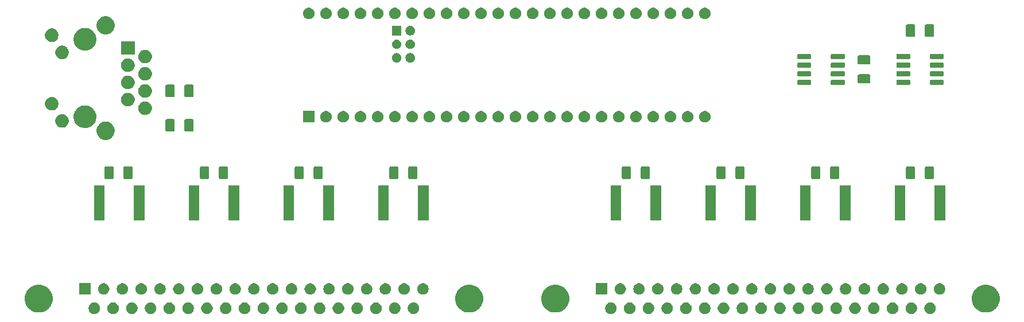
<source format=gbr>
G04 #@! TF.GenerationSoftware,KiCad,Pcbnew,5.1.5-52549c5~84~ubuntu18.04.1*
G04 #@! TF.CreationDate,2020-06-07T21:39:53-07:00*
G04 #@! TF.ProjectId,debugger,64656275-6767-4657-922e-6b696361645f,rev?*
G04 #@! TF.SameCoordinates,Original*
G04 #@! TF.FileFunction,Soldermask,Top*
G04 #@! TF.FilePolarity,Negative*
%FSLAX46Y46*%
G04 Gerber Fmt 4.6, Leading zero omitted, Abs format (unit mm)*
G04 Created by KiCad (PCBNEW 5.1.5-52549c5~84~ubuntu18.04.1) date 2020-06-07 21:39:53*
%MOMM*%
%LPD*%
G04 APERTURE LIST*
%ADD10C,0.100000*%
G04 APERTURE END LIST*
D10*
G36*
X112463228Y-129021703D02*
G01*
X112618100Y-129085853D01*
X112757481Y-129178985D01*
X112876015Y-129297519D01*
X112969147Y-129436900D01*
X113033297Y-129591772D01*
X113066000Y-129756184D01*
X113066000Y-129923816D01*
X113033297Y-130088228D01*
X112969147Y-130243100D01*
X112876015Y-130382481D01*
X112757481Y-130501015D01*
X112618100Y-130594147D01*
X112463228Y-130658297D01*
X112298816Y-130691000D01*
X112131184Y-130691000D01*
X111966772Y-130658297D01*
X111811900Y-130594147D01*
X111672519Y-130501015D01*
X111553985Y-130382481D01*
X111460853Y-130243100D01*
X111396703Y-130088228D01*
X111364000Y-129923816D01*
X111364000Y-129756184D01*
X111396703Y-129591772D01*
X111460853Y-129436900D01*
X111553985Y-129297519D01*
X111672519Y-129178985D01*
X111811900Y-129085853D01*
X111966772Y-129021703D01*
X112131184Y-128989000D01*
X112298816Y-128989000D01*
X112463228Y-129021703D01*
G37*
G36*
X140163228Y-129021703D02*
G01*
X140318100Y-129085853D01*
X140457481Y-129178985D01*
X140576015Y-129297519D01*
X140669147Y-129436900D01*
X140733297Y-129591772D01*
X140766000Y-129756184D01*
X140766000Y-129923816D01*
X140733297Y-130088228D01*
X140669147Y-130243100D01*
X140576015Y-130382481D01*
X140457481Y-130501015D01*
X140318100Y-130594147D01*
X140163228Y-130658297D01*
X139998816Y-130691000D01*
X139831184Y-130691000D01*
X139666772Y-130658297D01*
X139511900Y-130594147D01*
X139372519Y-130501015D01*
X139253985Y-130382481D01*
X139160853Y-130243100D01*
X139096703Y-130088228D01*
X139064000Y-129923816D01*
X139064000Y-129756184D01*
X139096703Y-129591772D01*
X139160853Y-129436900D01*
X139253985Y-129297519D01*
X139372519Y-129178985D01*
X139511900Y-129085853D01*
X139666772Y-129021703D01*
X139831184Y-128989000D01*
X139998816Y-128989000D01*
X140163228Y-129021703D01*
G37*
G36*
X137393228Y-129021703D02*
G01*
X137548100Y-129085853D01*
X137687481Y-129178985D01*
X137806015Y-129297519D01*
X137899147Y-129436900D01*
X137963297Y-129591772D01*
X137996000Y-129756184D01*
X137996000Y-129923816D01*
X137963297Y-130088228D01*
X137899147Y-130243100D01*
X137806015Y-130382481D01*
X137687481Y-130501015D01*
X137548100Y-130594147D01*
X137393228Y-130658297D01*
X137228816Y-130691000D01*
X137061184Y-130691000D01*
X136896772Y-130658297D01*
X136741900Y-130594147D01*
X136602519Y-130501015D01*
X136483985Y-130382481D01*
X136390853Y-130243100D01*
X136326703Y-130088228D01*
X136294000Y-129923816D01*
X136294000Y-129756184D01*
X136326703Y-129591772D01*
X136390853Y-129436900D01*
X136483985Y-129297519D01*
X136602519Y-129178985D01*
X136741900Y-129085853D01*
X136896772Y-129021703D01*
X137061184Y-128989000D01*
X137228816Y-128989000D01*
X137393228Y-129021703D01*
G37*
G36*
X134623228Y-129021703D02*
G01*
X134778100Y-129085853D01*
X134917481Y-129178985D01*
X135036015Y-129297519D01*
X135129147Y-129436900D01*
X135193297Y-129591772D01*
X135226000Y-129756184D01*
X135226000Y-129923816D01*
X135193297Y-130088228D01*
X135129147Y-130243100D01*
X135036015Y-130382481D01*
X134917481Y-130501015D01*
X134778100Y-130594147D01*
X134623228Y-130658297D01*
X134458816Y-130691000D01*
X134291184Y-130691000D01*
X134126772Y-130658297D01*
X133971900Y-130594147D01*
X133832519Y-130501015D01*
X133713985Y-130382481D01*
X133620853Y-130243100D01*
X133556703Y-130088228D01*
X133524000Y-129923816D01*
X133524000Y-129756184D01*
X133556703Y-129591772D01*
X133620853Y-129436900D01*
X133713985Y-129297519D01*
X133832519Y-129178985D01*
X133971900Y-129085853D01*
X134126772Y-129021703D01*
X134291184Y-128989000D01*
X134458816Y-128989000D01*
X134623228Y-129021703D01*
G37*
G36*
X131853228Y-129021703D02*
G01*
X132008100Y-129085853D01*
X132147481Y-129178985D01*
X132266015Y-129297519D01*
X132359147Y-129436900D01*
X132423297Y-129591772D01*
X132456000Y-129756184D01*
X132456000Y-129923816D01*
X132423297Y-130088228D01*
X132359147Y-130243100D01*
X132266015Y-130382481D01*
X132147481Y-130501015D01*
X132008100Y-130594147D01*
X131853228Y-130658297D01*
X131688816Y-130691000D01*
X131521184Y-130691000D01*
X131356772Y-130658297D01*
X131201900Y-130594147D01*
X131062519Y-130501015D01*
X130943985Y-130382481D01*
X130850853Y-130243100D01*
X130786703Y-130088228D01*
X130754000Y-129923816D01*
X130754000Y-129756184D01*
X130786703Y-129591772D01*
X130850853Y-129436900D01*
X130943985Y-129297519D01*
X131062519Y-129178985D01*
X131201900Y-129085853D01*
X131356772Y-129021703D01*
X131521184Y-128989000D01*
X131688816Y-128989000D01*
X131853228Y-129021703D01*
G37*
G36*
X129083228Y-129021703D02*
G01*
X129238100Y-129085853D01*
X129377481Y-129178985D01*
X129496015Y-129297519D01*
X129589147Y-129436900D01*
X129653297Y-129591772D01*
X129686000Y-129756184D01*
X129686000Y-129923816D01*
X129653297Y-130088228D01*
X129589147Y-130243100D01*
X129496015Y-130382481D01*
X129377481Y-130501015D01*
X129238100Y-130594147D01*
X129083228Y-130658297D01*
X128918816Y-130691000D01*
X128751184Y-130691000D01*
X128586772Y-130658297D01*
X128431900Y-130594147D01*
X128292519Y-130501015D01*
X128173985Y-130382481D01*
X128080853Y-130243100D01*
X128016703Y-130088228D01*
X127984000Y-129923816D01*
X127984000Y-129756184D01*
X128016703Y-129591772D01*
X128080853Y-129436900D01*
X128173985Y-129297519D01*
X128292519Y-129178985D01*
X128431900Y-129085853D01*
X128586772Y-129021703D01*
X128751184Y-128989000D01*
X128918816Y-128989000D01*
X129083228Y-129021703D01*
G37*
G36*
X126313228Y-129021703D02*
G01*
X126468100Y-129085853D01*
X126607481Y-129178985D01*
X126726015Y-129297519D01*
X126819147Y-129436900D01*
X126883297Y-129591772D01*
X126916000Y-129756184D01*
X126916000Y-129923816D01*
X126883297Y-130088228D01*
X126819147Y-130243100D01*
X126726015Y-130382481D01*
X126607481Y-130501015D01*
X126468100Y-130594147D01*
X126313228Y-130658297D01*
X126148816Y-130691000D01*
X125981184Y-130691000D01*
X125816772Y-130658297D01*
X125661900Y-130594147D01*
X125522519Y-130501015D01*
X125403985Y-130382481D01*
X125310853Y-130243100D01*
X125246703Y-130088228D01*
X125214000Y-129923816D01*
X125214000Y-129756184D01*
X125246703Y-129591772D01*
X125310853Y-129436900D01*
X125403985Y-129297519D01*
X125522519Y-129178985D01*
X125661900Y-129085853D01*
X125816772Y-129021703D01*
X125981184Y-128989000D01*
X126148816Y-128989000D01*
X126313228Y-129021703D01*
G37*
G36*
X123543228Y-129021703D02*
G01*
X123698100Y-129085853D01*
X123837481Y-129178985D01*
X123956015Y-129297519D01*
X124049147Y-129436900D01*
X124113297Y-129591772D01*
X124146000Y-129756184D01*
X124146000Y-129923816D01*
X124113297Y-130088228D01*
X124049147Y-130243100D01*
X123956015Y-130382481D01*
X123837481Y-130501015D01*
X123698100Y-130594147D01*
X123543228Y-130658297D01*
X123378816Y-130691000D01*
X123211184Y-130691000D01*
X123046772Y-130658297D01*
X122891900Y-130594147D01*
X122752519Y-130501015D01*
X122633985Y-130382481D01*
X122540853Y-130243100D01*
X122476703Y-130088228D01*
X122444000Y-129923816D01*
X122444000Y-129756184D01*
X122476703Y-129591772D01*
X122540853Y-129436900D01*
X122633985Y-129297519D01*
X122752519Y-129178985D01*
X122891900Y-129085853D01*
X123046772Y-129021703D01*
X123211184Y-128989000D01*
X123378816Y-128989000D01*
X123543228Y-129021703D01*
G37*
G36*
X120773228Y-129021703D02*
G01*
X120928100Y-129085853D01*
X121067481Y-129178985D01*
X121186015Y-129297519D01*
X121279147Y-129436900D01*
X121343297Y-129591772D01*
X121376000Y-129756184D01*
X121376000Y-129923816D01*
X121343297Y-130088228D01*
X121279147Y-130243100D01*
X121186015Y-130382481D01*
X121067481Y-130501015D01*
X120928100Y-130594147D01*
X120773228Y-130658297D01*
X120608816Y-130691000D01*
X120441184Y-130691000D01*
X120276772Y-130658297D01*
X120121900Y-130594147D01*
X119982519Y-130501015D01*
X119863985Y-130382481D01*
X119770853Y-130243100D01*
X119706703Y-130088228D01*
X119674000Y-129923816D01*
X119674000Y-129756184D01*
X119706703Y-129591772D01*
X119770853Y-129436900D01*
X119863985Y-129297519D01*
X119982519Y-129178985D01*
X120121900Y-129085853D01*
X120276772Y-129021703D01*
X120441184Y-128989000D01*
X120608816Y-128989000D01*
X120773228Y-129021703D01*
G37*
G36*
X118003228Y-129021703D02*
G01*
X118158100Y-129085853D01*
X118297481Y-129178985D01*
X118416015Y-129297519D01*
X118509147Y-129436900D01*
X118573297Y-129591772D01*
X118606000Y-129756184D01*
X118606000Y-129923816D01*
X118573297Y-130088228D01*
X118509147Y-130243100D01*
X118416015Y-130382481D01*
X118297481Y-130501015D01*
X118158100Y-130594147D01*
X118003228Y-130658297D01*
X117838816Y-130691000D01*
X117671184Y-130691000D01*
X117506772Y-130658297D01*
X117351900Y-130594147D01*
X117212519Y-130501015D01*
X117093985Y-130382481D01*
X117000853Y-130243100D01*
X116936703Y-130088228D01*
X116904000Y-129923816D01*
X116904000Y-129756184D01*
X116936703Y-129591772D01*
X117000853Y-129436900D01*
X117093985Y-129297519D01*
X117212519Y-129178985D01*
X117351900Y-129085853D01*
X117506772Y-129021703D01*
X117671184Y-128989000D01*
X117838816Y-128989000D01*
X118003228Y-129021703D01*
G37*
G36*
X213593228Y-129021703D02*
G01*
X213748100Y-129085853D01*
X213887481Y-129178985D01*
X214006015Y-129297519D01*
X214099147Y-129436900D01*
X214163297Y-129591772D01*
X214196000Y-129756184D01*
X214196000Y-129923816D01*
X214163297Y-130088228D01*
X214099147Y-130243100D01*
X214006015Y-130382481D01*
X213887481Y-130501015D01*
X213748100Y-130594147D01*
X213593228Y-130658297D01*
X213428816Y-130691000D01*
X213261184Y-130691000D01*
X213096772Y-130658297D01*
X212941900Y-130594147D01*
X212802519Y-130501015D01*
X212683985Y-130382481D01*
X212590853Y-130243100D01*
X212526703Y-130088228D01*
X212494000Y-129923816D01*
X212494000Y-129756184D01*
X212526703Y-129591772D01*
X212590853Y-129436900D01*
X212683985Y-129297519D01*
X212802519Y-129178985D01*
X212941900Y-129085853D01*
X213096772Y-129021703D01*
X213261184Y-128989000D01*
X213428816Y-128989000D01*
X213593228Y-129021703D01*
G37*
G36*
X109693228Y-129021703D02*
G01*
X109848100Y-129085853D01*
X109987481Y-129178985D01*
X110106015Y-129297519D01*
X110199147Y-129436900D01*
X110263297Y-129591772D01*
X110296000Y-129756184D01*
X110296000Y-129923816D01*
X110263297Y-130088228D01*
X110199147Y-130243100D01*
X110106015Y-130382481D01*
X109987481Y-130501015D01*
X109848100Y-130594147D01*
X109693228Y-130658297D01*
X109528816Y-130691000D01*
X109361184Y-130691000D01*
X109196772Y-130658297D01*
X109041900Y-130594147D01*
X108902519Y-130501015D01*
X108783985Y-130382481D01*
X108690853Y-130243100D01*
X108626703Y-130088228D01*
X108594000Y-129923816D01*
X108594000Y-129756184D01*
X108626703Y-129591772D01*
X108690853Y-129436900D01*
X108783985Y-129297519D01*
X108902519Y-129178985D01*
X109041900Y-129085853D01*
X109196772Y-129021703D01*
X109361184Y-128989000D01*
X109528816Y-128989000D01*
X109693228Y-129021703D01*
G37*
G36*
X106923228Y-129021703D02*
G01*
X107078100Y-129085853D01*
X107217481Y-129178985D01*
X107336015Y-129297519D01*
X107429147Y-129436900D01*
X107493297Y-129591772D01*
X107526000Y-129756184D01*
X107526000Y-129923816D01*
X107493297Y-130088228D01*
X107429147Y-130243100D01*
X107336015Y-130382481D01*
X107217481Y-130501015D01*
X107078100Y-130594147D01*
X106923228Y-130658297D01*
X106758816Y-130691000D01*
X106591184Y-130691000D01*
X106426772Y-130658297D01*
X106271900Y-130594147D01*
X106132519Y-130501015D01*
X106013985Y-130382481D01*
X105920853Y-130243100D01*
X105856703Y-130088228D01*
X105824000Y-129923816D01*
X105824000Y-129756184D01*
X105856703Y-129591772D01*
X105920853Y-129436900D01*
X106013985Y-129297519D01*
X106132519Y-129178985D01*
X106271900Y-129085853D01*
X106426772Y-129021703D01*
X106591184Y-128989000D01*
X106758816Y-128989000D01*
X106923228Y-129021703D01*
G37*
G36*
X104153228Y-129021703D02*
G01*
X104308100Y-129085853D01*
X104447481Y-129178985D01*
X104566015Y-129297519D01*
X104659147Y-129436900D01*
X104723297Y-129591772D01*
X104756000Y-129756184D01*
X104756000Y-129923816D01*
X104723297Y-130088228D01*
X104659147Y-130243100D01*
X104566015Y-130382481D01*
X104447481Y-130501015D01*
X104308100Y-130594147D01*
X104153228Y-130658297D01*
X103988816Y-130691000D01*
X103821184Y-130691000D01*
X103656772Y-130658297D01*
X103501900Y-130594147D01*
X103362519Y-130501015D01*
X103243985Y-130382481D01*
X103150853Y-130243100D01*
X103086703Y-130088228D01*
X103054000Y-129923816D01*
X103054000Y-129756184D01*
X103086703Y-129591772D01*
X103150853Y-129436900D01*
X103243985Y-129297519D01*
X103362519Y-129178985D01*
X103501900Y-129085853D01*
X103656772Y-129021703D01*
X103821184Y-128989000D01*
X103988816Y-128989000D01*
X104153228Y-129021703D01*
G37*
G36*
X101383228Y-129021703D02*
G01*
X101538100Y-129085853D01*
X101677481Y-129178985D01*
X101796015Y-129297519D01*
X101889147Y-129436900D01*
X101953297Y-129591772D01*
X101986000Y-129756184D01*
X101986000Y-129923816D01*
X101953297Y-130088228D01*
X101889147Y-130243100D01*
X101796015Y-130382481D01*
X101677481Y-130501015D01*
X101538100Y-130594147D01*
X101383228Y-130658297D01*
X101218816Y-130691000D01*
X101051184Y-130691000D01*
X100886772Y-130658297D01*
X100731900Y-130594147D01*
X100592519Y-130501015D01*
X100473985Y-130382481D01*
X100380853Y-130243100D01*
X100316703Y-130088228D01*
X100284000Y-129923816D01*
X100284000Y-129756184D01*
X100316703Y-129591772D01*
X100380853Y-129436900D01*
X100473985Y-129297519D01*
X100592519Y-129178985D01*
X100731900Y-129085853D01*
X100886772Y-129021703D01*
X101051184Y-128989000D01*
X101218816Y-128989000D01*
X101383228Y-129021703D01*
G37*
G36*
X98613228Y-129021703D02*
G01*
X98768100Y-129085853D01*
X98907481Y-129178985D01*
X99026015Y-129297519D01*
X99119147Y-129436900D01*
X99183297Y-129591772D01*
X99216000Y-129756184D01*
X99216000Y-129923816D01*
X99183297Y-130088228D01*
X99119147Y-130243100D01*
X99026015Y-130382481D01*
X98907481Y-130501015D01*
X98768100Y-130594147D01*
X98613228Y-130658297D01*
X98448816Y-130691000D01*
X98281184Y-130691000D01*
X98116772Y-130658297D01*
X97961900Y-130594147D01*
X97822519Y-130501015D01*
X97703985Y-130382481D01*
X97610853Y-130243100D01*
X97546703Y-130088228D01*
X97514000Y-129923816D01*
X97514000Y-129756184D01*
X97546703Y-129591772D01*
X97610853Y-129436900D01*
X97703985Y-129297519D01*
X97822519Y-129178985D01*
X97961900Y-129085853D01*
X98116772Y-129021703D01*
X98281184Y-128989000D01*
X98448816Y-128989000D01*
X98613228Y-129021703D01*
G37*
G36*
X95843228Y-129021703D02*
G01*
X95998100Y-129085853D01*
X96137481Y-129178985D01*
X96256015Y-129297519D01*
X96349147Y-129436900D01*
X96413297Y-129591772D01*
X96446000Y-129756184D01*
X96446000Y-129923816D01*
X96413297Y-130088228D01*
X96349147Y-130243100D01*
X96256015Y-130382481D01*
X96137481Y-130501015D01*
X95998100Y-130594147D01*
X95843228Y-130658297D01*
X95678816Y-130691000D01*
X95511184Y-130691000D01*
X95346772Y-130658297D01*
X95191900Y-130594147D01*
X95052519Y-130501015D01*
X94933985Y-130382481D01*
X94840853Y-130243100D01*
X94776703Y-130088228D01*
X94744000Y-129923816D01*
X94744000Y-129756184D01*
X94776703Y-129591772D01*
X94840853Y-129436900D01*
X94933985Y-129297519D01*
X95052519Y-129178985D01*
X95191900Y-129085853D01*
X95346772Y-129021703D01*
X95511184Y-128989000D01*
X95678816Y-128989000D01*
X95843228Y-129021703D01*
G37*
G36*
X93073228Y-129021703D02*
G01*
X93228100Y-129085853D01*
X93367481Y-129178985D01*
X93486015Y-129297519D01*
X93579147Y-129436900D01*
X93643297Y-129591772D01*
X93676000Y-129756184D01*
X93676000Y-129923816D01*
X93643297Y-130088228D01*
X93579147Y-130243100D01*
X93486015Y-130382481D01*
X93367481Y-130501015D01*
X93228100Y-130594147D01*
X93073228Y-130658297D01*
X92908816Y-130691000D01*
X92741184Y-130691000D01*
X92576772Y-130658297D01*
X92421900Y-130594147D01*
X92282519Y-130501015D01*
X92163985Y-130382481D01*
X92070853Y-130243100D01*
X92006703Y-130088228D01*
X91974000Y-129923816D01*
X91974000Y-129756184D01*
X92006703Y-129591772D01*
X92070853Y-129436900D01*
X92163985Y-129297519D01*
X92282519Y-129178985D01*
X92421900Y-129085853D01*
X92576772Y-129021703D01*
X92741184Y-128989000D01*
X92908816Y-128989000D01*
X93073228Y-129021703D01*
G37*
G36*
X188663228Y-129021703D02*
G01*
X188818100Y-129085853D01*
X188957481Y-129178985D01*
X189076015Y-129297519D01*
X189169147Y-129436900D01*
X189233297Y-129591772D01*
X189266000Y-129756184D01*
X189266000Y-129923816D01*
X189233297Y-130088228D01*
X189169147Y-130243100D01*
X189076015Y-130382481D01*
X188957481Y-130501015D01*
X188818100Y-130594147D01*
X188663228Y-130658297D01*
X188498816Y-130691000D01*
X188331184Y-130691000D01*
X188166772Y-130658297D01*
X188011900Y-130594147D01*
X187872519Y-130501015D01*
X187753985Y-130382481D01*
X187660853Y-130243100D01*
X187596703Y-130088228D01*
X187564000Y-129923816D01*
X187564000Y-129756184D01*
X187596703Y-129591772D01*
X187660853Y-129436900D01*
X187753985Y-129297519D01*
X187872519Y-129178985D01*
X188011900Y-129085853D01*
X188166772Y-129021703D01*
X188331184Y-128989000D01*
X188498816Y-128989000D01*
X188663228Y-129021703D01*
G37*
G36*
X169273228Y-129021703D02*
G01*
X169428100Y-129085853D01*
X169567481Y-129178985D01*
X169686015Y-129297519D01*
X169779147Y-129436900D01*
X169843297Y-129591772D01*
X169876000Y-129756184D01*
X169876000Y-129923816D01*
X169843297Y-130088228D01*
X169779147Y-130243100D01*
X169686015Y-130382481D01*
X169567481Y-130501015D01*
X169428100Y-130594147D01*
X169273228Y-130658297D01*
X169108816Y-130691000D01*
X168941184Y-130691000D01*
X168776772Y-130658297D01*
X168621900Y-130594147D01*
X168482519Y-130501015D01*
X168363985Y-130382481D01*
X168270853Y-130243100D01*
X168206703Y-130088228D01*
X168174000Y-129923816D01*
X168174000Y-129756184D01*
X168206703Y-129591772D01*
X168270853Y-129436900D01*
X168363985Y-129297519D01*
X168482519Y-129178985D01*
X168621900Y-129085853D01*
X168776772Y-129021703D01*
X168941184Y-128989000D01*
X169108816Y-128989000D01*
X169273228Y-129021703D01*
G37*
G36*
X115233228Y-129021703D02*
G01*
X115388100Y-129085853D01*
X115527481Y-129178985D01*
X115646015Y-129297519D01*
X115739147Y-129436900D01*
X115803297Y-129591772D01*
X115836000Y-129756184D01*
X115836000Y-129923816D01*
X115803297Y-130088228D01*
X115739147Y-130243100D01*
X115646015Y-130382481D01*
X115527481Y-130501015D01*
X115388100Y-130594147D01*
X115233228Y-130658297D01*
X115068816Y-130691000D01*
X114901184Y-130691000D01*
X114736772Y-130658297D01*
X114581900Y-130594147D01*
X114442519Y-130501015D01*
X114323985Y-130382481D01*
X114230853Y-130243100D01*
X114166703Y-130088228D01*
X114134000Y-129923816D01*
X114134000Y-129756184D01*
X114166703Y-129591772D01*
X114230853Y-129436900D01*
X114323985Y-129297519D01*
X114442519Y-129178985D01*
X114581900Y-129085853D01*
X114736772Y-129021703D01*
X114901184Y-128989000D01*
X115068816Y-128989000D01*
X115233228Y-129021703D01*
G37*
G36*
X210823228Y-129021703D02*
G01*
X210978100Y-129085853D01*
X211117481Y-129178985D01*
X211236015Y-129297519D01*
X211329147Y-129436900D01*
X211393297Y-129591772D01*
X211426000Y-129756184D01*
X211426000Y-129923816D01*
X211393297Y-130088228D01*
X211329147Y-130243100D01*
X211236015Y-130382481D01*
X211117481Y-130501015D01*
X210978100Y-130594147D01*
X210823228Y-130658297D01*
X210658816Y-130691000D01*
X210491184Y-130691000D01*
X210326772Y-130658297D01*
X210171900Y-130594147D01*
X210032519Y-130501015D01*
X209913985Y-130382481D01*
X209820853Y-130243100D01*
X209756703Y-130088228D01*
X209724000Y-129923816D01*
X209724000Y-129756184D01*
X209756703Y-129591772D01*
X209820853Y-129436900D01*
X209913985Y-129297519D01*
X210032519Y-129178985D01*
X210171900Y-129085853D01*
X210326772Y-129021703D01*
X210491184Y-128989000D01*
X210658816Y-128989000D01*
X210823228Y-129021703D01*
G37*
G36*
X208053228Y-129021703D02*
G01*
X208208100Y-129085853D01*
X208347481Y-129178985D01*
X208466015Y-129297519D01*
X208559147Y-129436900D01*
X208623297Y-129591772D01*
X208656000Y-129756184D01*
X208656000Y-129923816D01*
X208623297Y-130088228D01*
X208559147Y-130243100D01*
X208466015Y-130382481D01*
X208347481Y-130501015D01*
X208208100Y-130594147D01*
X208053228Y-130658297D01*
X207888816Y-130691000D01*
X207721184Y-130691000D01*
X207556772Y-130658297D01*
X207401900Y-130594147D01*
X207262519Y-130501015D01*
X207143985Y-130382481D01*
X207050853Y-130243100D01*
X206986703Y-130088228D01*
X206954000Y-129923816D01*
X206954000Y-129756184D01*
X206986703Y-129591772D01*
X207050853Y-129436900D01*
X207143985Y-129297519D01*
X207262519Y-129178985D01*
X207401900Y-129085853D01*
X207556772Y-129021703D01*
X207721184Y-128989000D01*
X207888816Y-128989000D01*
X208053228Y-129021703D01*
G37*
G36*
X205283228Y-129021703D02*
G01*
X205438100Y-129085853D01*
X205577481Y-129178985D01*
X205696015Y-129297519D01*
X205789147Y-129436900D01*
X205853297Y-129591772D01*
X205886000Y-129756184D01*
X205886000Y-129923816D01*
X205853297Y-130088228D01*
X205789147Y-130243100D01*
X205696015Y-130382481D01*
X205577481Y-130501015D01*
X205438100Y-130594147D01*
X205283228Y-130658297D01*
X205118816Y-130691000D01*
X204951184Y-130691000D01*
X204786772Y-130658297D01*
X204631900Y-130594147D01*
X204492519Y-130501015D01*
X204373985Y-130382481D01*
X204280853Y-130243100D01*
X204216703Y-130088228D01*
X204184000Y-129923816D01*
X204184000Y-129756184D01*
X204216703Y-129591772D01*
X204280853Y-129436900D01*
X204373985Y-129297519D01*
X204492519Y-129178985D01*
X204631900Y-129085853D01*
X204786772Y-129021703D01*
X204951184Y-128989000D01*
X205118816Y-128989000D01*
X205283228Y-129021703D01*
G37*
G36*
X202513228Y-129021703D02*
G01*
X202668100Y-129085853D01*
X202807481Y-129178985D01*
X202926015Y-129297519D01*
X203019147Y-129436900D01*
X203083297Y-129591772D01*
X203116000Y-129756184D01*
X203116000Y-129923816D01*
X203083297Y-130088228D01*
X203019147Y-130243100D01*
X202926015Y-130382481D01*
X202807481Y-130501015D01*
X202668100Y-130594147D01*
X202513228Y-130658297D01*
X202348816Y-130691000D01*
X202181184Y-130691000D01*
X202016772Y-130658297D01*
X201861900Y-130594147D01*
X201722519Y-130501015D01*
X201603985Y-130382481D01*
X201510853Y-130243100D01*
X201446703Y-130088228D01*
X201414000Y-129923816D01*
X201414000Y-129756184D01*
X201446703Y-129591772D01*
X201510853Y-129436900D01*
X201603985Y-129297519D01*
X201722519Y-129178985D01*
X201861900Y-129085853D01*
X202016772Y-129021703D01*
X202181184Y-128989000D01*
X202348816Y-128989000D01*
X202513228Y-129021703D01*
G37*
G36*
X199743228Y-129021703D02*
G01*
X199898100Y-129085853D01*
X200037481Y-129178985D01*
X200156015Y-129297519D01*
X200249147Y-129436900D01*
X200313297Y-129591772D01*
X200346000Y-129756184D01*
X200346000Y-129923816D01*
X200313297Y-130088228D01*
X200249147Y-130243100D01*
X200156015Y-130382481D01*
X200037481Y-130501015D01*
X199898100Y-130594147D01*
X199743228Y-130658297D01*
X199578816Y-130691000D01*
X199411184Y-130691000D01*
X199246772Y-130658297D01*
X199091900Y-130594147D01*
X198952519Y-130501015D01*
X198833985Y-130382481D01*
X198740853Y-130243100D01*
X198676703Y-130088228D01*
X198644000Y-129923816D01*
X198644000Y-129756184D01*
X198676703Y-129591772D01*
X198740853Y-129436900D01*
X198833985Y-129297519D01*
X198952519Y-129178985D01*
X199091900Y-129085853D01*
X199246772Y-129021703D01*
X199411184Y-128989000D01*
X199578816Y-128989000D01*
X199743228Y-129021703D01*
G37*
G36*
X196973228Y-129021703D02*
G01*
X197128100Y-129085853D01*
X197267481Y-129178985D01*
X197386015Y-129297519D01*
X197479147Y-129436900D01*
X197543297Y-129591772D01*
X197576000Y-129756184D01*
X197576000Y-129923816D01*
X197543297Y-130088228D01*
X197479147Y-130243100D01*
X197386015Y-130382481D01*
X197267481Y-130501015D01*
X197128100Y-130594147D01*
X196973228Y-130658297D01*
X196808816Y-130691000D01*
X196641184Y-130691000D01*
X196476772Y-130658297D01*
X196321900Y-130594147D01*
X196182519Y-130501015D01*
X196063985Y-130382481D01*
X195970853Y-130243100D01*
X195906703Y-130088228D01*
X195874000Y-129923816D01*
X195874000Y-129756184D01*
X195906703Y-129591772D01*
X195970853Y-129436900D01*
X196063985Y-129297519D01*
X196182519Y-129178985D01*
X196321900Y-129085853D01*
X196476772Y-129021703D01*
X196641184Y-128989000D01*
X196808816Y-128989000D01*
X196973228Y-129021703D01*
G37*
G36*
X194203228Y-129021703D02*
G01*
X194358100Y-129085853D01*
X194497481Y-129178985D01*
X194616015Y-129297519D01*
X194709147Y-129436900D01*
X194773297Y-129591772D01*
X194806000Y-129756184D01*
X194806000Y-129923816D01*
X194773297Y-130088228D01*
X194709147Y-130243100D01*
X194616015Y-130382481D01*
X194497481Y-130501015D01*
X194358100Y-130594147D01*
X194203228Y-130658297D01*
X194038816Y-130691000D01*
X193871184Y-130691000D01*
X193706772Y-130658297D01*
X193551900Y-130594147D01*
X193412519Y-130501015D01*
X193293985Y-130382481D01*
X193200853Y-130243100D01*
X193136703Y-130088228D01*
X193104000Y-129923816D01*
X193104000Y-129756184D01*
X193136703Y-129591772D01*
X193200853Y-129436900D01*
X193293985Y-129297519D01*
X193412519Y-129178985D01*
X193551900Y-129085853D01*
X193706772Y-129021703D01*
X193871184Y-128989000D01*
X194038816Y-128989000D01*
X194203228Y-129021703D01*
G37*
G36*
X191433228Y-129021703D02*
G01*
X191588100Y-129085853D01*
X191727481Y-129178985D01*
X191846015Y-129297519D01*
X191939147Y-129436900D01*
X192003297Y-129591772D01*
X192036000Y-129756184D01*
X192036000Y-129923816D01*
X192003297Y-130088228D01*
X191939147Y-130243100D01*
X191846015Y-130382481D01*
X191727481Y-130501015D01*
X191588100Y-130594147D01*
X191433228Y-130658297D01*
X191268816Y-130691000D01*
X191101184Y-130691000D01*
X190936772Y-130658297D01*
X190781900Y-130594147D01*
X190642519Y-130501015D01*
X190523985Y-130382481D01*
X190430853Y-130243100D01*
X190366703Y-130088228D01*
X190334000Y-129923816D01*
X190334000Y-129756184D01*
X190366703Y-129591772D01*
X190430853Y-129436900D01*
X190523985Y-129297519D01*
X190642519Y-129178985D01*
X190781900Y-129085853D01*
X190936772Y-129021703D01*
X191101184Y-128989000D01*
X191268816Y-128989000D01*
X191433228Y-129021703D01*
G37*
G36*
X216363228Y-129021703D02*
G01*
X216518100Y-129085853D01*
X216657481Y-129178985D01*
X216776015Y-129297519D01*
X216869147Y-129436900D01*
X216933297Y-129591772D01*
X216966000Y-129756184D01*
X216966000Y-129923816D01*
X216933297Y-130088228D01*
X216869147Y-130243100D01*
X216776015Y-130382481D01*
X216657481Y-130501015D01*
X216518100Y-130594147D01*
X216363228Y-130658297D01*
X216198816Y-130691000D01*
X216031184Y-130691000D01*
X215866772Y-130658297D01*
X215711900Y-130594147D01*
X215572519Y-130501015D01*
X215453985Y-130382481D01*
X215360853Y-130243100D01*
X215296703Y-130088228D01*
X215264000Y-129923816D01*
X215264000Y-129756184D01*
X215296703Y-129591772D01*
X215360853Y-129436900D01*
X215453985Y-129297519D01*
X215572519Y-129178985D01*
X215711900Y-129085853D01*
X215866772Y-129021703D01*
X216031184Y-128989000D01*
X216198816Y-128989000D01*
X216363228Y-129021703D01*
G37*
G36*
X185893228Y-129021703D02*
G01*
X186048100Y-129085853D01*
X186187481Y-129178985D01*
X186306015Y-129297519D01*
X186399147Y-129436900D01*
X186463297Y-129591772D01*
X186496000Y-129756184D01*
X186496000Y-129923816D01*
X186463297Y-130088228D01*
X186399147Y-130243100D01*
X186306015Y-130382481D01*
X186187481Y-130501015D01*
X186048100Y-130594147D01*
X185893228Y-130658297D01*
X185728816Y-130691000D01*
X185561184Y-130691000D01*
X185396772Y-130658297D01*
X185241900Y-130594147D01*
X185102519Y-130501015D01*
X184983985Y-130382481D01*
X184890853Y-130243100D01*
X184826703Y-130088228D01*
X184794000Y-129923816D01*
X184794000Y-129756184D01*
X184826703Y-129591772D01*
X184890853Y-129436900D01*
X184983985Y-129297519D01*
X185102519Y-129178985D01*
X185241900Y-129085853D01*
X185396772Y-129021703D01*
X185561184Y-128989000D01*
X185728816Y-128989000D01*
X185893228Y-129021703D01*
G37*
G36*
X183123228Y-129021703D02*
G01*
X183278100Y-129085853D01*
X183417481Y-129178985D01*
X183536015Y-129297519D01*
X183629147Y-129436900D01*
X183693297Y-129591772D01*
X183726000Y-129756184D01*
X183726000Y-129923816D01*
X183693297Y-130088228D01*
X183629147Y-130243100D01*
X183536015Y-130382481D01*
X183417481Y-130501015D01*
X183278100Y-130594147D01*
X183123228Y-130658297D01*
X182958816Y-130691000D01*
X182791184Y-130691000D01*
X182626772Y-130658297D01*
X182471900Y-130594147D01*
X182332519Y-130501015D01*
X182213985Y-130382481D01*
X182120853Y-130243100D01*
X182056703Y-130088228D01*
X182024000Y-129923816D01*
X182024000Y-129756184D01*
X182056703Y-129591772D01*
X182120853Y-129436900D01*
X182213985Y-129297519D01*
X182332519Y-129178985D01*
X182471900Y-129085853D01*
X182626772Y-129021703D01*
X182791184Y-128989000D01*
X182958816Y-128989000D01*
X183123228Y-129021703D01*
G37*
G36*
X180353228Y-129021703D02*
G01*
X180508100Y-129085853D01*
X180647481Y-129178985D01*
X180766015Y-129297519D01*
X180859147Y-129436900D01*
X180923297Y-129591772D01*
X180956000Y-129756184D01*
X180956000Y-129923816D01*
X180923297Y-130088228D01*
X180859147Y-130243100D01*
X180766015Y-130382481D01*
X180647481Y-130501015D01*
X180508100Y-130594147D01*
X180353228Y-130658297D01*
X180188816Y-130691000D01*
X180021184Y-130691000D01*
X179856772Y-130658297D01*
X179701900Y-130594147D01*
X179562519Y-130501015D01*
X179443985Y-130382481D01*
X179350853Y-130243100D01*
X179286703Y-130088228D01*
X179254000Y-129923816D01*
X179254000Y-129756184D01*
X179286703Y-129591772D01*
X179350853Y-129436900D01*
X179443985Y-129297519D01*
X179562519Y-129178985D01*
X179701900Y-129085853D01*
X179856772Y-129021703D01*
X180021184Y-128989000D01*
X180188816Y-128989000D01*
X180353228Y-129021703D01*
G37*
G36*
X177583228Y-129021703D02*
G01*
X177738100Y-129085853D01*
X177877481Y-129178985D01*
X177996015Y-129297519D01*
X178089147Y-129436900D01*
X178153297Y-129591772D01*
X178186000Y-129756184D01*
X178186000Y-129923816D01*
X178153297Y-130088228D01*
X178089147Y-130243100D01*
X177996015Y-130382481D01*
X177877481Y-130501015D01*
X177738100Y-130594147D01*
X177583228Y-130658297D01*
X177418816Y-130691000D01*
X177251184Y-130691000D01*
X177086772Y-130658297D01*
X176931900Y-130594147D01*
X176792519Y-130501015D01*
X176673985Y-130382481D01*
X176580853Y-130243100D01*
X176516703Y-130088228D01*
X176484000Y-129923816D01*
X176484000Y-129756184D01*
X176516703Y-129591772D01*
X176580853Y-129436900D01*
X176673985Y-129297519D01*
X176792519Y-129178985D01*
X176931900Y-129085853D01*
X177086772Y-129021703D01*
X177251184Y-128989000D01*
X177418816Y-128989000D01*
X177583228Y-129021703D01*
G37*
G36*
X174813228Y-129021703D02*
G01*
X174968100Y-129085853D01*
X175107481Y-129178985D01*
X175226015Y-129297519D01*
X175319147Y-129436900D01*
X175383297Y-129591772D01*
X175416000Y-129756184D01*
X175416000Y-129923816D01*
X175383297Y-130088228D01*
X175319147Y-130243100D01*
X175226015Y-130382481D01*
X175107481Y-130501015D01*
X174968100Y-130594147D01*
X174813228Y-130658297D01*
X174648816Y-130691000D01*
X174481184Y-130691000D01*
X174316772Y-130658297D01*
X174161900Y-130594147D01*
X174022519Y-130501015D01*
X173903985Y-130382481D01*
X173810853Y-130243100D01*
X173746703Y-130088228D01*
X173714000Y-129923816D01*
X173714000Y-129756184D01*
X173746703Y-129591772D01*
X173810853Y-129436900D01*
X173903985Y-129297519D01*
X174022519Y-129178985D01*
X174161900Y-129085853D01*
X174316772Y-129021703D01*
X174481184Y-128989000D01*
X174648816Y-128989000D01*
X174813228Y-129021703D01*
G37*
G36*
X172043228Y-129021703D02*
G01*
X172198100Y-129085853D01*
X172337481Y-129178985D01*
X172456015Y-129297519D01*
X172549147Y-129436900D01*
X172613297Y-129591772D01*
X172646000Y-129756184D01*
X172646000Y-129923816D01*
X172613297Y-130088228D01*
X172549147Y-130243100D01*
X172456015Y-130382481D01*
X172337481Y-130501015D01*
X172198100Y-130594147D01*
X172043228Y-130658297D01*
X171878816Y-130691000D01*
X171711184Y-130691000D01*
X171546772Y-130658297D01*
X171391900Y-130594147D01*
X171252519Y-130501015D01*
X171133985Y-130382481D01*
X171040853Y-130243100D01*
X170976703Y-130088228D01*
X170944000Y-129923816D01*
X170944000Y-129756184D01*
X170976703Y-129591772D01*
X171040853Y-129436900D01*
X171133985Y-129297519D01*
X171252519Y-129178985D01*
X171391900Y-129085853D01*
X171546772Y-129021703D01*
X171711184Y-128989000D01*
X171878816Y-128989000D01*
X172043228Y-129021703D01*
G37*
G36*
X224918254Y-126447818D02*
G01*
X225278170Y-126596900D01*
X225291513Y-126602427D01*
X225627436Y-126826884D01*
X225913116Y-127112564D01*
X226003765Y-127248229D01*
X226137574Y-127448489D01*
X226292182Y-127821746D01*
X226371000Y-128217993D01*
X226371000Y-128622007D01*
X226292182Y-129018254D01*
X226176506Y-129297520D01*
X226137573Y-129391513D01*
X225913116Y-129727436D01*
X225627436Y-130013116D01*
X225291513Y-130237573D01*
X225291512Y-130237574D01*
X225291511Y-130237574D01*
X224918254Y-130392182D01*
X224522007Y-130471000D01*
X224117993Y-130471000D01*
X223721746Y-130392182D01*
X223348489Y-130237574D01*
X223348488Y-130237574D01*
X223348487Y-130237573D01*
X223012564Y-130013116D01*
X222726884Y-129727436D01*
X222502427Y-129391513D01*
X222463494Y-129297520D01*
X222347818Y-129018254D01*
X222269000Y-128622007D01*
X222269000Y-128217993D01*
X222347818Y-127821746D01*
X222502426Y-127448489D01*
X222636236Y-127248229D01*
X222726884Y-127112564D01*
X223012564Y-126826884D01*
X223348487Y-126602427D01*
X223361830Y-126596900D01*
X223721746Y-126447818D01*
X224117993Y-126369000D01*
X224522007Y-126369000D01*
X224918254Y-126447818D01*
G37*
G36*
X161418254Y-126447818D02*
G01*
X161778170Y-126596900D01*
X161791513Y-126602427D01*
X162127436Y-126826884D01*
X162413116Y-127112564D01*
X162503765Y-127248229D01*
X162637574Y-127448489D01*
X162792182Y-127821746D01*
X162871000Y-128217993D01*
X162871000Y-128622007D01*
X162792182Y-129018254D01*
X162676506Y-129297520D01*
X162637573Y-129391513D01*
X162413116Y-129727436D01*
X162127436Y-130013116D01*
X161791513Y-130237573D01*
X161791512Y-130237574D01*
X161791511Y-130237574D01*
X161418254Y-130392182D01*
X161022007Y-130471000D01*
X160617993Y-130471000D01*
X160221746Y-130392182D01*
X159848489Y-130237574D01*
X159848488Y-130237574D01*
X159848487Y-130237573D01*
X159512564Y-130013116D01*
X159226884Y-129727436D01*
X159002427Y-129391513D01*
X158963494Y-129297520D01*
X158847818Y-129018254D01*
X158769000Y-128622007D01*
X158769000Y-128217993D01*
X158847818Y-127821746D01*
X159002426Y-127448489D01*
X159136236Y-127248229D01*
X159226884Y-127112564D01*
X159512564Y-126826884D01*
X159848487Y-126602427D01*
X159861830Y-126596900D01*
X160221746Y-126447818D01*
X160617993Y-126369000D01*
X161022007Y-126369000D01*
X161418254Y-126447818D01*
G37*
G36*
X148718254Y-126447818D02*
G01*
X149078170Y-126596900D01*
X149091513Y-126602427D01*
X149427436Y-126826884D01*
X149713116Y-127112564D01*
X149803765Y-127248229D01*
X149937574Y-127448489D01*
X150092182Y-127821746D01*
X150171000Y-128217993D01*
X150171000Y-128622007D01*
X150092182Y-129018254D01*
X149976506Y-129297520D01*
X149937573Y-129391513D01*
X149713116Y-129727436D01*
X149427436Y-130013116D01*
X149091513Y-130237573D01*
X149091512Y-130237574D01*
X149091511Y-130237574D01*
X148718254Y-130392182D01*
X148322007Y-130471000D01*
X147917993Y-130471000D01*
X147521746Y-130392182D01*
X147148489Y-130237574D01*
X147148488Y-130237574D01*
X147148487Y-130237573D01*
X146812564Y-130013116D01*
X146526884Y-129727436D01*
X146302427Y-129391513D01*
X146263494Y-129297520D01*
X146147818Y-129018254D01*
X146069000Y-128622007D01*
X146069000Y-128217993D01*
X146147818Y-127821746D01*
X146302426Y-127448489D01*
X146436236Y-127248229D01*
X146526884Y-127112564D01*
X146812564Y-126826884D01*
X147148487Y-126602427D01*
X147161830Y-126596900D01*
X147521746Y-126447818D01*
X147917993Y-126369000D01*
X148322007Y-126369000D01*
X148718254Y-126447818D01*
G37*
G36*
X85218254Y-126447818D02*
G01*
X85578170Y-126596900D01*
X85591513Y-126602427D01*
X85927436Y-126826884D01*
X86213116Y-127112564D01*
X86303765Y-127248229D01*
X86437574Y-127448489D01*
X86592182Y-127821746D01*
X86671000Y-128217993D01*
X86671000Y-128622007D01*
X86592182Y-129018254D01*
X86476506Y-129297520D01*
X86437573Y-129391513D01*
X86213116Y-129727436D01*
X85927436Y-130013116D01*
X85591513Y-130237573D01*
X85591512Y-130237574D01*
X85591511Y-130237574D01*
X85218254Y-130392182D01*
X84822007Y-130471000D01*
X84417993Y-130471000D01*
X84021746Y-130392182D01*
X83648489Y-130237574D01*
X83648488Y-130237574D01*
X83648487Y-130237573D01*
X83312564Y-130013116D01*
X83026884Y-129727436D01*
X82802427Y-129391513D01*
X82763494Y-129297520D01*
X82647818Y-129018254D01*
X82569000Y-128622007D01*
X82569000Y-128217993D01*
X82647818Y-127821746D01*
X82802426Y-127448489D01*
X82936236Y-127248229D01*
X83026884Y-127112564D01*
X83312564Y-126826884D01*
X83648487Y-126602427D01*
X83661830Y-126596900D01*
X84021746Y-126447818D01*
X84417993Y-126369000D01*
X84822007Y-126369000D01*
X85218254Y-126447818D01*
G37*
G36*
X116618228Y-126181703D02*
G01*
X116773100Y-126245853D01*
X116912481Y-126338985D01*
X117031015Y-126457519D01*
X117124147Y-126596900D01*
X117188297Y-126751772D01*
X117221000Y-126916184D01*
X117221000Y-127083816D01*
X117188297Y-127248228D01*
X117124147Y-127403100D01*
X117031015Y-127542481D01*
X116912481Y-127661015D01*
X116773100Y-127754147D01*
X116618228Y-127818297D01*
X116453816Y-127851000D01*
X116286184Y-127851000D01*
X116121772Y-127818297D01*
X115966900Y-127754147D01*
X115827519Y-127661015D01*
X115708985Y-127542481D01*
X115615853Y-127403100D01*
X115551703Y-127248228D01*
X115519000Y-127083816D01*
X115519000Y-126916184D01*
X115551703Y-126751772D01*
X115615853Y-126596900D01*
X115708985Y-126457519D01*
X115827519Y-126338985D01*
X115966900Y-126245853D01*
X116121772Y-126181703D01*
X116286184Y-126149000D01*
X116453816Y-126149000D01*
X116618228Y-126181703D01*
G37*
G36*
X217748228Y-126181703D02*
G01*
X217903100Y-126245853D01*
X218042481Y-126338985D01*
X218161015Y-126457519D01*
X218254147Y-126596900D01*
X218318297Y-126751772D01*
X218351000Y-126916184D01*
X218351000Y-127083816D01*
X218318297Y-127248228D01*
X218254147Y-127403100D01*
X218161015Y-127542481D01*
X218042481Y-127661015D01*
X217903100Y-127754147D01*
X217748228Y-127818297D01*
X217583816Y-127851000D01*
X217416184Y-127851000D01*
X217251772Y-127818297D01*
X217096900Y-127754147D01*
X216957519Y-127661015D01*
X216838985Y-127542481D01*
X216745853Y-127403100D01*
X216681703Y-127248228D01*
X216649000Y-127083816D01*
X216649000Y-126916184D01*
X216681703Y-126751772D01*
X216745853Y-126596900D01*
X216838985Y-126457519D01*
X216957519Y-126338985D01*
X217096900Y-126245853D01*
X217251772Y-126181703D01*
X217416184Y-126149000D01*
X217583816Y-126149000D01*
X217748228Y-126181703D01*
G37*
G36*
X94458228Y-126181703D02*
G01*
X94613100Y-126245853D01*
X94752481Y-126338985D01*
X94871015Y-126457519D01*
X94964147Y-126596900D01*
X95028297Y-126751772D01*
X95061000Y-126916184D01*
X95061000Y-127083816D01*
X95028297Y-127248228D01*
X94964147Y-127403100D01*
X94871015Y-127542481D01*
X94752481Y-127661015D01*
X94613100Y-127754147D01*
X94458228Y-127818297D01*
X94293816Y-127851000D01*
X94126184Y-127851000D01*
X93961772Y-127818297D01*
X93806900Y-127754147D01*
X93667519Y-127661015D01*
X93548985Y-127542481D01*
X93455853Y-127403100D01*
X93391703Y-127248228D01*
X93359000Y-127083816D01*
X93359000Y-126916184D01*
X93391703Y-126751772D01*
X93455853Y-126596900D01*
X93548985Y-126457519D01*
X93667519Y-126338985D01*
X93806900Y-126245853D01*
X93961772Y-126181703D01*
X94126184Y-126149000D01*
X94293816Y-126149000D01*
X94458228Y-126181703D01*
G37*
G36*
X97228228Y-126181703D02*
G01*
X97383100Y-126245853D01*
X97522481Y-126338985D01*
X97641015Y-126457519D01*
X97734147Y-126596900D01*
X97798297Y-126751772D01*
X97831000Y-126916184D01*
X97831000Y-127083816D01*
X97798297Y-127248228D01*
X97734147Y-127403100D01*
X97641015Y-127542481D01*
X97522481Y-127661015D01*
X97383100Y-127754147D01*
X97228228Y-127818297D01*
X97063816Y-127851000D01*
X96896184Y-127851000D01*
X96731772Y-127818297D01*
X96576900Y-127754147D01*
X96437519Y-127661015D01*
X96318985Y-127542481D01*
X96225853Y-127403100D01*
X96161703Y-127248228D01*
X96129000Y-127083816D01*
X96129000Y-126916184D01*
X96161703Y-126751772D01*
X96225853Y-126596900D01*
X96318985Y-126457519D01*
X96437519Y-126338985D01*
X96576900Y-126245853D01*
X96731772Y-126181703D01*
X96896184Y-126149000D01*
X97063816Y-126149000D01*
X97228228Y-126181703D01*
G37*
G36*
X99998228Y-126181703D02*
G01*
X100153100Y-126245853D01*
X100292481Y-126338985D01*
X100411015Y-126457519D01*
X100504147Y-126596900D01*
X100568297Y-126751772D01*
X100601000Y-126916184D01*
X100601000Y-127083816D01*
X100568297Y-127248228D01*
X100504147Y-127403100D01*
X100411015Y-127542481D01*
X100292481Y-127661015D01*
X100153100Y-127754147D01*
X99998228Y-127818297D01*
X99833816Y-127851000D01*
X99666184Y-127851000D01*
X99501772Y-127818297D01*
X99346900Y-127754147D01*
X99207519Y-127661015D01*
X99088985Y-127542481D01*
X98995853Y-127403100D01*
X98931703Y-127248228D01*
X98899000Y-127083816D01*
X98899000Y-126916184D01*
X98931703Y-126751772D01*
X98995853Y-126596900D01*
X99088985Y-126457519D01*
X99207519Y-126338985D01*
X99346900Y-126245853D01*
X99501772Y-126181703D01*
X99666184Y-126149000D01*
X99833816Y-126149000D01*
X99998228Y-126181703D01*
G37*
G36*
X102768228Y-126181703D02*
G01*
X102923100Y-126245853D01*
X103062481Y-126338985D01*
X103181015Y-126457519D01*
X103274147Y-126596900D01*
X103338297Y-126751772D01*
X103371000Y-126916184D01*
X103371000Y-127083816D01*
X103338297Y-127248228D01*
X103274147Y-127403100D01*
X103181015Y-127542481D01*
X103062481Y-127661015D01*
X102923100Y-127754147D01*
X102768228Y-127818297D01*
X102603816Y-127851000D01*
X102436184Y-127851000D01*
X102271772Y-127818297D01*
X102116900Y-127754147D01*
X101977519Y-127661015D01*
X101858985Y-127542481D01*
X101765853Y-127403100D01*
X101701703Y-127248228D01*
X101669000Y-127083816D01*
X101669000Y-126916184D01*
X101701703Y-126751772D01*
X101765853Y-126596900D01*
X101858985Y-126457519D01*
X101977519Y-126338985D01*
X102116900Y-126245853D01*
X102271772Y-126181703D01*
X102436184Y-126149000D01*
X102603816Y-126149000D01*
X102768228Y-126181703D01*
G37*
G36*
X105538228Y-126181703D02*
G01*
X105693100Y-126245853D01*
X105832481Y-126338985D01*
X105951015Y-126457519D01*
X106044147Y-126596900D01*
X106108297Y-126751772D01*
X106141000Y-126916184D01*
X106141000Y-127083816D01*
X106108297Y-127248228D01*
X106044147Y-127403100D01*
X105951015Y-127542481D01*
X105832481Y-127661015D01*
X105693100Y-127754147D01*
X105538228Y-127818297D01*
X105373816Y-127851000D01*
X105206184Y-127851000D01*
X105041772Y-127818297D01*
X104886900Y-127754147D01*
X104747519Y-127661015D01*
X104628985Y-127542481D01*
X104535853Y-127403100D01*
X104471703Y-127248228D01*
X104439000Y-127083816D01*
X104439000Y-126916184D01*
X104471703Y-126751772D01*
X104535853Y-126596900D01*
X104628985Y-126457519D01*
X104747519Y-126338985D01*
X104886900Y-126245853D01*
X105041772Y-126181703D01*
X105206184Y-126149000D01*
X105373816Y-126149000D01*
X105538228Y-126181703D01*
G37*
G36*
X108308228Y-126181703D02*
G01*
X108463100Y-126245853D01*
X108602481Y-126338985D01*
X108721015Y-126457519D01*
X108814147Y-126596900D01*
X108878297Y-126751772D01*
X108911000Y-126916184D01*
X108911000Y-127083816D01*
X108878297Y-127248228D01*
X108814147Y-127403100D01*
X108721015Y-127542481D01*
X108602481Y-127661015D01*
X108463100Y-127754147D01*
X108308228Y-127818297D01*
X108143816Y-127851000D01*
X107976184Y-127851000D01*
X107811772Y-127818297D01*
X107656900Y-127754147D01*
X107517519Y-127661015D01*
X107398985Y-127542481D01*
X107305853Y-127403100D01*
X107241703Y-127248228D01*
X107209000Y-127083816D01*
X107209000Y-126916184D01*
X107241703Y-126751772D01*
X107305853Y-126596900D01*
X107398985Y-126457519D01*
X107517519Y-126338985D01*
X107656900Y-126245853D01*
X107811772Y-126181703D01*
X107976184Y-126149000D01*
X108143816Y-126149000D01*
X108308228Y-126181703D01*
G37*
G36*
X111078228Y-126181703D02*
G01*
X111233100Y-126245853D01*
X111372481Y-126338985D01*
X111491015Y-126457519D01*
X111584147Y-126596900D01*
X111648297Y-126751772D01*
X111681000Y-126916184D01*
X111681000Y-127083816D01*
X111648297Y-127248228D01*
X111584147Y-127403100D01*
X111491015Y-127542481D01*
X111372481Y-127661015D01*
X111233100Y-127754147D01*
X111078228Y-127818297D01*
X110913816Y-127851000D01*
X110746184Y-127851000D01*
X110581772Y-127818297D01*
X110426900Y-127754147D01*
X110287519Y-127661015D01*
X110168985Y-127542481D01*
X110075853Y-127403100D01*
X110011703Y-127248228D01*
X109979000Y-127083816D01*
X109979000Y-126916184D01*
X110011703Y-126751772D01*
X110075853Y-126596900D01*
X110168985Y-126457519D01*
X110287519Y-126338985D01*
X110426900Y-126245853D01*
X110581772Y-126181703D01*
X110746184Y-126149000D01*
X110913816Y-126149000D01*
X111078228Y-126181703D01*
G37*
G36*
X214978228Y-126181703D02*
G01*
X215133100Y-126245853D01*
X215272481Y-126338985D01*
X215391015Y-126457519D01*
X215484147Y-126596900D01*
X215548297Y-126751772D01*
X215581000Y-126916184D01*
X215581000Y-127083816D01*
X215548297Y-127248228D01*
X215484147Y-127403100D01*
X215391015Y-127542481D01*
X215272481Y-127661015D01*
X215133100Y-127754147D01*
X214978228Y-127818297D01*
X214813816Y-127851000D01*
X214646184Y-127851000D01*
X214481772Y-127818297D01*
X214326900Y-127754147D01*
X214187519Y-127661015D01*
X214068985Y-127542481D01*
X213975853Y-127403100D01*
X213911703Y-127248228D01*
X213879000Y-127083816D01*
X213879000Y-126916184D01*
X213911703Y-126751772D01*
X213975853Y-126596900D01*
X214068985Y-126457519D01*
X214187519Y-126338985D01*
X214326900Y-126245853D01*
X214481772Y-126181703D01*
X214646184Y-126149000D01*
X214813816Y-126149000D01*
X214978228Y-126181703D01*
G37*
G36*
X119388228Y-126181703D02*
G01*
X119543100Y-126245853D01*
X119682481Y-126338985D01*
X119801015Y-126457519D01*
X119894147Y-126596900D01*
X119958297Y-126751772D01*
X119991000Y-126916184D01*
X119991000Y-127083816D01*
X119958297Y-127248228D01*
X119894147Y-127403100D01*
X119801015Y-127542481D01*
X119682481Y-127661015D01*
X119543100Y-127754147D01*
X119388228Y-127818297D01*
X119223816Y-127851000D01*
X119056184Y-127851000D01*
X118891772Y-127818297D01*
X118736900Y-127754147D01*
X118597519Y-127661015D01*
X118478985Y-127542481D01*
X118385853Y-127403100D01*
X118321703Y-127248228D01*
X118289000Y-127083816D01*
X118289000Y-126916184D01*
X118321703Y-126751772D01*
X118385853Y-126596900D01*
X118478985Y-126457519D01*
X118597519Y-126338985D01*
X118736900Y-126245853D01*
X118891772Y-126181703D01*
X119056184Y-126149000D01*
X119223816Y-126149000D01*
X119388228Y-126181703D01*
G37*
G36*
X122158228Y-126181703D02*
G01*
X122313100Y-126245853D01*
X122452481Y-126338985D01*
X122571015Y-126457519D01*
X122664147Y-126596900D01*
X122728297Y-126751772D01*
X122761000Y-126916184D01*
X122761000Y-127083816D01*
X122728297Y-127248228D01*
X122664147Y-127403100D01*
X122571015Y-127542481D01*
X122452481Y-127661015D01*
X122313100Y-127754147D01*
X122158228Y-127818297D01*
X121993816Y-127851000D01*
X121826184Y-127851000D01*
X121661772Y-127818297D01*
X121506900Y-127754147D01*
X121367519Y-127661015D01*
X121248985Y-127542481D01*
X121155853Y-127403100D01*
X121091703Y-127248228D01*
X121059000Y-127083816D01*
X121059000Y-126916184D01*
X121091703Y-126751772D01*
X121155853Y-126596900D01*
X121248985Y-126457519D01*
X121367519Y-126338985D01*
X121506900Y-126245853D01*
X121661772Y-126181703D01*
X121826184Y-126149000D01*
X121993816Y-126149000D01*
X122158228Y-126181703D01*
G37*
G36*
X124928228Y-126181703D02*
G01*
X125083100Y-126245853D01*
X125222481Y-126338985D01*
X125341015Y-126457519D01*
X125434147Y-126596900D01*
X125498297Y-126751772D01*
X125531000Y-126916184D01*
X125531000Y-127083816D01*
X125498297Y-127248228D01*
X125434147Y-127403100D01*
X125341015Y-127542481D01*
X125222481Y-127661015D01*
X125083100Y-127754147D01*
X124928228Y-127818297D01*
X124763816Y-127851000D01*
X124596184Y-127851000D01*
X124431772Y-127818297D01*
X124276900Y-127754147D01*
X124137519Y-127661015D01*
X124018985Y-127542481D01*
X123925853Y-127403100D01*
X123861703Y-127248228D01*
X123829000Y-127083816D01*
X123829000Y-126916184D01*
X123861703Y-126751772D01*
X123925853Y-126596900D01*
X124018985Y-126457519D01*
X124137519Y-126338985D01*
X124276900Y-126245853D01*
X124431772Y-126181703D01*
X124596184Y-126149000D01*
X124763816Y-126149000D01*
X124928228Y-126181703D01*
G37*
G36*
X127698228Y-126181703D02*
G01*
X127853100Y-126245853D01*
X127992481Y-126338985D01*
X128111015Y-126457519D01*
X128204147Y-126596900D01*
X128268297Y-126751772D01*
X128301000Y-126916184D01*
X128301000Y-127083816D01*
X128268297Y-127248228D01*
X128204147Y-127403100D01*
X128111015Y-127542481D01*
X127992481Y-127661015D01*
X127853100Y-127754147D01*
X127698228Y-127818297D01*
X127533816Y-127851000D01*
X127366184Y-127851000D01*
X127201772Y-127818297D01*
X127046900Y-127754147D01*
X126907519Y-127661015D01*
X126788985Y-127542481D01*
X126695853Y-127403100D01*
X126631703Y-127248228D01*
X126599000Y-127083816D01*
X126599000Y-126916184D01*
X126631703Y-126751772D01*
X126695853Y-126596900D01*
X126788985Y-126457519D01*
X126907519Y-126338985D01*
X127046900Y-126245853D01*
X127201772Y-126181703D01*
X127366184Y-126149000D01*
X127533816Y-126149000D01*
X127698228Y-126181703D01*
G37*
G36*
X130468228Y-126181703D02*
G01*
X130623100Y-126245853D01*
X130762481Y-126338985D01*
X130881015Y-126457519D01*
X130974147Y-126596900D01*
X131038297Y-126751772D01*
X131071000Y-126916184D01*
X131071000Y-127083816D01*
X131038297Y-127248228D01*
X130974147Y-127403100D01*
X130881015Y-127542481D01*
X130762481Y-127661015D01*
X130623100Y-127754147D01*
X130468228Y-127818297D01*
X130303816Y-127851000D01*
X130136184Y-127851000D01*
X129971772Y-127818297D01*
X129816900Y-127754147D01*
X129677519Y-127661015D01*
X129558985Y-127542481D01*
X129465853Y-127403100D01*
X129401703Y-127248228D01*
X129369000Y-127083816D01*
X129369000Y-126916184D01*
X129401703Y-126751772D01*
X129465853Y-126596900D01*
X129558985Y-126457519D01*
X129677519Y-126338985D01*
X129816900Y-126245853D01*
X129971772Y-126181703D01*
X130136184Y-126149000D01*
X130303816Y-126149000D01*
X130468228Y-126181703D01*
G37*
G36*
X133238228Y-126181703D02*
G01*
X133393100Y-126245853D01*
X133532481Y-126338985D01*
X133651015Y-126457519D01*
X133744147Y-126596900D01*
X133808297Y-126751772D01*
X133841000Y-126916184D01*
X133841000Y-127083816D01*
X133808297Y-127248228D01*
X133744147Y-127403100D01*
X133651015Y-127542481D01*
X133532481Y-127661015D01*
X133393100Y-127754147D01*
X133238228Y-127818297D01*
X133073816Y-127851000D01*
X132906184Y-127851000D01*
X132741772Y-127818297D01*
X132586900Y-127754147D01*
X132447519Y-127661015D01*
X132328985Y-127542481D01*
X132235853Y-127403100D01*
X132171703Y-127248228D01*
X132139000Y-127083816D01*
X132139000Y-126916184D01*
X132171703Y-126751772D01*
X132235853Y-126596900D01*
X132328985Y-126457519D01*
X132447519Y-126338985D01*
X132586900Y-126245853D01*
X132741772Y-126181703D01*
X132906184Y-126149000D01*
X133073816Y-126149000D01*
X133238228Y-126181703D01*
G37*
G36*
X136008228Y-126181703D02*
G01*
X136163100Y-126245853D01*
X136302481Y-126338985D01*
X136421015Y-126457519D01*
X136514147Y-126596900D01*
X136578297Y-126751772D01*
X136611000Y-126916184D01*
X136611000Y-127083816D01*
X136578297Y-127248228D01*
X136514147Y-127403100D01*
X136421015Y-127542481D01*
X136302481Y-127661015D01*
X136163100Y-127754147D01*
X136008228Y-127818297D01*
X135843816Y-127851000D01*
X135676184Y-127851000D01*
X135511772Y-127818297D01*
X135356900Y-127754147D01*
X135217519Y-127661015D01*
X135098985Y-127542481D01*
X135005853Y-127403100D01*
X134941703Y-127248228D01*
X134909000Y-127083816D01*
X134909000Y-126916184D01*
X134941703Y-126751772D01*
X135005853Y-126596900D01*
X135098985Y-126457519D01*
X135217519Y-126338985D01*
X135356900Y-126245853D01*
X135511772Y-126181703D01*
X135676184Y-126149000D01*
X135843816Y-126149000D01*
X136008228Y-126181703D01*
G37*
G36*
X138778228Y-126181703D02*
G01*
X138933100Y-126245853D01*
X139072481Y-126338985D01*
X139191015Y-126457519D01*
X139284147Y-126596900D01*
X139348297Y-126751772D01*
X139381000Y-126916184D01*
X139381000Y-127083816D01*
X139348297Y-127248228D01*
X139284147Y-127403100D01*
X139191015Y-127542481D01*
X139072481Y-127661015D01*
X138933100Y-127754147D01*
X138778228Y-127818297D01*
X138613816Y-127851000D01*
X138446184Y-127851000D01*
X138281772Y-127818297D01*
X138126900Y-127754147D01*
X137987519Y-127661015D01*
X137868985Y-127542481D01*
X137775853Y-127403100D01*
X137711703Y-127248228D01*
X137679000Y-127083816D01*
X137679000Y-126916184D01*
X137711703Y-126751772D01*
X137775853Y-126596900D01*
X137868985Y-126457519D01*
X137987519Y-126338985D01*
X138126900Y-126245853D01*
X138281772Y-126181703D01*
X138446184Y-126149000D01*
X138613816Y-126149000D01*
X138778228Y-126181703D01*
G37*
G36*
X92291000Y-127851000D02*
G01*
X90589000Y-127851000D01*
X90589000Y-126149000D01*
X92291000Y-126149000D01*
X92291000Y-127851000D01*
G37*
G36*
X168491000Y-127851000D02*
G01*
X166789000Y-127851000D01*
X166789000Y-126149000D01*
X168491000Y-126149000D01*
X168491000Y-127851000D01*
G37*
G36*
X113848228Y-126181703D02*
G01*
X114003100Y-126245853D01*
X114142481Y-126338985D01*
X114261015Y-126457519D01*
X114354147Y-126596900D01*
X114418297Y-126751772D01*
X114451000Y-126916184D01*
X114451000Y-127083816D01*
X114418297Y-127248228D01*
X114354147Y-127403100D01*
X114261015Y-127542481D01*
X114142481Y-127661015D01*
X114003100Y-127754147D01*
X113848228Y-127818297D01*
X113683816Y-127851000D01*
X113516184Y-127851000D01*
X113351772Y-127818297D01*
X113196900Y-127754147D01*
X113057519Y-127661015D01*
X112938985Y-127542481D01*
X112845853Y-127403100D01*
X112781703Y-127248228D01*
X112749000Y-127083816D01*
X112749000Y-126916184D01*
X112781703Y-126751772D01*
X112845853Y-126596900D01*
X112938985Y-126457519D01*
X113057519Y-126338985D01*
X113196900Y-126245853D01*
X113351772Y-126181703D01*
X113516184Y-126149000D01*
X113683816Y-126149000D01*
X113848228Y-126181703D01*
G37*
G36*
X190048228Y-126181703D02*
G01*
X190203100Y-126245853D01*
X190342481Y-126338985D01*
X190461015Y-126457519D01*
X190554147Y-126596900D01*
X190618297Y-126751772D01*
X190651000Y-126916184D01*
X190651000Y-127083816D01*
X190618297Y-127248228D01*
X190554147Y-127403100D01*
X190461015Y-127542481D01*
X190342481Y-127661015D01*
X190203100Y-127754147D01*
X190048228Y-127818297D01*
X189883816Y-127851000D01*
X189716184Y-127851000D01*
X189551772Y-127818297D01*
X189396900Y-127754147D01*
X189257519Y-127661015D01*
X189138985Y-127542481D01*
X189045853Y-127403100D01*
X188981703Y-127248228D01*
X188949000Y-127083816D01*
X188949000Y-126916184D01*
X188981703Y-126751772D01*
X189045853Y-126596900D01*
X189138985Y-126457519D01*
X189257519Y-126338985D01*
X189396900Y-126245853D01*
X189551772Y-126181703D01*
X189716184Y-126149000D01*
X189883816Y-126149000D01*
X190048228Y-126181703D01*
G37*
G36*
X141548228Y-126181703D02*
G01*
X141703100Y-126245853D01*
X141842481Y-126338985D01*
X141961015Y-126457519D01*
X142054147Y-126596900D01*
X142118297Y-126751772D01*
X142151000Y-126916184D01*
X142151000Y-127083816D01*
X142118297Y-127248228D01*
X142054147Y-127403100D01*
X141961015Y-127542481D01*
X141842481Y-127661015D01*
X141703100Y-127754147D01*
X141548228Y-127818297D01*
X141383816Y-127851000D01*
X141216184Y-127851000D01*
X141051772Y-127818297D01*
X140896900Y-127754147D01*
X140757519Y-127661015D01*
X140638985Y-127542481D01*
X140545853Y-127403100D01*
X140481703Y-127248228D01*
X140449000Y-127083816D01*
X140449000Y-126916184D01*
X140481703Y-126751772D01*
X140545853Y-126596900D01*
X140638985Y-126457519D01*
X140757519Y-126338985D01*
X140896900Y-126245853D01*
X141051772Y-126181703D01*
X141216184Y-126149000D01*
X141383816Y-126149000D01*
X141548228Y-126181703D01*
G37*
G36*
X212208228Y-126181703D02*
G01*
X212363100Y-126245853D01*
X212502481Y-126338985D01*
X212621015Y-126457519D01*
X212714147Y-126596900D01*
X212778297Y-126751772D01*
X212811000Y-126916184D01*
X212811000Y-127083816D01*
X212778297Y-127248228D01*
X212714147Y-127403100D01*
X212621015Y-127542481D01*
X212502481Y-127661015D01*
X212363100Y-127754147D01*
X212208228Y-127818297D01*
X212043816Y-127851000D01*
X211876184Y-127851000D01*
X211711772Y-127818297D01*
X211556900Y-127754147D01*
X211417519Y-127661015D01*
X211298985Y-127542481D01*
X211205853Y-127403100D01*
X211141703Y-127248228D01*
X211109000Y-127083816D01*
X211109000Y-126916184D01*
X211141703Y-126751772D01*
X211205853Y-126596900D01*
X211298985Y-126457519D01*
X211417519Y-126338985D01*
X211556900Y-126245853D01*
X211711772Y-126181703D01*
X211876184Y-126149000D01*
X212043816Y-126149000D01*
X212208228Y-126181703D01*
G37*
G36*
X209438228Y-126181703D02*
G01*
X209593100Y-126245853D01*
X209732481Y-126338985D01*
X209851015Y-126457519D01*
X209944147Y-126596900D01*
X210008297Y-126751772D01*
X210041000Y-126916184D01*
X210041000Y-127083816D01*
X210008297Y-127248228D01*
X209944147Y-127403100D01*
X209851015Y-127542481D01*
X209732481Y-127661015D01*
X209593100Y-127754147D01*
X209438228Y-127818297D01*
X209273816Y-127851000D01*
X209106184Y-127851000D01*
X208941772Y-127818297D01*
X208786900Y-127754147D01*
X208647519Y-127661015D01*
X208528985Y-127542481D01*
X208435853Y-127403100D01*
X208371703Y-127248228D01*
X208339000Y-127083816D01*
X208339000Y-126916184D01*
X208371703Y-126751772D01*
X208435853Y-126596900D01*
X208528985Y-126457519D01*
X208647519Y-126338985D01*
X208786900Y-126245853D01*
X208941772Y-126181703D01*
X209106184Y-126149000D01*
X209273816Y-126149000D01*
X209438228Y-126181703D01*
G37*
G36*
X206668228Y-126181703D02*
G01*
X206823100Y-126245853D01*
X206962481Y-126338985D01*
X207081015Y-126457519D01*
X207174147Y-126596900D01*
X207238297Y-126751772D01*
X207271000Y-126916184D01*
X207271000Y-127083816D01*
X207238297Y-127248228D01*
X207174147Y-127403100D01*
X207081015Y-127542481D01*
X206962481Y-127661015D01*
X206823100Y-127754147D01*
X206668228Y-127818297D01*
X206503816Y-127851000D01*
X206336184Y-127851000D01*
X206171772Y-127818297D01*
X206016900Y-127754147D01*
X205877519Y-127661015D01*
X205758985Y-127542481D01*
X205665853Y-127403100D01*
X205601703Y-127248228D01*
X205569000Y-127083816D01*
X205569000Y-126916184D01*
X205601703Y-126751772D01*
X205665853Y-126596900D01*
X205758985Y-126457519D01*
X205877519Y-126338985D01*
X206016900Y-126245853D01*
X206171772Y-126181703D01*
X206336184Y-126149000D01*
X206503816Y-126149000D01*
X206668228Y-126181703D01*
G37*
G36*
X203898228Y-126181703D02*
G01*
X204053100Y-126245853D01*
X204192481Y-126338985D01*
X204311015Y-126457519D01*
X204404147Y-126596900D01*
X204468297Y-126751772D01*
X204501000Y-126916184D01*
X204501000Y-127083816D01*
X204468297Y-127248228D01*
X204404147Y-127403100D01*
X204311015Y-127542481D01*
X204192481Y-127661015D01*
X204053100Y-127754147D01*
X203898228Y-127818297D01*
X203733816Y-127851000D01*
X203566184Y-127851000D01*
X203401772Y-127818297D01*
X203246900Y-127754147D01*
X203107519Y-127661015D01*
X202988985Y-127542481D01*
X202895853Y-127403100D01*
X202831703Y-127248228D01*
X202799000Y-127083816D01*
X202799000Y-126916184D01*
X202831703Y-126751772D01*
X202895853Y-126596900D01*
X202988985Y-126457519D01*
X203107519Y-126338985D01*
X203246900Y-126245853D01*
X203401772Y-126181703D01*
X203566184Y-126149000D01*
X203733816Y-126149000D01*
X203898228Y-126181703D01*
G37*
G36*
X201128228Y-126181703D02*
G01*
X201283100Y-126245853D01*
X201422481Y-126338985D01*
X201541015Y-126457519D01*
X201634147Y-126596900D01*
X201698297Y-126751772D01*
X201731000Y-126916184D01*
X201731000Y-127083816D01*
X201698297Y-127248228D01*
X201634147Y-127403100D01*
X201541015Y-127542481D01*
X201422481Y-127661015D01*
X201283100Y-127754147D01*
X201128228Y-127818297D01*
X200963816Y-127851000D01*
X200796184Y-127851000D01*
X200631772Y-127818297D01*
X200476900Y-127754147D01*
X200337519Y-127661015D01*
X200218985Y-127542481D01*
X200125853Y-127403100D01*
X200061703Y-127248228D01*
X200029000Y-127083816D01*
X200029000Y-126916184D01*
X200061703Y-126751772D01*
X200125853Y-126596900D01*
X200218985Y-126457519D01*
X200337519Y-126338985D01*
X200476900Y-126245853D01*
X200631772Y-126181703D01*
X200796184Y-126149000D01*
X200963816Y-126149000D01*
X201128228Y-126181703D01*
G37*
G36*
X198358228Y-126181703D02*
G01*
X198513100Y-126245853D01*
X198652481Y-126338985D01*
X198771015Y-126457519D01*
X198864147Y-126596900D01*
X198928297Y-126751772D01*
X198961000Y-126916184D01*
X198961000Y-127083816D01*
X198928297Y-127248228D01*
X198864147Y-127403100D01*
X198771015Y-127542481D01*
X198652481Y-127661015D01*
X198513100Y-127754147D01*
X198358228Y-127818297D01*
X198193816Y-127851000D01*
X198026184Y-127851000D01*
X197861772Y-127818297D01*
X197706900Y-127754147D01*
X197567519Y-127661015D01*
X197448985Y-127542481D01*
X197355853Y-127403100D01*
X197291703Y-127248228D01*
X197259000Y-127083816D01*
X197259000Y-126916184D01*
X197291703Y-126751772D01*
X197355853Y-126596900D01*
X197448985Y-126457519D01*
X197567519Y-126338985D01*
X197706900Y-126245853D01*
X197861772Y-126181703D01*
X198026184Y-126149000D01*
X198193816Y-126149000D01*
X198358228Y-126181703D01*
G37*
G36*
X192818228Y-126181703D02*
G01*
X192973100Y-126245853D01*
X193112481Y-126338985D01*
X193231015Y-126457519D01*
X193324147Y-126596900D01*
X193388297Y-126751772D01*
X193421000Y-126916184D01*
X193421000Y-127083816D01*
X193388297Y-127248228D01*
X193324147Y-127403100D01*
X193231015Y-127542481D01*
X193112481Y-127661015D01*
X192973100Y-127754147D01*
X192818228Y-127818297D01*
X192653816Y-127851000D01*
X192486184Y-127851000D01*
X192321772Y-127818297D01*
X192166900Y-127754147D01*
X192027519Y-127661015D01*
X191908985Y-127542481D01*
X191815853Y-127403100D01*
X191751703Y-127248228D01*
X191719000Y-127083816D01*
X191719000Y-126916184D01*
X191751703Y-126751772D01*
X191815853Y-126596900D01*
X191908985Y-126457519D01*
X192027519Y-126338985D01*
X192166900Y-126245853D01*
X192321772Y-126181703D01*
X192486184Y-126149000D01*
X192653816Y-126149000D01*
X192818228Y-126181703D01*
G37*
G36*
X170658228Y-126181703D02*
G01*
X170813100Y-126245853D01*
X170952481Y-126338985D01*
X171071015Y-126457519D01*
X171164147Y-126596900D01*
X171228297Y-126751772D01*
X171261000Y-126916184D01*
X171261000Y-127083816D01*
X171228297Y-127248228D01*
X171164147Y-127403100D01*
X171071015Y-127542481D01*
X170952481Y-127661015D01*
X170813100Y-127754147D01*
X170658228Y-127818297D01*
X170493816Y-127851000D01*
X170326184Y-127851000D01*
X170161772Y-127818297D01*
X170006900Y-127754147D01*
X169867519Y-127661015D01*
X169748985Y-127542481D01*
X169655853Y-127403100D01*
X169591703Y-127248228D01*
X169559000Y-127083816D01*
X169559000Y-126916184D01*
X169591703Y-126751772D01*
X169655853Y-126596900D01*
X169748985Y-126457519D01*
X169867519Y-126338985D01*
X170006900Y-126245853D01*
X170161772Y-126181703D01*
X170326184Y-126149000D01*
X170493816Y-126149000D01*
X170658228Y-126181703D01*
G37*
G36*
X173428228Y-126181703D02*
G01*
X173583100Y-126245853D01*
X173722481Y-126338985D01*
X173841015Y-126457519D01*
X173934147Y-126596900D01*
X173998297Y-126751772D01*
X174031000Y-126916184D01*
X174031000Y-127083816D01*
X173998297Y-127248228D01*
X173934147Y-127403100D01*
X173841015Y-127542481D01*
X173722481Y-127661015D01*
X173583100Y-127754147D01*
X173428228Y-127818297D01*
X173263816Y-127851000D01*
X173096184Y-127851000D01*
X172931772Y-127818297D01*
X172776900Y-127754147D01*
X172637519Y-127661015D01*
X172518985Y-127542481D01*
X172425853Y-127403100D01*
X172361703Y-127248228D01*
X172329000Y-127083816D01*
X172329000Y-126916184D01*
X172361703Y-126751772D01*
X172425853Y-126596900D01*
X172518985Y-126457519D01*
X172637519Y-126338985D01*
X172776900Y-126245853D01*
X172931772Y-126181703D01*
X173096184Y-126149000D01*
X173263816Y-126149000D01*
X173428228Y-126181703D01*
G37*
G36*
X176198228Y-126181703D02*
G01*
X176353100Y-126245853D01*
X176492481Y-126338985D01*
X176611015Y-126457519D01*
X176704147Y-126596900D01*
X176768297Y-126751772D01*
X176801000Y-126916184D01*
X176801000Y-127083816D01*
X176768297Y-127248228D01*
X176704147Y-127403100D01*
X176611015Y-127542481D01*
X176492481Y-127661015D01*
X176353100Y-127754147D01*
X176198228Y-127818297D01*
X176033816Y-127851000D01*
X175866184Y-127851000D01*
X175701772Y-127818297D01*
X175546900Y-127754147D01*
X175407519Y-127661015D01*
X175288985Y-127542481D01*
X175195853Y-127403100D01*
X175131703Y-127248228D01*
X175099000Y-127083816D01*
X175099000Y-126916184D01*
X175131703Y-126751772D01*
X175195853Y-126596900D01*
X175288985Y-126457519D01*
X175407519Y-126338985D01*
X175546900Y-126245853D01*
X175701772Y-126181703D01*
X175866184Y-126149000D01*
X176033816Y-126149000D01*
X176198228Y-126181703D01*
G37*
G36*
X178968228Y-126181703D02*
G01*
X179123100Y-126245853D01*
X179262481Y-126338985D01*
X179381015Y-126457519D01*
X179474147Y-126596900D01*
X179538297Y-126751772D01*
X179571000Y-126916184D01*
X179571000Y-127083816D01*
X179538297Y-127248228D01*
X179474147Y-127403100D01*
X179381015Y-127542481D01*
X179262481Y-127661015D01*
X179123100Y-127754147D01*
X178968228Y-127818297D01*
X178803816Y-127851000D01*
X178636184Y-127851000D01*
X178471772Y-127818297D01*
X178316900Y-127754147D01*
X178177519Y-127661015D01*
X178058985Y-127542481D01*
X177965853Y-127403100D01*
X177901703Y-127248228D01*
X177869000Y-127083816D01*
X177869000Y-126916184D01*
X177901703Y-126751772D01*
X177965853Y-126596900D01*
X178058985Y-126457519D01*
X178177519Y-126338985D01*
X178316900Y-126245853D01*
X178471772Y-126181703D01*
X178636184Y-126149000D01*
X178803816Y-126149000D01*
X178968228Y-126181703D01*
G37*
G36*
X181738228Y-126181703D02*
G01*
X181893100Y-126245853D01*
X182032481Y-126338985D01*
X182151015Y-126457519D01*
X182244147Y-126596900D01*
X182308297Y-126751772D01*
X182341000Y-126916184D01*
X182341000Y-127083816D01*
X182308297Y-127248228D01*
X182244147Y-127403100D01*
X182151015Y-127542481D01*
X182032481Y-127661015D01*
X181893100Y-127754147D01*
X181738228Y-127818297D01*
X181573816Y-127851000D01*
X181406184Y-127851000D01*
X181241772Y-127818297D01*
X181086900Y-127754147D01*
X180947519Y-127661015D01*
X180828985Y-127542481D01*
X180735853Y-127403100D01*
X180671703Y-127248228D01*
X180639000Y-127083816D01*
X180639000Y-126916184D01*
X180671703Y-126751772D01*
X180735853Y-126596900D01*
X180828985Y-126457519D01*
X180947519Y-126338985D01*
X181086900Y-126245853D01*
X181241772Y-126181703D01*
X181406184Y-126149000D01*
X181573816Y-126149000D01*
X181738228Y-126181703D01*
G37*
G36*
X184508228Y-126181703D02*
G01*
X184663100Y-126245853D01*
X184802481Y-126338985D01*
X184921015Y-126457519D01*
X185014147Y-126596900D01*
X185078297Y-126751772D01*
X185111000Y-126916184D01*
X185111000Y-127083816D01*
X185078297Y-127248228D01*
X185014147Y-127403100D01*
X184921015Y-127542481D01*
X184802481Y-127661015D01*
X184663100Y-127754147D01*
X184508228Y-127818297D01*
X184343816Y-127851000D01*
X184176184Y-127851000D01*
X184011772Y-127818297D01*
X183856900Y-127754147D01*
X183717519Y-127661015D01*
X183598985Y-127542481D01*
X183505853Y-127403100D01*
X183441703Y-127248228D01*
X183409000Y-127083816D01*
X183409000Y-126916184D01*
X183441703Y-126751772D01*
X183505853Y-126596900D01*
X183598985Y-126457519D01*
X183717519Y-126338985D01*
X183856900Y-126245853D01*
X184011772Y-126181703D01*
X184176184Y-126149000D01*
X184343816Y-126149000D01*
X184508228Y-126181703D01*
G37*
G36*
X187278228Y-126181703D02*
G01*
X187433100Y-126245853D01*
X187572481Y-126338985D01*
X187691015Y-126457519D01*
X187784147Y-126596900D01*
X187848297Y-126751772D01*
X187881000Y-126916184D01*
X187881000Y-127083816D01*
X187848297Y-127248228D01*
X187784147Y-127403100D01*
X187691015Y-127542481D01*
X187572481Y-127661015D01*
X187433100Y-127754147D01*
X187278228Y-127818297D01*
X187113816Y-127851000D01*
X186946184Y-127851000D01*
X186781772Y-127818297D01*
X186626900Y-127754147D01*
X186487519Y-127661015D01*
X186368985Y-127542481D01*
X186275853Y-127403100D01*
X186211703Y-127248228D01*
X186179000Y-127083816D01*
X186179000Y-126916184D01*
X186211703Y-126751772D01*
X186275853Y-126596900D01*
X186368985Y-126457519D01*
X186487519Y-126338985D01*
X186626900Y-126245853D01*
X186781772Y-126181703D01*
X186946184Y-126149000D01*
X187113816Y-126149000D01*
X187278228Y-126181703D01*
G37*
G36*
X195588228Y-126181703D02*
G01*
X195743100Y-126245853D01*
X195882481Y-126338985D01*
X196001015Y-126457519D01*
X196094147Y-126596900D01*
X196158297Y-126751772D01*
X196191000Y-126916184D01*
X196191000Y-127083816D01*
X196158297Y-127248228D01*
X196094147Y-127403100D01*
X196001015Y-127542481D01*
X195882481Y-127661015D01*
X195743100Y-127754147D01*
X195588228Y-127818297D01*
X195423816Y-127851000D01*
X195256184Y-127851000D01*
X195091772Y-127818297D01*
X194936900Y-127754147D01*
X194797519Y-127661015D01*
X194678985Y-127542481D01*
X194585853Y-127403100D01*
X194521703Y-127248228D01*
X194489000Y-127083816D01*
X194489000Y-126916184D01*
X194521703Y-126751772D01*
X194585853Y-126596900D01*
X194678985Y-126457519D01*
X194797519Y-126338985D01*
X194936900Y-126245853D01*
X195091772Y-126181703D01*
X195256184Y-126149000D01*
X195423816Y-126149000D01*
X195588228Y-126181703D01*
G37*
G36*
X114241000Y-116851000D02*
G01*
X112639000Y-116851000D01*
X112639000Y-111749000D01*
X114241000Y-111749000D01*
X114241000Y-116851000D01*
G37*
G36*
X108341000Y-116851000D02*
G01*
X106739000Y-116851000D01*
X106739000Y-111749000D01*
X108341000Y-111749000D01*
X108341000Y-116851000D01*
G37*
G36*
X212481000Y-116851000D02*
G01*
X210879000Y-116851000D01*
X210879000Y-111749000D01*
X212481000Y-111749000D01*
X212481000Y-116851000D01*
G37*
G36*
X176471000Y-116851000D02*
G01*
X174869000Y-116851000D01*
X174869000Y-111749000D01*
X176471000Y-111749000D01*
X176471000Y-116851000D01*
G37*
G36*
X170571000Y-116851000D02*
G01*
X168969000Y-116851000D01*
X168969000Y-111749000D01*
X170571000Y-111749000D01*
X170571000Y-116851000D01*
G37*
G36*
X190441000Y-116851000D02*
G01*
X188839000Y-116851000D01*
X188839000Y-111749000D01*
X190441000Y-111749000D01*
X190441000Y-116851000D01*
G37*
G36*
X184541000Y-116851000D02*
G01*
X182939000Y-116851000D01*
X182939000Y-111749000D01*
X184541000Y-111749000D01*
X184541000Y-116851000D01*
G37*
G36*
X142181000Y-116851000D02*
G01*
X140579000Y-116851000D01*
X140579000Y-111749000D01*
X142181000Y-111749000D01*
X142181000Y-116851000D01*
G37*
G36*
X136281000Y-116851000D02*
G01*
X134679000Y-116851000D01*
X134679000Y-111749000D01*
X136281000Y-111749000D01*
X136281000Y-116851000D01*
G37*
G36*
X128211000Y-116851000D02*
G01*
X126609000Y-116851000D01*
X126609000Y-111749000D01*
X128211000Y-111749000D01*
X128211000Y-116851000D01*
G37*
G36*
X122311000Y-116851000D02*
G01*
X120709000Y-116851000D01*
X120709000Y-111749000D01*
X122311000Y-111749000D01*
X122311000Y-116851000D01*
G37*
G36*
X100271000Y-116851000D02*
G01*
X98669000Y-116851000D01*
X98669000Y-111749000D01*
X100271000Y-111749000D01*
X100271000Y-116851000D01*
G37*
G36*
X94371000Y-116851000D02*
G01*
X92769000Y-116851000D01*
X92769000Y-111749000D01*
X94371000Y-111749000D01*
X94371000Y-116851000D01*
G37*
G36*
X218381000Y-116851000D02*
G01*
X216779000Y-116851000D01*
X216779000Y-111749000D01*
X218381000Y-111749000D01*
X218381000Y-116851000D01*
G37*
G36*
X204411000Y-116851000D02*
G01*
X202809000Y-116851000D01*
X202809000Y-111749000D01*
X204411000Y-111749000D01*
X204411000Y-116851000D01*
G37*
G36*
X198511000Y-116851000D02*
G01*
X196909000Y-116851000D01*
X196909000Y-111749000D01*
X198511000Y-111749000D01*
X198511000Y-116851000D01*
G37*
G36*
X95508604Y-108933347D02*
G01*
X95545144Y-108944432D01*
X95578821Y-108962433D01*
X95608341Y-108986659D01*
X95632567Y-109016179D01*
X95650568Y-109049856D01*
X95661653Y-109086396D01*
X95666000Y-109130538D01*
X95666000Y-110579462D01*
X95661653Y-110623604D01*
X95650568Y-110660144D01*
X95632567Y-110693821D01*
X95608341Y-110723341D01*
X95578821Y-110747567D01*
X95545144Y-110765568D01*
X95508604Y-110776653D01*
X95464462Y-110781000D01*
X94515538Y-110781000D01*
X94471396Y-110776653D01*
X94434856Y-110765568D01*
X94401179Y-110747567D01*
X94371659Y-110723341D01*
X94347433Y-110693821D01*
X94329432Y-110660144D01*
X94318347Y-110623604D01*
X94314000Y-110579462D01*
X94314000Y-109130538D01*
X94318347Y-109086396D01*
X94329432Y-109049856D01*
X94347433Y-109016179D01*
X94371659Y-108986659D01*
X94401179Y-108962433D01*
X94434856Y-108944432D01*
X94471396Y-108933347D01*
X94515538Y-108929000D01*
X95464462Y-108929000D01*
X95508604Y-108933347D01*
G37*
G36*
X188608604Y-108933347D02*
G01*
X188645144Y-108944432D01*
X188678821Y-108962433D01*
X188708341Y-108986659D01*
X188732567Y-109016179D01*
X188750568Y-109049856D01*
X188761653Y-109086396D01*
X188766000Y-109130538D01*
X188766000Y-110579462D01*
X188761653Y-110623604D01*
X188750568Y-110660144D01*
X188732567Y-110693821D01*
X188708341Y-110723341D01*
X188678821Y-110747567D01*
X188645144Y-110765568D01*
X188608604Y-110776653D01*
X188564462Y-110781000D01*
X187615538Y-110781000D01*
X187571396Y-110776653D01*
X187534856Y-110765568D01*
X187501179Y-110747567D01*
X187471659Y-110723341D01*
X187447433Y-110693821D01*
X187429432Y-110660144D01*
X187418347Y-110623604D01*
X187414000Y-110579462D01*
X187414000Y-109130538D01*
X187418347Y-109086396D01*
X187429432Y-109049856D01*
X187447433Y-109016179D01*
X187471659Y-108986659D01*
X187501179Y-108962433D01*
X187534856Y-108944432D01*
X187571396Y-108933347D01*
X187615538Y-108929000D01*
X188564462Y-108929000D01*
X188608604Y-108933347D01*
G37*
G36*
X199778604Y-108933347D02*
G01*
X199815144Y-108944432D01*
X199848821Y-108962433D01*
X199878341Y-108986659D01*
X199902567Y-109016179D01*
X199920568Y-109049856D01*
X199931653Y-109086396D01*
X199936000Y-109130538D01*
X199936000Y-110579462D01*
X199931653Y-110623604D01*
X199920568Y-110660144D01*
X199902567Y-110693821D01*
X199878341Y-110723341D01*
X199848821Y-110747567D01*
X199815144Y-110765568D01*
X199778604Y-110776653D01*
X199734462Y-110781000D01*
X198785538Y-110781000D01*
X198741396Y-110776653D01*
X198704856Y-110765568D01*
X198671179Y-110747567D01*
X198641659Y-110723341D01*
X198617433Y-110693821D01*
X198599432Y-110660144D01*
X198588347Y-110623604D01*
X198584000Y-110579462D01*
X198584000Y-109130538D01*
X198588347Y-109086396D01*
X198599432Y-109049856D01*
X198617433Y-109016179D01*
X198641659Y-108986659D01*
X198671179Y-108962433D01*
X198704856Y-108944432D01*
X198741396Y-108933347D01*
X198785538Y-108929000D01*
X199734462Y-108929000D01*
X199778604Y-108933347D01*
G37*
G36*
X202578604Y-108933347D02*
G01*
X202615144Y-108944432D01*
X202648821Y-108962433D01*
X202678341Y-108986659D01*
X202702567Y-109016179D01*
X202720568Y-109049856D01*
X202731653Y-109086396D01*
X202736000Y-109130538D01*
X202736000Y-110579462D01*
X202731653Y-110623604D01*
X202720568Y-110660144D01*
X202702567Y-110693821D01*
X202678341Y-110723341D01*
X202648821Y-110747567D01*
X202615144Y-110765568D01*
X202578604Y-110776653D01*
X202534462Y-110781000D01*
X201585538Y-110781000D01*
X201541396Y-110776653D01*
X201504856Y-110765568D01*
X201471179Y-110747567D01*
X201441659Y-110723341D01*
X201417433Y-110693821D01*
X201399432Y-110660144D01*
X201388347Y-110623604D01*
X201384000Y-110579462D01*
X201384000Y-109130538D01*
X201388347Y-109086396D01*
X201399432Y-109049856D01*
X201417433Y-109016179D01*
X201441659Y-108986659D01*
X201471179Y-108962433D01*
X201504856Y-108944432D01*
X201541396Y-108933347D01*
X201585538Y-108929000D01*
X202534462Y-108929000D01*
X202578604Y-108933347D01*
G37*
G36*
X213748604Y-108933347D02*
G01*
X213785144Y-108944432D01*
X213818821Y-108962433D01*
X213848341Y-108986659D01*
X213872567Y-109016179D01*
X213890568Y-109049856D01*
X213901653Y-109086396D01*
X213906000Y-109130538D01*
X213906000Y-110579462D01*
X213901653Y-110623604D01*
X213890568Y-110660144D01*
X213872567Y-110693821D01*
X213848341Y-110723341D01*
X213818821Y-110747567D01*
X213785144Y-110765568D01*
X213748604Y-110776653D01*
X213704462Y-110781000D01*
X212755538Y-110781000D01*
X212711396Y-110776653D01*
X212674856Y-110765568D01*
X212641179Y-110747567D01*
X212611659Y-110723341D01*
X212587433Y-110693821D01*
X212569432Y-110660144D01*
X212558347Y-110623604D01*
X212554000Y-110579462D01*
X212554000Y-109130538D01*
X212558347Y-109086396D01*
X212569432Y-109049856D01*
X212587433Y-109016179D01*
X212611659Y-108986659D01*
X212641179Y-108962433D01*
X212674856Y-108944432D01*
X212711396Y-108933347D01*
X212755538Y-108929000D01*
X213704462Y-108929000D01*
X213748604Y-108933347D01*
G37*
G36*
X185808604Y-108933347D02*
G01*
X185845144Y-108944432D01*
X185878821Y-108962433D01*
X185908341Y-108986659D01*
X185932567Y-109016179D01*
X185950568Y-109049856D01*
X185961653Y-109086396D01*
X185966000Y-109130538D01*
X185966000Y-110579462D01*
X185961653Y-110623604D01*
X185950568Y-110660144D01*
X185932567Y-110693821D01*
X185908341Y-110723341D01*
X185878821Y-110747567D01*
X185845144Y-110765568D01*
X185808604Y-110776653D01*
X185764462Y-110781000D01*
X184815538Y-110781000D01*
X184771396Y-110776653D01*
X184734856Y-110765568D01*
X184701179Y-110747567D01*
X184671659Y-110723341D01*
X184647433Y-110693821D01*
X184629432Y-110660144D01*
X184618347Y-110623604D01*
X184614000Y-110579462D01*
X184614000Y-109130538D01*
X184618347Y-109086396D01*
X184629432Y-109049856D01*
X184647433Y-109016179D01*
X184671659Y-108986659D01*
X184701179Y-108962433D01*
X184734856Y-108944432D01*
X184771396Y-108933347D01*
X184815538Y-108929000D01*
X185764462Y-108929000D01*
X185808604Y-108933347D01*
G37*
G36*
X216548604Y-108933347D02*
G01*
X216585144Y-108944432D01*
X216618821Y-108962433D01*
X216648341Y-108986659D01*
X216672567Y-109016179D01*
X216690568Y-109049856D01*
X216701653Y-109086396D01*
X216706000Y-109130538D01*
X216706000Y-110579462D01*
X216701653Y-110623604D01*
X216690568Y-110660144D01*
X216672567Y-110693821D01*
X216648341Y-110723341D01*
X216618821Y-110747567D01*
X216585144Y-110765568D01*
X216548604Y-110776653D01*
X216504462Y-110781000D01*
X215555538Y-110781000D01*
X215511396Y-110776653D01*
X215474856Y-110765568D01*
X215441179Y-110747567D01*
X215411659Y-110723341D01*
X215387433Y-110693821D01*
X215369432Y-110660144D01*
X215358347Y-110623604D01*
X215354000Y-110579462D01*
X215354000Y-109130538D01*
X215358347Y-109086396D01*
X215369432Y-109049856D01*
X215387433Y-109016179D01*
X215411659Y-108986659D01*
X215441179Y-108962433D01*
X215474856Y-108944432D01*
X215511396Y-108933347D01*
X215555538Y-108929000D01*
X216504462Y-108929000D01*
X216548604Y-108933347D01*
G37*
G36*
X174638604Y-108933347D02*
G01*
X174675144Y-108944432D01*
X174708821Y-108962433D01*
X174738341Y-108986659D01*
X174762567Y-109016179D01*
X174780568Y-109049856D01*
X174791653Y-109086396D01*
X174796000Y-109130538D01*
X174796000Y-110579462D01*
X174791653Y-110623604D01*
X174780568Y-110660144D01*
X174762567Y-110693821D01*
X174738341Y-110723341D01*
X174708821Y-110747567D01*
X174675144Y-110765568D01*
X174638604Y-110776653D01*
X174594462Y-110781000D01*
X173645538Y-110781000D01*
X173601396Y-110776653D01*
X173564856Y-110765568D01*
X173531179Y-110747567D01*
X173501659Y-110723341D01*
X173477433Y-110693821D01*
X173459432Y-110660144D01*
X173448347Y-110623604D01*
X173444000Y-110579462D01*
X173444000Y-109130538D01*
X173448347Y-109086396D01*
X173459432Y-109049856D01*
X173477433Y-109016179D01*
X173501659Y-108986659D01*
X173531179Y-108962433D01*
X173564856Y-108944432D01*
X173601396Y-108933347D01*
X173645538Y-108929000D01*
X174594462Y-108929000D01*
X174638604Y-108933347D01*
G37*
G36*
X137548604Y-108933347D02*
G01*
X137585144Y-108944432D01*
X137618821Y-108962433D01*
X137648341Y-108986659D01*
X137672567Y-109016179D01*
X137690568Y-109049856D01*
X137701653Y-109086396D01*
X137706000Y-109130538D01*
X137706000Y-110579462D01*
X137701653Y-110623604D01*
X137690568Y-110660144D01*
X137672567Y-110693821D01*
X137648341Y-110723341D01*
X137618821Y-110747567D01*
X137585144Y-110765568D01*
X137548604Y-110776653D01*
X137504462Y-110781000D01*
X136555538Y-110781000D01*
X136511396Y-110776653D01*
X136474856Y-110765568D01*
X136441179Y-110747567D01*
X136411659Y-110723341D01*
X136387433Y-110693821D01*
X136369432Y-110660144D01*
X136358347Y-110623604D01*
X136354000Y-110579462D01*
X136354000Y-109130538D01*
X136358347Y-109086396D01*
X136369432Y-109049856D01*
X136387433Y-109016179D01*
X136411659Y-108986659D01*
X136441179Y-108962433D01*
X136474856Y-108944432D01*
X136511396Y-108933347D01*
X136555538Y-108929000D01*
X137504462Y-108929000D01*
X137548604Y-108933347D01*
G37*
G36*
X140348604Y-108933347D02*
G01*
X140385144Y-108944432D01*
X140418821Y-108962433D01*
X140448341Y-108986659D01*
X140472567Y-109016179D01*
X140490568Y-109049856D01*
X140501653Y-109086396D01*
X140506000Y-109130538D01*
X140506000Y-110579462D01*
X140501653Y-110623604D01*
X140490568Y-110660144D01*
X140472567Y-110693821D01*
X140448341Y-110723341D01*
X140418821Y-110747567D01*
X140385144Y-110765568D01*
X140348604Y-110776653D01*
X140304462Y-110781000D01*
X139355538Y-110781000D01*
X139311396Y-110776653D01*
X139274856Y-110765568D01*
X139241179Y-110747567D01*
X139211659Y-110723341D01*
X139187433Y-110693821D01*
X139169432Y-110660144D01*
X139158347Y-110623604D01*
X139154000Y-110579462D01*
X139154000Y-109130538D01*
X139158347Y-109086396D01*
X139169432Y-109049856D01*
X139187433Y-109016179D01*
X139211659Y-108986659D01*
X139241179Y-108962433D01*
X139274856Y-108944432D01*
X139311396Y-108933347D01*
X139355538Y-108929000D01*
X140304462Y-108929000D01*
X140348604Y-108933347D01*
G37*
G36*
X171838604Y-108933347D02*
G01*
X171875144Y-108944432D01*
X171908821Y-108962433D01*
X171938341Y-108986659D01*
X171962567Y-109016179D01*
X171980568Y-109049856D01*
X171991653Y-109086396D01*
X171996000Y-109130538D01*
X171996000Y-110579462D01*
X171991653Y-110623604D01*
X171980568Y-110660144D01*
X171962567Y-110693821D01*
X171938341Y-110723341D01*
X171908821Y-110747567D01*
X171875144Y-110765568D01*
X171838604Y-110776653D01*
X171794462Y-110781000D01*
X170845538Y-110781000D01*
X170801396Y-110776653D01*
X170764856Y-110765568D01*
X170731179Y-110747567D01*
X170701659Y-110723341D01*
X170677433Y-110693821D01*
X170659432Y-110660144D01*
X170648347Y-110623604D01*
X170644000Y-110579462D01*
X170644000Y-109130538D01*
X170648347Y-109086396D01*
X170659432Y-109049856D01*
X170677433Y-109016179D01*
X170701659Y-108986659D01*
X170731179Y-108962433D01*
X170764856Y-108944432D01*
X170801396Y-108933347D01*
X170845538Y-108929000D01*
X171794462Y-108929000D01*
X171838604Y-108933347D01*
G37*
G36*
X98308604Y-108933347D02*
G01*
X98345144Y-108944432D01*
X98378821Y-108962433D01*
X98408341Y-108986659D01*
X98432567Y-109016179D01*
X98450568Y-109049856D01*
X98461653Y-109086396D01*
X98466000Y-109130538D01*
X98466000Y-110579462D01*
X98461653Y-110623604D01*
X98450568Y-110660144D01*
X98432567Y-110693821D01*
X98408341Y-110723341D01*
X98378821Y-110747567D01*
X98345144Y-110765568D01*
X98308604Y-110776653D01*
X98264462Y-110781000D01*
X97315538Y-110781000D01*
X97271396Y-110776653D01*
X97234856Y-110765568D01*
X97201179Y-110747567D01*
X97171659Y-110723341D01*
X97147433Y-110693821D01*
X97129432Y-110660144D01*
X97118347Y-110623604D01*
X97114000Y-110579462D01*
X97114000Y-109130538D01*
X97118347Y-109086396D01*
X97129432Y-109049856D01*
X97147433Y-109016179D01*
X97171659Y-108986659D01*
X97201179Y-108962433D01*
X97234856Y-108944432D01*
X97271396Y-108933347D01*
X97315538Y-108929000D01*
X98264462Y-108929000D01*
X98308604Y-108933347D01*
G37*
G36*
X109608604Y-108933347D02*
G01*
X109645144Y-108944432D01*
X109678821Y-108962433D01*
X109708341Y-108986659D01*
X109732567Y-109016179D01*
X109750568Y-109049856D01*
X109761653Y-109086396D01*
X109766000Y-109130538D01*
X109766000Y-110579462D01*
X109761653Y-110623604D01*
X109750568Y-110660144D01*
X109732567Y-110693821D01*
X109708341Y-110723341D01*
X109678821Y-110747567D01*
X109645144Y-110765568D01*
X109608604Y-110776653D01*
X109564462Y-110781000D01*
X108615538Y-110781000D01*
X108571396Y-110776653D01*
X108534856Y-110765568D01*
X108501179Y-110747567D01*
X108471659Y-110723341D01*
X108447433Y-110693821D01*
X108429432Y-110660144D01*
X108418347Y-110623604D01*
X108414000Y-110579462D01*
X108414000Y-109130538D01*
X108418347Y-109086396D01*
X108429432Y-109049856D01*
X108447433Y-109016179D01*
X108471659Y-108986659D01*
X108501179Y-108962433D01*
X108534856Y-108944432D01*
X108571396Y-108933347D01*
X108615538Y-108929000D01*
X109564462Y-108929000D01*
X109608604Y-108933347D01*
G37*
G36*
X123578604Y-108933347D02*
G01*
X123615144Y-108944432D01*
X123648821Y-108962433D01*
X123678341Y-108986659D01*
X123702567Y-109016179D01*
X123720568Y-109049856D01*
X123731653Y-109086396D01*
X123736000Y-109130538D01*
X123736000Y-110579462D01*
X123731653Y-110623604D01*
X123720568Y-110660144D01*
X123702567Y-110693821D01*
X123678341Y-110723341D01*
X123648821Y-110747567D01*
X123615144Y-110765568D01*
X123578604Y-110776653D01*
X123534462Y-110781000D01*
X122585538Y-110781000D01*
X122541396Y-110776653D01*
X122504856Y-110765568D01*
X122471179Y-110747567D01*
X122441659Y-110723341D01*
X122417433Y-110693821D01*
X122399432Y-110660144D01*
X122388347Y-110623604D01*
X122384000Y-110579462D01*
X122384000Y-109130538D01*
X122388347Y-109086396D01*
X122399432Y-109049856D01*
X122417433Y-109016179D01*
X122441659Y-108986659D01*
X122471179Y-108962433D01*
X122504856Y-108944432D01*
X122541396Y-108933347D01*
X122585538Y-108929000D01*
X123534462Y-108929000D01*
X123578604Y-108933347D01*
G37*
G36*
X126378604Y-108933347D02*
G01*
X126415144Y-108944432D01*
X126448821Y-108962433D01*
X126478341Y-108986659D01*
X126502567Y-109016179D01*
X126520568Y-109049856D01*
X126531653Y-109086396D01*
X126536000Y-109130538D01*
X126536000Y-110579462D01*
X126531653Y-110623604D01*
X126520568Y-110660144D01*
X126502567Y-110693821D01*
X126478341Y-110723341D01*
X126448821Y-110747567D01*
X126415144Y-110765568D01*
X126378604Y-110776653D01*
X126334462Y-110781000D01*
X125385538Y-110781000D01*
X125341396Y-110776653D01*
X125304856Y-110765568D01*
X125271179Y-110747567D01*
X125241659Y-110723341D01*
X125217433Y-110693821D01*
X125199432Y-110660144D01*
X125188347Y-110623604D01*
X125184000Y-110579462D01*
X125184000Y-109130538D01*
X125188347Y-109086396D01*
X125199432Y-109049856D01*
X125217433Y-109016179D01*
X125241659Y-108986659D01*
X125271179Y-108962433D01*
X125304856Y-108944432D01*
X125341396Y-108933347D01*
X125385538Y-108929000D01*
X126334462Y-108929000D01*
X126378604Y-108933347D01*
G37*
G36*
X112408604Y-108933347D02*
G01*
X112445144Y-108944432D01*
X112478821Y-108962433D01*
X112508341Y-108986659D01*
X112532567Y-109016179D01*
X112550568Y-109049856D01*
X112561653Y-109086396D01*
X112566000Y-109130538D01*
X112566000Y-110579462D01*
X112561653Y-110623604D01*
X112550568Y-110660144D01*
X112532567Y-110693821D01*
X112508341Y-110723341D01*
X112478821Y-110747567D01*
X112445144Y-110765568D01*
X112408604Y-110776653D01*
X112364462Y-110781000D01*
X111415538Y-110781000D01*
X111371396Y-110776653D01*
X111334856Y-110765568D01*
X111301179Y-110747567D01*
X111271659Y-110723341D01*
X111247433Y-110693821D01*
X111229432Y-110660144D01*
X111218347Y-110623604D01*
X111214000Y-110579462D01*
X111214000Y-109130538D01*
X111218347Y-109086396D01*
X111229432Y-109049856D01*
X111247433Y-109016179D01*
X111271659Y-108986659D01*
X111301179Y-108962433D01*
X111334856Y-108944432D01*
X111371396Y-108933347D01*
X111415538Y-108929000D01*
X112364462Y-108929000D01*
X112408604Y-108933347D01*
G37*
G36*
X94894072Y-102360918D02*
G01*
X95111551Y-102451000D01*
X95139939Y-102462759D01*
X95361212Y-102610610D01*
X95549390Y-102798788D01*
X95697241Y-103020061D01*
X95799082Y-103265928D01*
X95851000Y-103526938D01*
X95851000Y-103793062D01*
X95799082Y-104054072D01*
X95697241Y-104299939D01*
X95549390Y-104521212D01*
X95361212Y-104709390D01*
X95139939Y-104857241D01*
X95139938Y-104857242D01*
X95139937Y-104857242D01*
X94894072Y-104959082D01*
X94633063Y-105011000D01*
X94366937Y-105011000D01*
X94105928Y-104959082D01*
X93860063Y-104857242D01*
X93860062Y-104857242D01*
X93860061Y-104857241D01*
X93638788Y-104709390D01*
X93450610Y-104521212D01*
X93302759Y-104299939D01*
X93200918Y-104054072D01*
X93149000Y-103793062D01*
X93149000Y-103526938D01*
X93200918Y-103265928D01*
X93302759Y-103020061D01*
X93450610Y-102798788D01*
X93638788Y-102610610D01*
X93860061Y-102462759D01*
X93888450Y-102451000D01*
X94105928Y-102360918D01*
X94366937Y-102309000D01*
X94633063Y-102309000D01*
X94894072Y-102360918D01*
G37*
G36*
X107328604Y-101948347D02*
G01*
X107365144Y-101959432D01*
X107398821Y-101977433D01*
X107428341Y-102001659D01*
X107452567Y-102031179D01*
X107470568Y-102064856D01*
X107481653Y-102101396D01*
X107486000Y-102145538D01*
X107486000Y-103594462D01*
X107481653Y-103638604D01*
X107470568Y-103675144D01*
X107452567Y-103708821D01*
X107428341Y-103738341D01*
X107398821Y-103762567D01*
X107365144Y-103780568D01*
X107328604Y-103791653D01*
X107284462Y-103796000D01*
X106335538Y-103796000D01*
X106291396Y-103791653D01*
X106254856Y-103780568D01*
X106221179Y-103762567D01*
X106191659Y-103738341D01*
X106167433Y-103708821D01*
X106149432Y-103675144D01*
X106138347Y-103638604D01*
X106134000Y-103594462D01*
X106134000Y-102145538D01*
X106138347Y-102101396D01*
X106149432Y-102064856D01*
X106167433Y-102031179D01*
X106191659Y-102001659D01*
X106221179Y-101977433D01*
X106254856Y-101959432D01*
X106291396Y-101948347D01*
X106335538Y-101944000D01*
X107284462Y-101944000D01*
X107328604Y-101948347D01*
G37*
G36*
X104528604Y-101948347D02*
G01*
X104565144Y-101959432D01*
X104598821Y-101977433D01*
X104628341Y-102001659D01*
X104652567Y-102031179D01*
X104670568Y-102064856D01*
X104681653Y-102101396D01*
X104686000Y-102145538D01*
X104686000Y-103594462D01*
X104681653Y-103638604D01*
X104670568Y-103675144D01*
X104652567Y-103708821D01*
X104628341Y-103738341D01*
X104598821Y-103762567D01*
X104565144Y-103780568D01*
X104528604Y-103791653D01*
X104484462Y-103796000D01*
X103535538Y-103796000D01*
X103491396Y-103791653D01*
X103454856Y-103780568D01*
X103421179Y-103762567D01*
X103391659Y-103738341D01*
X103367433Y-103708821D01*
X103349432Y-103675144D01*
X103338347Y-103638604D01*
X103334000Y-103594462D01*
X103334000Y-102145538D01*
X103338347Y-102101396D01*
X103349432Y-102064856D01*
X103367433Y-102031179D01*
X103391659Y-102001659D01*
X103421179Y-101977433D01*
X103454856Y-101959432D01*
X103491396Y-101948347D01*
X103535538Y-101944000D01*
X104484462Y-101944000D01*
X104528604Y-101948347D01*
G37*
G36*
X91731072Y-99947074D02*
G01*
X91938871Y-99988408D01*
X92243883Y-100114748D01*
X92518387Y-100298166D01*
X92751834Y-100531613D01*
X92935252Y-100806117D01*
X93002347Y-100968099D01*
X93061592Y-101111130D01*
X93104603Y-101327356D01*
X93126000Y-101434928D01*
X93126000Y-101765072D01*
X93061592Y-102088871D01*
X92935252Y-102393883D01*
X92751834Y-102668387D01*
X92518387Y-102901834D01*
X92243883Y-103085252D01*
X91938871Y-103211592D01*
X91776971Y-103243796D01*
X91615073Y-103276000D01*
X91284927Y-103276000D01*
X90961129Y-103211592D01*
X90656117Y-103085252D01*
X90381613Y-102901834D01*
X90148166Y-102668387D01*
X89964748Y-102393883D01*
X89838408Y-102088871D01*
X89774000Y-101765072D01*
X89774000Y-101434928D01*
X89795398Y-101327356D01*
X89838408Y-101111130D01*
X89897653Y-100968099D01*
X89964748Y-100806117D01*
X90148166Y-100531613D01*
X90381613Y-100298166D01*
X90656117Y-100114748D01*
X90961129Y-99988408D01*
X91168928Y-99947074D01*
X91284927Y-99924000D01*
X91615073Y-99924000D01*
X91731072Y-99947074D01*
G37*
G36*
X88360521Y-101252275D02*
G01*
X88451152Y-101289816D01*
X88541783Y-101327356D01*
X88704913Y-101436356D01*
X88843644Y-101575087D01*
X88952644Y-101738217D01*
X88963768Y-101765073D01*
X89027725Y-101919479D01*
X89066000Y-102111901D01*
X89066000Y-102308099D01*
X89027725Y-102500521D01*
X88990184Y-102591153D01*
X88952644Y-102681783D01*
X88843644Y-102844913D01*
X88704913Y-102983644D01*
X88541783Y-103092644D01*
X88451152Y-103130184D01*
X88360521Y-103167725D01*
X88168099Y-103206000D01*
X87971901Y-103206000D01*
X87779479Y-103167725D01*
X87688848Y-103130184D01*
X87598217Y-103092644D01*
X87435087Y-102983644D01*
X87296356Y-102844913D01*
X87187356Y-102681783D01*
X87149816Y-102591153D01*
X87112275Y-102500521D01*
X87074000Y-102308099D01*
X87074000Y-102111901D01*
X87112275Y-101919479D01*
X87176232Y-101765073D01*
X87187356Y-101738217D01*
X87296356Y-101575087D01*
X87435087Y-101436356D01*
X87598217Y-101327356D01*
X87688848Y-101289816D01*
X87779479Y-101252275D01*
X87971901Y-101214000D01*
X88168099Y-101214000D01*
X88360521Y-101252275D01*
G37*
G36*
X142488228Y-100781703D02*
G01*
X142643100Y-100845853D01*
X142782481Y-100938985D01*
X142901015Y-101057519D01*
X142994147Y-101196900D01*
X143058297Y-101351772D01*
X143091000Y-101516184D01*
X143091000Y-101683816D01*
X143058297Y-101848228D01*
X142994147Y-102003100D01*
X142901015Y-102142481D01*
X142782481Y-102261015D01*
X142643100Y-102354147D01*
X142488228Y-102418297D01*
X142323816Y-102451000D01*
X142156184Y-102451000D01*
X141991772Y-102418297D01*
X141836900Y-102354147D01*
X141697519Y-102261015D01*
X141578985Y-102142481D01*
X141485853Y-102003100D01*
X141421703Y-101848228D01*
X141389000Y-101683816D01*
X141389000Y-101516184D01*
X141421703Y-101351772D01*
X141485853Y-101196900D01*
X141578985Y-101057519D01*
X141697519Y-100938985D01*
X141836900Y-100845853D01*
X141991772Y-100781703D01*
X142156184Y-100749000D01*
X142323816Y-100749000D01*
X142488228Y-100781703D01*
G37*
G36*
X134868228Y-100781703D02*
G01*
X135023100Y-100845853D01*
X135162481Y-100938985D01*
X135281015Y-101057519D01*
X135374147Y-101196900D01*
X135438297Y-101351772D01*
X135471000Y-101516184D01*
X135471000Y-101683816D01*
X135438297Y-101848228D01*
X135374147Y-102003100D01*
X135281015Y-102142481D01*
X135162481Y-102261015D01*
X135023100Y-102354147D01*
X134868228Y-102418297D01*
X134703816Y-102451000D01*
X134536184Y-102451000D01*
X134371772Y-102418297D01*
X134216900Y-102354147D01*
X134077519Y-102261015D01*
X133958985Y-102142481D01*
X133865853Y-102003100D01*
X133801703Y-101848228D01*
X133769000Y-101683816D01*
X133769000Y-101516184D01*
X133801703Y-101351772D01*
X133865853Y-101196900D01*
X133958985Y-101057519D01*
X134077519Y-100938985D01*
X134216900Y-100845853D01*
X134371772Y-100781703D01*
X134536184Y-100749000D01*
X134703816Y-100749000D01*
X134868228Y-100781703D01*
G37*
G36*
X139948228Y-100781703D02*
G01*
X140103100Y-100845853D01*
X140242481Y-100938985D01*
X140361015Y-101057519D01*
X140454147Y-101196900D01*
X140518297Y-101351772D01*
X140551000Y-101516184D01*
X140551000Y-101683816D01*
X140518297Y-101848228D01*
X140454147Y-102003100D01*
X140361015Y-102142481D01*
X140242481Y-102261015D01*
X140103100Y-102354147D01*
X139948228Y-102418297D01*
X139783816Y-102451000D01*
X139616184Y-102451000D01*
X139451772Y-102418297D01*
X139296900Y-102354147D01*
X139157519Y-102261015D01*
X139038985Y-102142481D01*
X138945853Y-102003100D01*
X138881703Y-101848228D01*
X138849000Y-101683816D01*
X138849000Y-101516184D01*
X138881703Y-101351772D01*
X138945853Y-101196900D01*
X139038985Y-101057519D01*
X139157519Y-100938985D01*
X139296900Y-100845853D01*
X139451772Y-100781703D01*
X139616184Y-100749000D01*
X139783816Y-100749000D01*
X139948228Y-100781703D01*
G37*
G36*
X137408228Y-100781703D02*
G01*
X137563100Y-100845853D01*
X137702481Y-100938985D01*
X137821015Y-101057519D01*
X137914147Y-101196900D01*
X137978297Y-101351772D01*
X138011000Y-101516184D01*
X138011000Y-101683816D01*
X137978297Y-101848228D01*
X137914147Y-102003100D01*
X137821015Y-102142481D01*
X137702481Y-102261015D01*
X137563100Y-102354147D01*
X137408228Y-102418297D01*
X137243816Y-102451000D01*
X137076184Y-102451000D01*
X136911772Y-102418297D01*
X136756900Y-102354147D01*
X136617519Y-102261015D01*
X136498985Y-102142481D01*
X136405853Y-102003100D01*
X136341703Y-101848228D01*
X136309000Y-101683816D01*
X136309000Y-101516184D01*
X136341703Y-101351772D01*
X136405853Y-101196900D01*
X136498985Y-101057519D01*
X136617519Y-100938985D01*
X136756900Y-100845853D01*
X136911772Y-100781703D01*
X137076184Y-100749000D01*
X137243816Y-100749000D01*
X137408228Y-100781703D01*
G37*
G36*
X132328228Y-100781703D02*
G01*
X132483100Y-100845853D01*
X132622481Y-100938985D01*
X132741015Y-101057519D01*
X132834147Y-101196900D01*
X132898297Y-101351772D01*
X132931000Y-101516184D01*
X132931000Y-101683816D01*
X132898297Y-101848228D01*
X132834147Y-102003100D01*
X132741015Y-102142481D01*
X132622481Y-102261015D01*
X132483100Y-102354147D01*
X132328228Y-102418297D01*
X132163816Y-102451000D01*
X131996184Y-102451000D01*
X131831772Y-102418297D01*
X131676900Y-102354147D01*
X131537519Y-102261015D01*
X131418985Y-102142481D01*
X131325853Y-102003100D01*
X131261703Y-101848228D01*
X131229000Y-101683816D01*
X131229000Y-101516184D01*
X131261703Y-101351772D01*
X131325853Y-101196900D01*
X131418985Y-101057519D01*
X131537519Y-100938985D01*
X131676900Y-100845853D01*
X131831772Y-100781703D01*
X131996184Y-100749000D01*
X132163816Y-100749000D01*
X132328228Y-100781703D01*
G37*
G36*
X183128228Y-100781703D02*
G01*
X183283100Y-100845853D01*
X183422481Y-100938985D01*
X183541015Y-101057519D01*
X183634147Y-101196900D01*
X183698297Y-101351772D01*
X183731000Y-101516184D01*
X183731000Y-101683816D01*
X183698297Y-101848228D01*
X183634147Y-102003100D01*
X183541015Y-102142481D01*
X183422481Y-102261015D01*
X183283100Y-102354147D01*
X183128228Y-102418297D01*
X182963816Y-102451000D01*
X182796184Y-102451000D01*
X182631772Y-102418297D01*
X182476900Y-102354147D01*
X182337519Y-102261015D01*
X182218985Y-102142481D01*
X182125853Y-102003100D01*
X182061703Y-101848228D01*
X182029000Y-101683816D01*
X182029000Y-101516184D01*
X182061703Y-101351772D01*
X182125853Y-101196900D01*
X182218985Y-101057519D01*
X182337519Y-100938985D01*
X182476900Y-100845853D01*
X182631772Y-100781703D01*
X182796184Y-100749000D01*
X182963816Y-100749000D01*
X183128228Y-100781703D01*
G37*
G36*
X180588228Y-100781703D02*
G01*
X180743100Y-100845853D01*
X180882481Y-100938985D01*
X181001015Y-101057519D01*
X181094147Y-101196900D01*
X181158297Y-101351772D01*
X181191000Y-101516184D01*
X181191000Y-101683816D01*
X181158297Y-101848228D01*
X181094147Y-102003100D01*
X181001015Y-102142481D01*
X180882481Y-102261015D01*
X180743100Y-102354147D01*
X180588228Y-102418297D01*
X180423816Y-102451000D01*
X180256184Y-102451000D01*
X180091772Y-102418297D01*
X179936900Y-102354147D01*
X179797519Y-102261015D01*
X179678985Y-102142481D01*
X179585853Y-102003100D01*
X179521703Y-101848228D01*
X179489000Y-101683816D01*
X179489000Y-101516184D01*
X179521703Y-101351772D01*
X179585853Y-101196900D01*
X179678985Y-101057519D01*
X179797519Y-100938985D01*
X179936900Y-100845853D01*
X180091772Y-100781703D01*
X180256184Y-100749000D01*
X180423816Y-100749000D01*
X180588228Y-100781703D01*
G37*
G36*
X178048228Y-100781703D02*
G01*
X178203100Y-100845853D01*
X178342481Y-100938985D01*
X178461015Y-101057519D01*
X178554147Y-101196900D01*
X178618297Y-101351772D01*
X178651000Y-101516184D01*
X178651000Y-101683816D01*
X178618297Y-101848228D01*
X178554147Y-102003100D01*
X178461015Y-102142481D01*
X178342481Y-102261015D01*
X178203100Y-102354147D01*
X178048228Y-102418297D01*
X177883816Y-102451000D01*
X177716184Y-102451000D01*
X177551772Y-102418297D01*
X177396900Y-102354147D01*
X177257519Y-102261015D01*
X177138985Y-102142481D01*
X177045853Y-102003100D01*
X176981703Y-101848228D01*
X176949000Y-101683816D01*
X176949000Y-101516184D01*
X176981703Y-101351772D01*
X177045853Y-101196900D01*
X177138985Y-101057519D01*
X177257519Y-100938985D01*
X177396900Y-100845853D01*
X177551772Y-100781703D01*
X177716184Y-100749000D01*
X177883816Y-100749000D01*
X178048228Y-100781703D01*
G37*
G36*
X129788228Y-100781703D02*
G01*
X129943100Y-100845853D01*
X130082481Y-100938985D01*
X130201015Y-101057519D01*
X130294147Y-101196900D01*
X130358297Y-101351772D01*
X130391000Y-101516184D01*
X130391000Y-101683816D01*
X130358297Y-101848228D01*
X130294147Y-102003100D01*
X130201015Y-102142481D01*
X130082481Y-102261015D01*
X129943100Y-102354147D01*
X129788228Y-102418297D01*
X129623816Y-102451000D01*
X129456184Y-102451000D01*
X129291772Y-102418297D01*
X129136900Y-102354147D01*
X128997519Y-102261015D01*
X128878985Y-102142481D01*
X128785853Y-102003100D01*
X128721703Y-101848228D01*
X128689000Y-101683816D01*
X128689000Y-101516184D01*
X128721703Y-101351772D01*
X128785853Y-101196900D01*
X128878985Y-101057519D01*
X128997519Y-100938985D01*
X129136900Y-100845853D01*
X129291772Y-100781703D01*
X129456184Y-100749000D01*
X129623816Y-100749000D01*
X129788228Y-100781703D01*
G37*
G36*
X127248228Y-100781703D02*
G01*
X127403100Y-100845853D01*
X127542481Y-100938985D01*
X127661015Y-101057519D01*
X127754147Y-101196900D01*
X127818297Y-101351772D01*
X127851000Y-101516184D01*
X127851000Y-101683816D01*
X127818297Y-101848228D01*
X127754147Y-102003100D01*
X127661015Y-102142481D01*
X127542481Y-102261015D01*
X127403100Y-102354147D01*
X127248228Y-102418297D01*
X127083816Y-102451000D01*
X126916184Y-102451000D01*
X126751772Y-102418297D01*
X126596900Y-102354147D01*
X126457519Y-102261015D01*
X126338985Y-102142481D01*
X126245853Y-102003100D01*
X126181703Y-101848228D01*
X126149000Y-101683816D01*
X126149000Y-101516184D01*
X126181703Y-101351772D01*
X126245853Y-101196900D01*
X126338985Y-101057519D01*
X126457519Y-100938985D01*
X126596900Y-100845853D01*
X126751772Y-100781703D01*
X126916184Y-100749000D01*
X127083816Y-100749000D01*
X127248228Y-100781703D01*
G37*
G36*
X125311000Y-102451000D02*
G01*
X123609000Y-102451000D01*
X123609000Y-100749000D01*
X125311000Y-100749000D01*
X125311000Y-102451000D01*
G37*
G36*
X175508228Y-100781703D02*
G01*
X175663100Y-100845853D01*
X175802481Y-100938985D01*
X175921015Y-101057519D01*
X176014147Y-101196900D01*
X176078297Y-101351772D01*
X176111000Y-101516184D01*
X176111000Y-101683816D01*
X176078297Y-101848228D01*
X176014147Y-102003100D01*
X175921015Y-102142481D01*
X175802481Y-102261015D01*
X175663100Y-102354147D01*
X175508228Y-102418297D01*
X175343816Y-102451000D01*
X175176184Y-102451000D01*
X175011772Y-102418297D01*
X174856900Y-102354147D01*
X174717519Y-102261015D01*
X174598985Y-102142481D01*
X174505853Y-102003100D01*
X174441703Y-101848228D01*
X174409000Y-101683816D01*
X174409000Y-101516184D01*
X174441703Y-101351772D01*
X174505853Y-101196900D01*
X174598985Y-101057519D01*
X174717519Y-100938985D01*
X174856900Y-100845853D01*
X175011772Y-100781703D01*
X175176184Y-100749000D01*
X175343816Y-100749000D01*
X175508228Y-100781703D01*
G37*
G36*
X147568228Y-100781703D02*
G01*
X147723100Y-100845853D01*
X147862481Y-100938985D01*
X147981015Y-101057519D01*
X148074147Y-101196900D01*
X148138297Y-101351772D01*
X148171000Y-101516184D01*
X148171000Y-101683816D01*
X148138297Y-101848228D01*
X148074147Y-102003100D01*
X147981015Y-102142481D01*
X147862481Y-102261015D01*
X147723100Y-102354147D01*
X147568228Y-102418297D01*
X147403816Y-102451000D01*
X147236184Y-102451000D01*
X147071772Y-102418297D01*
X146916900Y-102354147D01*
X146777519Y-102261015D01*
X146658985Y-102142481D01*
X146565853Y-102003100D01*
X146501703Y-101848228D01*
X146469000Y-101683816D01*
X146469000Y-101516184D01*
X146501703Y-101351772D01*
X146565853Y-101196900D01*
X146658985Y-101057519D01*
X146777519Y-100938985D01*
X146916900Y-100845853D01*
X147071772Y-100781703D01*
X147236184Y-100749000D01*
X147403816Y-100749000D01*
X147568228Y-100781703D01*
G37*
G36*
X172968228Y-100781703D02*
G01*
X173123100Y-100845853D01*
X173262481Y-100938985D01*
X173381015Y-101057519D01*
X173474147Y-101196900D01*
X173538297Y-101351772D01*
X173571000Y-101516184D01*
X173571000Y-101683816D01*
X173538297Y-101848228D01*
X173474147Y-102003100D01*
X173381015Y-102142481D01*
X173262481Y-102261015D01*
X173123100Y-102354147D01*
X172968228Y-102418297D01*
X172803816Y-102451000D01*
X172636184Y-102451000D01*
X172471772Y-102418297D01*
X172316900Y-102354147D01*
X172177519Y-102261015D01*
X172058985Y-102142481D01*
X171965853Y-102003100D01*
X171901703Y-101848228D01*
X171869000Y-101683816D01*
X171869000Y-101516184D01*
X171901703Y-101351772D01*
X171965853Y-101196900D01*
X172058985Y-101057519D01*
X172177519Y-100938985D01*
X172316900Y-100845853D01*
X172471772Y-100781703D01*
X172636184Y-100749000D01*
X172803816Y-100749000D01*
X172968228Y-100781703D01*
G37*
G36*
X167888228Y-100781703D02*
G01*
X168043100Y-100845853D01*
X168182481Y-100938985D01*
X168301015Y-101057519D01*
X168394147Y-101196900D01*
X168458297Y-101351772D01*
X168491000Y-101516184D01*
X168491000Y-101683816D01*
X168458297Y-101848228D01*
X168394147Y-102003100D01*
X168301015Y-102142481D01*
X168182481Y-102261015D01*
X168043100Y-102354147D01*
X167888228Y-102418297D01*
X167723816Y-102451000D01*
X167556184Y-102451000D01*
X167391772Y-102418297D01*
X167236900Y-102354147D01*
X167097519Y-102261015D01*
X166978985Y-102142481D01*
X166885853Y-102003100D01*
X166821703Y-101848228D01*
X166789000Y-101683816D01*
X166789000Y-101516184D01*
X166821703Y-101351772D01*
X166885853Y-101196900D01*
X166978985Y-101057519D01*
X167097519Y-100938985D01*
X167236900Y-100845853D01*
X167391772Y-100781703D01*
X167556184Y-100749000D01*
X167723816Y-100749000D01*
X167888228Y-100781703D01*
G37*
G36*
X165348228Y-100781703D02*
G01*
X165503100Y-100845853D01*
X165642481Y-100938985D01*
X165761015Y-101057519D01*
X165854147Y-101196900D01*
X165918297Y-101351772D01*
X165951000Y-101516184D01*
X165951000Y-101683816D01*
X165918297Y-101848228D01*
X165854147Y-102003100D01*
X165761015Y-102142481D01*
X165642481Y-102261015D01*
X165503100Y-102354147D01*
X165348228Y-102418297D01*
X165183816Y-102451000D01*
X165016184Y-102451000D01*
X164851772Y-102418297D01*
X164696900Y-102354147D01*
X164557519Y-102261015D01*
X164438985Y-102142481D01*
X164345853Y-102003100D01*
X164281703Y-101848228D01*
X164249000Y-101683816D01*
X164249000Y-101516184D01*
X164281703Y-101351772D01*
X164345853Y-101196900D01*
X164438985Y-101057519D01*
X164557519Y-100938985D01*
X164696900Y-100845853D01*
X164851772Y-100781703D01*
X165016184Y-100749000D01*
X165183816Y-100749000D01*
X165348228Y-100781703D01*
G37*
G36*
X162808228Y-100781703D02*
G01*
X162963100Y-100845853D01*
X163102481Y-100938985D01*
X163221015Y-101057519D01*
X163314147Y-101196900D01*
X163378297Y-101351772D01*
X163411000Y-101516184D01*
X163411000Y-101683816D01*
X163378297Y-101848228D01*
X163314147Y-102003100D01*
X163221015Y-102142481D01*
X163102481Y-102261015D01*
X162963100Y-102354147D01*
X162808228Y-102418297D01*
X162643816Y-102451000D01*
X162476184Y-102451000D01*
X162311772Y-102418297D01*
X162156900Y-102354147D01*
X162017519Y-102261015D01*
X161898985Y-102142481D01*
X161805853Y-102003100D01*
X161741703Y-101848228D01*
X161709000Y-101683816D01*
X161709000Y-101516184D01*
X161741703Y-101351772D01*
X161805853Y-101196900D01*
X161898985Y-101057519D01*
X162017519Y-100938985D01*
X162156900Y-100845853D01*
X162311772Y-100781703D01*
X162476184Y-100749000D01*
X162643816Y-100749000D01*
X162808228Y-100781703D01*
G37*
G36*
X160268228Y-100781703D02*
G01*
X160423100Y-100845853D01*
X160562481Y-100938985D01*
X160681015Y-101057519D01*
X160774147Y-101196900D01*
X160838297Y-101351772D01*
X160871000Y-101516184D01*
X160871000Y-101683816D01*
X160838297Y-101848228D01*
X160774147Y-102003100D01*
X160681015Y-102142481D01*
X160562481Y-102261015D01*
X160423100Y-102354147D01*
X160268228Y-102418297D01*
X160103816Y-102451000D01*
X159936184Y-102451000D01*
X159771772Y-102418297D01*
X159616900Y-102354147D01*
X159477519Y-102261015D01*
X159358985Y-102142481D01*
X159265853Y-102003100D01*
X159201703Y-101848228D01*
X159169000Y-101683816D01*
X159169000Y-101516184D01*
X159201703Y-101351772D01*
X159265853Y-101196900D01*
X159358985Y-101057519D01*
X159477519Y-100938985D01*
X159616900Y-100845853D01*
X159771772Y-100781703D01*
X159936184Y-100749000D01*
X160103816Y-100749000D01*
X160268228Y-100781703D01*
G37*
G36*
X157728228Y-100781703D02*
G01*
X157883100Y-100845853D01*
X158022481Y-100938985D01*
X158141015Y-101057519D01*
X158234147Y-101196900D01*
X158298297Y-101351772D01*
X158331000Y-101516184D01*
X158331000Y-101683816D01*
X158298297Y-101848228D01*
X158234147Y-102003100D01*
X158141015Y-102142481D01*
X158022481Y-102261015D01*
X157883100Y-102354147D01*
X157728228Y-102418297D01*
X157563816Y-102451000D01*
X157396184Y-102451000D01*
X157231772Y-102418297D01*
X157076900Y-102354147D01*
X156937519Y-102261015D01*
X156818985Y-102142481D01*
X156725853Y-102003100D01*
X156661703Y-101848228D01*
X156629000Y-101683816D01*
X156629000Y-101516184D01*
X156661703Y-101351772D01*
X156725853Y-101196900D01*
X156818985Y-101057519D01*
X156937519Y-100938985D01*
X157076900Y-100845853D01*
X157231772Y-100781703D01*
X157396184Y-100749000D01*
X157563816Y-100749000D01*
X157728228Y-100781703D01*
G37*
G36*
X155188228Y-100781703D02*
G01*
X155343100Y-100845853D01*
X155482481Y-100938985D01*
X155601015Y-101057519D01*
X155694147Y-101196900D01*
X155758297Y-101351772D01*
X155791000Y-101516184D01*
X155791000Y-101683816D01*
X155758297Y-101848228D01*
X155694147Y-102003100D01*
X155601015Y-102142481D01*
X155482481Y-102261015D01*
X155343100Y-102354147D01*
X155188228Y-102418297D01*
X155023816Y-102451000D01*
X154856184Y-102451000D01*
X154691772Y-102418297D01*
X154536900Y-102354147D01*
X154397519Y-102261015D01*
X154278985Y-102142481D01*
X154185853Y-102003100D01*
X154121703Y-101848228D01*
X154089000Y-101683816D01*
X154089000Y-101516184D01*
X154121703Y-101351772D01*
X154185853Y-101196900D01*
X154278985Y-101057519D01*
X154397519Y-100938985D01*
X154536900Y-100845853D01*
X154691772Y-100781703D01*
X154856184Y-100749000D01*
X155023816Y-100749000D01*
X155188228Y-100781703D01*
G37*
G36*
X152648228Y-100781703D02*
G01*
X152803100Y-100845853D01*
X152942481Y-100938985D01*
X153061015Y-101057519D01*
X153154147Y-101196900D01*
X153218297Y-101351772D01*
X153251000Y-101516184D01*
X153251000Y-101683816D01*
X153218297Y-101848228D01*
X153154147Y-102003100D01*
X153061015Y-102142481D01*
X152942481Y-102261015D01*
X152803100Y-102354147D01*
X152648228Y-102418297D01*
X152483816Y-102451000D01*
X152316184Y-102451000D01*
X152151772Y-102418297D01*
X151996900Y-102354147D01*
X151857519Y-102261015D01*
X151738985Y-102142481D01*
X151645853Y-102003100D01*
X151581703Y-101848228D01*
X151549000Y-101683816D01*
X151549000Y-101516184D01*
X151581703Y-101351772D01*
X151645853Y-101196900D01*
X151738985Y-101057519D01*
X151857519Y-100938985D01*
X151996900Y-100845853D01*
X152151772Y-100781703D01*
X152316184Y-100749000D01*
X152483816Y-100749000D01*
X152648228Y-100781703D01*
G37*
G36*
X170428228Y-100781703D02*
G01*
X170583100Y-100845853D01*
X170722481Y-100938985D01*
X170841015Y-101057519D01*
X170934147Y-101196900D01*
X170998297Y-101351772D01*
X171031000Y-101516184D01*
X171031000Y-101683816D01*
X170998297Y-101848228D01*
X170934147Y-102003100D01*
X170841015Y-102142481D01*
X170722481Y-102261015D01*
X170583100Y-102354147D01*
X170428228Y-102418297D01*
X170263816Y-102451000D01*
X170096184Y-102451000D01*
X169931772Y-102418297D01*
X169776900Y-102354147D01*
X169637519Y-102261015D01*
X169518985Y-102142481D01*
X169425853Y-102003100D01*
X169361703Y-101848228D01*
X169329000Y-101683816D01*
X169329000Y-101516184D01*
X169361703Y-101351772D01*
X169425853Y-101196900D01*
X169518985Y-101057519D01*
X169637519Y-100938985D01*
X169776900Y-100845853D01*
X169931772Y-100781703D01*
X170096184Y-100749000D01*
X170263816Y-100749000D01*
X170428228Y-100781703D01*
G37*
G36*
X150108228Y-100781703D02*
G01*
X150263100Y-100845853D01*
X150402481Y-100938985D01*
X150521015Y-101057519D01*
X150614147Y-101196900D01*
X150678297Y-101351772D01*
X150711000Y-101516184D01*
X150711000Y-101683816D01*
X150678297Y-101848228D01*
X150614147Y-102003100D01*
X150521015Y-102142481D01*
X150402481Y-102261015D01*
X150263100Y-102354147D01*
X150108228Y-102418297D01*
X149943816Y-102451000D01*
X149776184Y-102451000D01*
X149611772Y-102418297D01*
X149456900Y-102354147D01*
X149317519Y-102261015D01*
X149198985Y-102142481D01*
X149105853Y-102003100D01*
X149041703Y-101848228D01*
X149009000Y-101683816D01*
X149009000Y-101516184D01*
X149041703Y-101351772D01*
X149105853Y-101196900D01*
X149198985Y-101057519D01*
X149317519Y-100938985D01*
X149456900Y-100845853D01*
X149611772Y-100781703D01*
X149776184Y-100749000D01*
X149943816Y-100749000D01*
X150108228Y-100781703D01*
G37*
G36*
X145028228Y-100781703D02*
G01*
X145183100Y-100845853D01*
X145322481Y-100938985D01*
X145441015Y-101057519D01*
X145534147Y-101196900D01*
X145598297Y-101351772D01*
X145631000Y-101516184D01*
X145631000Y-101683816D01*
X145598297Y-101848228D01*
X145534147Y-102003100D01*
X145441015Y-102142481D01*
X145322481Y-102261015D01*
X145183100Y-102354147D01*
X145028228Y-102418297D01*
X144863816Y-102451000D01*
X144696184Y-102451000D01*
X144531772Y-102418297D01*
X144376900Y-102354147D01*
X144237519Y-102261015D01*
X144118985Y-102142481D01*
X144025853Y-102003100D01*
X143961703Y-101848228D01*
X143929000Y-101683816D01*
X143929000Y-101516184D01*
X143961703Y-101351772D01*
X144025853Y-101196900D01*
X144118985Y-101057519D01*
X144237519Y-100938985D01*
X144376900Y-100845853D01*
X144531772Y-100781703D01*
X144696184Y-100749000D01*
X144863816Y-100749000D01*
X145028228Y-100781703D01*
G37*
G36*
X100621981Y-99367468D02*
G01*
X100804151Y-99442926D01*
X100968100Y-99552473D01*
X101107527Y-99691900D01*
X101217074Y-99855849D01*
X101292532Y-100038019D01*
X101331000Y-100231410D01*
X101331000Y-100428590D01*
X101292532Y-100621981D01*
X101217074Y-100804151D01*
X101107527Y-100968100D01*
X100968100Y-101107527D01*
X100804151Y-101217074D01*
X100621981Y-101292532D01*
X100428591Y-101331000D01*
X100231409Y-101331000D01*
X100038019Y-101292532D01*
X99855849Y-101217074D01*
X99691900Y-101107527D01*
X99552473Y-100968100D01*
X99442926Y-100804151D01*
X99367468Y-100621981D01*
X99329000Y-100428590D01*
X99329000Y-100231410D01*
X99367468Y-100038019D01*
X99442926Y-99855849D01*
X99552473Y-99691900D01*
X99691900Y-99552473D01*
X99855849Y-99442926D01*
X100038019Y-99367468D01*
X100231409Y-99329000D01*
X100428591Y-99329000D01*
X100621981Y-99367468D01*
G37*
G36*
X86840521Y-98712275D02*
G01*
X86931152Y-98749816D01*
X87021783Y-98787356D01*
X87184913Y-98896356D01*
X87323644Y-99035087D01*
X87432644Y-99198217D01*
X87470184Y-99288848D01*
X87507725Y-99379479D01*
X87546000Y-99571901D01*
X87546000Y-99768099D01*
X87507725Y-99960521D01*
X87482039Y-100022532D01*
X87432644Y-100141783D01*
X87323644Y-100304913D01*
X87184913Y-100443644D01*
X87021783Y-100552644D01*
X86931152Y-100590184D01*
X86840521Y-100627725D01*
X86648099Y-100666000D01*
X86451901Y-100666000D01*
X86259479Y-100627725D01*
X86168848Y-100590184D01*
X86078217Y-100552644D01*
X85915087Y-100443644D01*
X85776356Y-100304913D01*
X85667356Y-100141783D01*
X85617961Y-100022532D01*
X85592275Y-99960521D01*
X85554000Y-99768099D01*
X85554000Y-99571901D01*
X85592275Y-99379479D01*
X85629816Y-99288847D01*
X85667356Y-99198217D01*
X85776356Y-99035087D01*
X85915087Y-98896356D01*
X86078217Y-98787356D01*
X86168847Y-98749816D01*
X86259479Y-98712275D01*
X86451901Y-98674000D01*
X86648099Y-98674000D01*
X86840521Y-98712275D01*
G37*
G36*
X97985285Y-98078234D02*
G01*
X98081981Y-98097468D01*
X98264151Y-98172926D01*
X98428100Y-98282473D01*
X98567527Y-98421900D01*
X98677074Y-98585849D01*
X98752532Y-98768019D01*
X98791000Y-98961410D01*
X98791000Y-99158590D01*
X98752532Y-99351981D01*
X98677074Y-99534151D01*
X98567527Y-99698100D01*
X98428100Y-99837527D01*
X98264151Y-99947074D01*
X98264150Y-99947075D01*
X98264149Y-99947075D01*
X98231685Y-99960522D01*
X98081981Y-100022532D01*
X98004123Y-100038019D01*
X97888591Y-100061000D01*
X97691409Y-100061000D01*
X97575877Y-100038019D01*
X97498019Y-100022532D01*
X97348315Y-99960522D01*
X97315851Y-99947075D01*
X97315850Y-99947075D01*
X97315849Y-99947074D01*
X97151900Y-99837527D01*
X97012473Y-99698100D01*
X96902926Y-99534151D01*
X96827468Y-99351981D01*
X96789000Y-99158590D01*
X96789000Y-98961410D01*
X96827468Y-98768019D01*
X96902926Y-98585849D01*
X97012473Y-98421900D01*
X97151900Y-98282473D01*
X97315849Y-98172926D01*
X97498019Y-98097468D01*
X97594715Y-98078234D01*
X97691409Y-98059000D01*
X97888591Y-98059000D01*
X97985285Y-98078234D01*
G37*
G36*
X100488963Y-96801009D02*
G01*
X100621981Y-96827468D01*
X100804151Y-96902926D01*
X100968100Y-97012473D01*
X101107527Y-97151900D01*
X101217074Y-97315849D01*
X101292532Y-97498019D01*
X101331000Y-97691410D01*
X101331000Y-97888590D01*
X101292532Y-98081981D01*
X101217074Y-98264151D01*
X101107527Y-98428100D01*
X100968100Y-98567527D01*
X100804151Y-98677074D01*
X100621981Y-98752532D01*
X100544123Y-98768019D01*
X100428591Y-98791000D01*
X100231409Y-98791000D01*
X100115877Y-98768019D01*
X100038019Y-98752532D01*
X99855849Y-98677074D01*
X99691900Y-98567527D01*
X99552473Y-98428100D01*
X99442926Y-98264151D01*
X99367468Y-98081981D01*
X99329000Y-97888590D01*
X99329000Y-97691410D01*
X99367468Y-97498019D01*
X99442926Y-97315849D01*
X99552473Y-97151900D01*
X99691900Y-97012473D01*
X99855849Y-96902926D01*
X100038019Y-96827468D01*
X100171037Y-96801009D01*
X100231409Y-96789000D01*
X100428591Y-96789000D01*
X100488963Y-96801009D01*
G37*
G36*
X107328604Y-96868347D02*
G01*
X107365144Y-96879432D01*
X107398821Y-96897433D01*
X107428341Y-96921659D01*
X107452567Y-96951179D01*
X107470568Y-96984856D01*
X107481653Y-97021396D01*
X107486000Y-97065538D01*
X107486000Y-98514462D01*
X107481653Y-98558604D01*
X107470568Y-98595144D01*
X107452567Y-98628821D01*
X107428341Y-98658341D01*
X107398821Y-98682567D01*
X107365144Y-98700568D01*
X107328604Y-98711653D01*
X107284462Y-98716000D01*
X106335538Y-98716000D01*
X106291396Y-98711653D01*
X106254856Y-98700568D01*
X106221179Y-98682567D01*
X106191659Y-98658341D01*
X106167433Y-98628821D01*
X106149432Y-98595144D01*
X106138347Y-98558604D01*
X106134000Y-98514462D01*
X106134000Y-97065538D01*
X106138347Y-97021396D01*
X106149432Y-96984856D01*
X106167433Y-96951179D01*
X106191659Y-96921659D01*
X106221179Y-96897433D01*
X106254856Y-96879432D01*
X106291396Y-96868347D01*
X106335538Y-96864000D01*
X107284462Y-96864000D01*
X107328604Y-96868347D01*
G37*
G36*
X104528604Y-96868347D02*
G01*
X104565144Y-96879432D01*
X104598821Y-96897433D01*
X104628341Y-96921659D01*
X104652567Y-96951179D01*
X104670568Y-96984856D01*
X104681653Y-97021396D01*
X104686000Y-97065538D01*
X104686000Y-98514462D01*
X104681653Y-98558604D01*
X104670568Y-98595144D01*
X104652567Y-98628821D01*
X104628341Y-98658341D01*
X104598821Y-98682567D01*
X104565144Y-98700568D01*
X104528604Y-98711653D01*
X104484462Y-98716000D01*
X103535538Y-98716000D01*
X103491396Y-98711653D01*
X103454856Y-98700568D01*
X103421179Y-98682567D01*
X103391659Y-98658341D01*
X103367433Y-98628821D01*
X103349432Y-98595144D01*
X103338347Y-98558604D01*
X103334000Y-98514462D01*
X103334000Y-97065538D01*
X103338347Y-97021396D01*
X103349432Y-96984856D01*
X103367433Y-96951179D01*
X103391659Y-96921659D01*
X103421179Y-96897433D01*
X103454856Y-96879432D01*
X103491396Y-96868347D01*
X103535538Y-96864000D01*
X104484462Y-96864000D01*
X104528604Y-96868347D01*
G37*
G36*
X97948963Y-95531009D02*
G01*
X98081981Y-95557468D01*
X98264151Y-95632926D01*
X98428100Y-95742473D01*
X98567527Y-95881900D01*
X98677074Y-96045849D01*
X98741972Y-96202524D01*
X98752532Y-96228020D01*
X98791000Y-96421409D01*
X98791000Y-96618591D01*
X98783247Y-96657567D01*
X98752532Y-96811981D01*
X98677074Y-96994151D01*
X98567527Y-97158100D01*
X98428100Y-97297527D01*
X98264151Y-97407074D01*
X98081981Y-97482532D01*
X98004123Y-97498019D01*
X97888591Y-97521000D01*
X97691409Y-97521000D01*
X97575877Y-97498019D01*
X97498019Y-97482532D01*
X97315849Y-97407074D01*
X97151900Y-97297527D01*
X97012473Y-97158100D01*
X96902926Y-96994151D01*
X96827468Y-96811981D01*
X96796753Y-96657567D01*
X96789000Y-96618591D01*
X96789000Y-96421409D01*
X96827468Y-96228020D01*
X96838029Y-96202524D01*
X96902926Y-96045849D01*
X97012473Y-95881900D01*
X97151900Y-95742473D01*
X97315849Y-95632926D01*
X97498019Y-95557468D01*
X97631037Y-95531009D01*
X97691409Y-95519000D01*
X97888591Y-95519000D01*
X97948963Y-95531009D01*
G37*
G36*
X218039928Y-96171764D02*
G01*
X218061009Y-96178160D01*
X218080445Y-96188548D01*
X218097476Y-96202524D01*
X218111452Y-96219555D01*
X218121840Y-96238991D01*
X218128236Y-96260072D01*
X218131000Y-96288140D01*
X218131000Y-96751860D01*
X218128236Y-96779928D01*
X218121840Y-96801009D01*
X218111452Y-96820445D01*
X218097476Y-96837476D01*
X218080445Y-96851452D01*
X218061009Y-96861840D01*
X218039928Y-96868236D01*
X218011860Y-96871000D01*
X216198140Y-96871000D01*
X216170072Y-96868236D01*
X216148991Y-96861840D01*
X216129555Y-96851452D01*
X216112524Y-96837476D01*
X216098548Y-96820445D01*
X216088160Y-96801009D01*
X216081764Y-96779928D01*
X216079000Y-96751860D01*
X216079000Y-96288140D01*
X216081764Y-96260072D01*
X216088160Y-96238991D01*
X216098548Y-96219555D01*
X216112524Y-96202524D01*
X216129555Y-96188548D01*
X216148991Y-96178160D01*
X216170072Y-96171764D01*
X216198140Y-96169000D01*
X218011860Y-96169000D01*
X218039928Y-96171764D01*
G37*
G36*
X213089928Y-96171764D02*
G01*
X213111009Y-96178160D01*
X213130445Y-96188548D01*
X213147476Y-96202524D01*
X213161452Y-96219555D01*
X213171840Y-96238991D01*
X213178236Y-96260072D01*
X213181000Y-96288140D01*
X213181000Y-96751860D01*
X213178236Y-96779928D01*
X213171840Y-96801009D01*
X213161452Y-96820445D01*
X213147476Y-96837476D01*
X213130445Y-96851452D01*
X213111009Y-96861840D01*
X213089928Y-96868236D01*
X213061860Y-96871000D01*
X211248140Y-96871000D01*
X211220072Y-96868236D01*
X211198991Y-96861840D01*
X211179555Y-96851452D01*
X211162524Y-96837476D01*
X211148548Y-96820445D01*
X211138160Y-96801009D01*
X211131764Y-96779928D01*
X211129000Y-96751860D01*
X211129000Y-96288140D01*
X211131764Y-96260072D01*
X211138160Y-96238991D01*
X211148548Y-96219555D01*
X211162524Y-96202524D01*
X211179555Y-96188548D01*
X211198991Y-96178160D01*
X211220072Y-96171764D01*
X211248140Y-96169000D01*
X213061860Y-96169000D01*
X213089928Y-96171764D01*
G37*
G36*
X203434928Y-96171764D02*
G01*
X203456009Y-96178160D01*
X203475445Y-96188548D01*
X203492476Y-96202524D01*
X203506452Y-96219555D01*
X203516840Y-96238991D01*
X203523236Y-96260072D01*
X203526000Y-96288140D01*
X203526000Y-96751860D01*
X203523236Y-96779928D01*
X203516840Y-96801009D01*
X203506452Y-96820445D01*
X203492476Y-96837476D01*
X203475445Y-96851452D01*
X203456009Y-96861840D01*
X203434928Y-96868236D01*
X203406860Y-96871000D01*
X201593140Y-96871000D01*
X201565072Y-96868236D01*
X201543991Y-96861840D01*
X201524555Y-96851452D01*
X201507524Y-96837476D01*
X201493548Y-96820445D01*
X201483160Y-96801009D01*
X201476764Y-96779928D01*
X201474000Y-96751860D01*
X201474000Y-96288140D01*
X201476764Y-96260072D01*
X201483160Y-96238991D01*
X201493548Y-96219555D01*
X201507524Y-96202524D01*
X201524555Y-96188548D01*
X201543991Y-96178160D01*
X201565072Y-96171764D01*
X201593140Y-96169000D01*
X203406860Y-96169000D01*
X203434928Y-96171764D01*
G37*
G36*
X198484928Y-96171764D02*
G01*
X198506009Y-96178160D01*
X198525445Y-96188548D01*
X198542476Y-96202524D01*
X198556452Y-96219555D01*
X198566840Y-96238991D01*
X198573236Y-96260072D01*
X198576000Y-96288140D01*
X198576000Y-96751860D01*
X198573236Y-96779928D01*
X198566840Y-96801009D01*
X198556452Y-96820445D01*
X198542476Y-96837476D01*
X198525445Y-96851452D01*
X198506009Y-96861840D01*
X198484928Y-96868236D01*
X198456860Y-96871000D01*
X196643140Y-96871000D01*
X196615072Y-96868236D01*
X196593991Y-96861840D01*
X196574555Y-96851452D01*
X196557524Y-96837476D01*
X196543548Y-96820445D01*
X196533160Y-96801009D01*
X196526764Y-96779928D01*
X196524000Y-96751860D01*
X196524000Y-96288140D01*
X196526764Y-96260072D01*
X196533160Y-96238991D01*
X196543548Y-96219555D01*
X196557524Y-96202524D01*
X196574555Y-96188548D01*
X196593991Y-96178160D01*
X196615072Y-96171764D01*
X196643140Y-96169000D01*
X198456860Y-96169000D01*
X198484928Y-96171764D01*
G37*
G36*
X207143604Y-95343347D02*
G01*
X207180144Y-95354432D01*
X207213821Y-95372433D01*
X207243341Y-95396659D01*
X207267567Y-95426179D01*
X207285568Y-95459856D01*
X207296653Y-95496396D01*
X207301000Y-95540538D01*
X207301000Y-96489462D01*
X207296653Y-96533604D01*
X207285568Y-96570144D01*
X207267567Y-96603821D01*
X207243341Y-96633341D01*
X207213821Y-96657567D01*
X207180144Y-96675568D01*
X207143604Y-96686653D01*
X207099462Y-96691000D01*
X205650538Y-96691000D01*
X205606396Y-96686653D01*
X205569856Y-96675568D01*
X205536179Y-96657567D01*
X205506659Y-96633341D01*
X205482433Y-96603821D01*
X205464432Y-96570144D01*
X205453347Y-96533604D01*
X205449000Y-96489462D01*
X205449000Y-95540538D01*
X205453347Y-95496396D01*
X205464432Y-95459856D01*
X205482433Y-95426179D01*
X205506659Y-95396659D01*
X205536179Y-95372433D01*
X205569856Y-95354432D01*
X205606396Y-95343347D01*
X205650538Y-95339000D01*
X207099462Y-95339000D01*
X207143604Y-95343347D01*
G37*
G36*
X100488963Y-94261009D02*
G01*
X100621981Y-94287468D01*
X100804151Y-94362926D01*
X100968100Y-94472473D01*
X101107527Y-94611900D01*
X101217074Y-94775849D01*
X101281972Y-94932524D01*
X101292532Y-94958020D01*
X101331000Y-95151409D01*
X101331000Y-95348591D01*
X101317154Y-95418198D01*
X101292532Y-95541981D01*
X101217074Y-95724151D01*
X101107527Y-95888100D01*
X100968100Y-96027527D01*
X100804151Y-96137074D01*
X100621981Y-96212532D01*
X100544123Y-96228019D01*
X100428591Y-96251000D01*
X100231409Y-96251000D01*
X100115877Y-96228019D01*
X100038019Y-96212532D01*
X99855849Y-96137074D01*
X99691900Y-96027527D01*
X99552473Y-95888100D01*
X99442926Y-95724151D01*
X99367468Y-95541981D01*
X99342846Y-95418198D01*
X99329000Y-95348591D01*
X99329000Y-95151409D01*
X99367468Y-94958020D01*
X99378029Y-94932524D01*
X99442926Y-94775849D01*
X99552473Y-94611900D01*
X99691900Y-94472473D01*
X99855849Y-94362926D01*
X100038019Y-94287468D01*
X100171037Y-94261009D01*
X100231409Y-94249000D01*
X100428591Y-94249000D01*
X100488963Y-94261009D01*
G37*
G36*
X218039928Y-94901764D02*
G01*
X218061009Y-94908160D01*
X218080445Y-94918548D01*
X218097476Y-94932524D01*
X218111452Y-94949555D01*
X218121840Y-94968991D01*
X218128236Y-94990072D01*
X218131000Y-95018140D01*
X218131000Y-95481860D01*
X218128236Y-95509928D01*
X218121840Y-95531009D01*
X218111452Y-95550445D01*
X218097476Y-95567476D01*
X218080445Y-95581452D01*
X218061009Y-95591840D01*
X218039928Y-95598236D01*
X218011860Y-95601000D01*
X216198140Y-95601000D01*
X216170072Y-95598236D01*
X216148991Y-95591840D01*
X216129555Y-95581452D01*
X216112524Y-95567476D01*
X216098548Y-95550445D01*
X216088160Y-95531009D01*
X216081764Y-95509928D01*
X216079000Y-95481860D01*
X216079000Y-95018140D01*
X216081764Y-94990072D01*
X216088160Y-94968991D01*
X216098548Y-94949555D01*
X216112524Y-94932524D01*
X216129555Y-94918548D01*
X216148991Y-94908160D01*
X216170072Y-94901764D01*
X216198140Y-94899000D01*
X218011860Y-94899000D01*
X218039928Y-94901764D01*
G37*
G36*
X203434928Y-94901764D02*
G01*
X203456009Y-94908160D01*
X203475445Y-94918548D01*
X203492476Y-94932524D01*
X203506452Y-94949555D01*
X203516840Y-94968991D01*
X203523236Y-94990072D01*
X203526000Y-95018140D01*
X203526000Y-95481860D01*
X203523236Y-95509928D01*
X203516840Y-95531009D01*
X203506452Y-95550445D01*
X203492476Y-95567476D01*
X203475445Y-95581452D01*
X203456009Y-95591840D01*
X203434928Y-95598236D01*
X203406860Y-95601000D01*
X201593140Y-95601000D01*
X201565072Y-95598236D01*
X201543991Y-95591840D01*
X201524555Y-95581452D01*
X201507524Y-95567476D01*
X201493548Y-95550445D01*
X201483160Y-95531009D01*
X201476764Y-95509928D01*
X201474000Y-95481860D01*
X201474000Y-95018140D01*
X201476764Y-94990072D01*
X201483160Y-94968991D01*
X201493548Y-94949555D01*
X201507524Y-94932524D01*
X201524555Y-94918548D01*
X201543991Y-94908160D01*
X201565072Y-94901764D01*
X201593140Y-94899000D01*
X203406860Y-94899000D01*
X203434928Y-94901764D01*
G37*
G36*
X198484928Y-94901764D02*
G01*
X198506009Y-94908160D01*
X198525445Y-94918548D01*
X198542476Y-94932524D01*
X198556452Y-94949555D01*
X198566840Y-94968991D01*
X198573236Y-94990072D01*
X198576000Y-95018140D01*
X198576000Y-95481860D01*
X198573236Y-95509928D01*
X198566840Y-95531009D01*
X198556452Y-95550445D01*
X198542476Y-95567476D01*
X198525445Y-95581452D01*
X198506009Y-95591840D01*
X198484928Y-95598236D01*
X198456860Y-95601000D01*
X196643140Y-95601000D01*
X196615072Y-95598236D01*
X196593991Y-95591840D01*
X196574555Y-95581452D01*
X196557524Y-95567476D01*
X196543548Y-95550445D01*
X196533160Y-95531009D01*
X196526764Y-95509928D01*
X196524000Y-95481860D01*
X196524000Y-95018140D01*
X196526764Y-94990072D01*
X196533160Y-94968991D01*
X196543548Y-94949555D01*
X196557524Y-94932524D01*
X196574555Y-94918548D01*
X196593991Y-94908160D01*
X196615072Y-94901764D01*
X196643140Y-94899000D01*
X198456860Y-94899000D01*
X198484928Y-94901764D01*
G37*
G36*
X213089928Y-94901764D02*
G01*
X213111009Y-94908160D01*
X213130445Y-94918548D01*
X213147476Y-94932524D01*
X213161452Y-94949555D01*
X213171840Y-94968991D01*
X213178236Y-94990072D01*
X213181000Y-95018140D01*
X213181000Y-95481860D01*
X213178236Y-95509928D01*
X213171840Y-95531009D01*
X213161452Y-95550445D01*
X213147476Y-95567476D01*
X213130445Y-95581452D01*
X213111009Y-95591840D01*
X213089928Y-95598236D01*
X213061860Y-95601000D01*
X211248140Y-95601000D01*
X211220072Y-95598236D01*
X211198991Y-95591840D01*
X211179555Y-95581452D01*
X211162524Y-95567476D01*
X211148548Y-95550445D01*
X211138160Y-95531009D01*
X211131764Y-95509928D01*
X211129000Y-95481860D01*
X211129000Y-95018140D01*
X211131764Y-94990072D01*
X211138160Y-94968991D01*
X211148548Y-94949555D01*
X211162524Y-94932524D01*
X211179555Y-94918548D01*
X211198991Y-94908160D01*
X211220072Y-94901764D01*
X211248140Y-94899000D01*
X213061860Y-94899000D01*
X213089928Y-94901764D01*
G37*
G36*
X97948963Y-92991009D02*
G01*
X98081981Y-93017468D01*
X98264151Y-93092926D01*
X98428100Y-93202473D01*
X98567527Y-93341900D01*
X98677074Y-93505849D01*
X98752532Y-93688019D01*
X98761599Y-93733604D01*
X98788814Y-93870417D01*
X98791000Y-93881410D01*
X98791000Y-94078590D01*
X98752532Y-94271981D01*
X98677074Y-94454151D01*
X98567527Y-94618100D01*
X98428100Y-94757527D01*
X98264151Y-94867074D01*
X98081981Y-94942532D01*
X98004123Y-94958019D01*
X97888591Y-94981000D01*
X97691409Y-94981000D01*
X97575877Y-94958019D01*
X97498019Y-94942532D01*
X97315849Y-94867074D01*
X97151900Y-94757527D01*
X97012473Y-94618100D01*
X96902926Y-94454151D01*
X96827468Y-94271981D01*
X96789000Y-94078590D01*
X96789000Y-93881410D01*
X96791187Y-93870417D01*
X96818401Y-93733604D01*
X96827468Y-93688019D01*
X96902926Y-93505849D01*
X97012473Y-93341900D01*
X97151900Y-93202473D01*
X97315849Y-93092926D01*
X97498019Y-93017468D01*
X97631037Y-92991009D01*
X97691409Y-92979000D01*
X97888591Y-92979000D01*
X97948963Y-92991009D01*
G37*
G36*
X203434928Y-93631764D02*
G01*
X203456009Y-93638160D01*
X203475445Y-93648548D01*
X203492476Y-93662524D01*
X203506452Y-93679555D01*
X203516840Y-93698991D01*
X203523236Y-93720072D01*
X203526000Y-93748140D01*
X203526000Y-94211860D01*
X203523236Y-94239928D01*
X203516840Y-94261009D01*
X203506452Y-94280445D01*
X203492476Y-94297476D01*
X203475445Y-94311452D01*
X203456009Y-94321840D01*
X203434928Y-94328236D01*
X203406860Y-94331000D01*
X201593140Y-94331000D01*
X201565072Y-94328236D01*
X201543991Y-94321840D01*
X201524555Y-94311452D01*
X201507524Y-94297476D01*
X201493548Y-94280445D01*
X201483160Y-94261009D01*
X201476764Y-94239928D01*
X201474000Y-94211860D01*
X201474000Y-93748140D01*
X201476764Y-93720072D01*
X201483160Y-93698991D01*
X201493548Y-93679555D01*
X201507524Y-93662524D01*
X201524555Y-93648548D01*
X201543991Y-93638160D01*
X201565072Y-93631764D01*
X201593140Y-93629000D01*
X203406860Y-93629000D01*
X203434928Y-93631764D01*
G37*
G36*
X198484928Y-93631764D02*
G01*
X198506009Y-93638160D01*
X198525445Y-93648548D01*
X198542476Y-93662524D01*
X198556452Y-93679555D01*
X198566840Y-93698991D01*
X198573236Y-93720072D01*
X198576000Y-93748140D01*
X198576000Y-94211860D01*
X198573236Y-94239928D01*
X198566840Y-94261009D01*
X198556452Y-94280445D01*
X198542476Y-94297476D01*
X198525445Y-94311452D01*
X198506009Y-94321840D01*
X198484928Y-94328236D01*
X198456860Y-94331000D01*
X196643140Y-94331000D01*
X196615072Y-94328236D01*
X196593991Y-94321840D01*
X196574555Y-94311452D01*
X196557524Y-94297476D01*
X196543548Y-94280445D01*
X196533160Y-94261009D01*
X196526764Y-94239928D01*
X196524000Y-94211860D01*
X196524000Y-93748140D01*
X196526764Y-93720072D01*
X196533160Y-93698991D01*
X196543548Y-93679555D01*
X196557524Y-93662524D01*
X196574555Y-93648548D01*
X196593991Y-93638160D01*
X196615072Y-93631764D01*
X196643140Y-93629000D01*
X198456860Y-93629000D01*
X198484928Y-93631764D01*
G37*
G36*
X213089928Y-93631764D02*
G01*
X213111009Y-93638160D01*
X213130445Y-93648548D01*
X213147476Y-93662524D01*
X213161452Y-93679555D01*
X213171840Y-93698991D01*
X213178236Y-93720072D01*
X213181000Y-93748140D01*
X213181000Y-94211860D01*
X213178236Y-94239928D01*
X213171840Y-94261009D01*
X213161452Y-94280445D01*
X213147476Y-94297476D01*
X213130445Y-94311452D01*
X213111009Y-94321840D01*
X213089928Y-94328236D01*
X213061860Y-94331000D01*
X211248140Y-94331000D01*
X211220072Y-94328236D01*
X211198991Y-94321840D01*
X211179555Y-94311452D01*
X211162524Y-94297476D01*
X211148548Y-94280445D01*
X211138160Y-94261009D01*
X211131764Y-94239928D01*
X211129000Y-94211860D01*
X211129000Y-93748140D01*
X211131764Y-93720072D01*
X211138160Y-93698991D01*
X211148548Y-93679555D01*
X211162524Y-93662524D01*
X211179555Y-93648548D01*
X211198991Y-93638160D01*
X211220072Y-93631764D01*
X211248140Y-93629000D01*
X213061860Y-93629000D01*
X213089928Y-93631764D01*
G37*
G36*
X218039928Y-93631764D02*
G01*
X218061009Y-93638160D01*
X218080445Y-93648548D01*
X218097476Y-93662524D01*
X218111452Y-93679555D01*
X218121840Y-93698991D01*
X218128236Y-93720072D01*
X218131000Y-93748140D01*
X218131000Y-94211860D01*
X218128236Y-94239928D01*
X218121840Y-94261009D01*
X218111452Y-94280445D01*
X218097476Y-94297476D01*
X218080445Y-94311452D01*
X218061009Y-94321840D01*
X218039928Y-94328236D01*
X218011860Y-94331000D01*
X216198140Y-94331000D01*
X216170072Y-94328236D01*
X216148991Y-94321840D01*
X216129555Y-94311452D01*
X216112524Y-94297476D01*
X216098548Y-94280445D01*
X216088160Y-94261009D01*
X216081764Y-94239928D01*
X216079000Y-94211860D01*
X216079000Y-93748140D01*
X216081764Y-93720072D01*
X216088160Y-93698991D01*
X216098548Y-93679555D01*
X216112524Y-93662524D01*
X216129555Y-93648548D01*
X216148991Y-93638160D01*
X216170072Y-93631764D01*
X216198140Y-93629000D01*
X218011860Y-93629000D01*
X218039928Y-93631764D01*
G37*
G36*
X207143604Y-92543347D02*
G01*
X207180144Y-92554432D01*
X207213821Y-92572433D01*
X207243341Y-92596659D01*
X207267567Y-92626179D01*
X207285568Y-92659856D01*
X207296653Y-92696396D01*
X207301000Y-92740538D01*
X207301000Y-93689462D01*
X207296653Y-93733604D01*
X207285568Y-93770144D01*
X207267567Y-93803821D01*
X207243341Y-93833341D01*
X207213821Y-93857567D01*
X207180144Y-93875568D01*
X207143604Y-93886653D01*
X207099462Y-93891000D01*
X205650538Y-93891000D01*
X205606396Y-93886653D01*
X205569856Y-93875568D01*
X205536179Y-93857567D01*
X205506659Y-93833341D01*
X205482433Y-93803821D01*
X205464432Y-93770144D01*
X205453347Y-93733604D01*
X205449000Y-93689462D01*
X205449000Y-92740538D01*
X205453347Y-92696396D01*
X205464432Y-92659856D01*
X205482433Y-92626179D01*
X205506659Y-92596659D01*
X205536179Y-92572433D01*
X205569856Y-92554432D01*
X205606396Y-92543347D01*
X205650538Y-92539000D01*
X207099462Y-92539000D01*
X207143604Y-92543347D01*
G37*
G36*
X100525285Y-91728234D02*
G01*
X100621981Y-91747468D01*
X100750795Y-91800825D01*
X100771688Y-91809479D01*
X100804151Y-91822926D01*
X100968100Y-91932473D01*
X101107527Y-92071900D01*
X101217074Y-92235849D01*
X101281972Y-92392524D01*
X101292532Y-92418020D01*
X101325662Y-92584571D01*
X101331000Y-92611410D01*
X101331000Y-92808590D01*
X101292532Y-93001981D01*
X101217074Y-93184151D01*
X101107527Y-93348100D01*
X100968100Y-93487527D01*
X100804151Y-93597074D01*
X100621981Y-93672532D01*
X100544123Y-93688019D01*
X100428591Y-93711000D01*
X100231409Y-93711000D01*
X100115877Y-93688019D01*
X100038019Y-93672532D01*
X99855849Y-93597074D01*
X99691900Y-93487527D01*
X99552473Y-93348100D01*
X99442926Y-93184151D01*
X99367468Y-93001981D01*
X99329000Y-92808590D01*
X99329000Y-92611410D01*
X99334339Y-92584571D01*
X99367468Y-92418020D01*
X99378029Y-92392524D01*
X99442926Y-92235849D01*
X99552473Y-92071900D01*
X99691900Y-91932473D01*
X99855849Y-91822926D01*
X99888313Y-91809479D01*
X99909205Y-91800825D01*
X100038019Y-91747468D01*
X100134715Y-91728234D01*
X100231409Y-91709000D01*
X100428591Y-91709000D01*
X100525285Y-91728234D01*
G37*
G36*
X137634473Y-92225938D02*
G01*
X137762049Y-92278782D01*
X137876859Y-92355495D01*
X137974505Y-92453141D01*
X138051218Y-92567951D01*
X138104062Y-92695527D01*
X138131000Y-92830956D01*
X138131000Y-92969044D01*
X138104062Y-93104473D01*
X138051218Y-93232049D01*
X137974505Y-93346859D01*
X137876859Y-93444505D01*
X137762049Y-93521218D01*
X137634473Y-93574062D01*
X137499044Y-93601000D01*
X137360956Y-93601000D01*
X137225527Y-93574062D01*
X137097951Y-93521218D01*
X136983141Y-93444505D01*
X136885495Y-93346859D01*
X136808782Y-93232049D01*
X136755938Y-93104473D01*
X136729000Y-92969044D01*
X136729000Y-92830956D01*
X136755938Y-92695527D01*
X136808782Y-92567951D01*
X136885495Y-92453141D01*
X136983141Y-92355495D01*
X137097951Y-92278782D01*
X137225527Y-92225938D01*
X137360956Y-92199000D01*
X137499044Y-92199000D01*
X137634473Y-92225938D01*
G37*
G36*
X139634473Y-92225938D02*
G01*
X139762049Y-92278782D01*
X139876859Y-92355495D01*
X139974505Y-92453141D01*
X140051218Y-92567951D01*
X140104062Y-92695527D01*
X140131000Y-92830956D01*
X140131000Y-92969044D01*
X140104062Y-93104473D01*
X140051218Y-93232049D01*
X139974505Y-93346859D01*
X139876859Y-93444505D01*
X139762049Y-93521218D01*
X139634473Y-93574062D01*
X139499044Y-93601000D01*
X139360956Y-93601000D01*
X139225527Y-93574062D01*
X139097951Y-93521218D01*
X138983141Y-93444505D01*
X138885495Y-93346859D01*
X138808782Y-93232049D01*
X138755938Y-93104473D01*
X138729000Y-92969044D01*
X138729000Y-92830956D01*
X138755938Y-92695527D01*
X138808782Y-92567951D01*
X138885495Y-92453141D01*
X138983141Y-92355495D01*
X139097951Y-92278782D01*
X139225527Y-92225938D01*
X139360956Y-92199000D01*
X139499044Y-92199000D01*
X139634473Y-92225938D01*
G37*
G36*
X88360521Y-91142275D02*
G01*
X88451152Y-91179816D01*
X88541783Y-91217356D01*
X88704913Y-91326356D01*
X88843644Y-91465087D01*
X88952644Y-91628217D01*
X88963842Y-91655252D01*
X89027725Y-91809479D01*
X89066000Y-92001901D01*
X89066000Y-92198099D01*
X89027725Y-92390521D01*
X89016334Y-92418020D01*
X88952644Y-92571783D01*
X88843644Y-92734913D01*
X88704913Y-92873644D01*
X88541783Y-92982644D01*
X88451153Y-93020184D01*
X88360521Y-93057725D01*
X88168099Y-93096000D01*
X87971901Y-93096000D01*
X87779479Y-93057725D01*
X87688848Y-93020184D01*
X87598217Y-92982644D01*
X87435087Y-92873644D01*
X87296356Y-92734913D01*
X87187356Y-92571783D01*
X87123666Y-92418020D01*
X87112275Y-92390521D01*
X87074000Y-92198099D01*
X87074000Y-92001901D01*
X87112275Y-91809479D01*
X87176158Y-91655252D01*
X87187356Y-91628217D01*
X87296356Y-91465087D01*
X87435087Y-91326356D01*
X87598217Y-91217356D01*
X87688848Y-91179816D01*
X87779479Y-91142275D01*
X87971901Y-91104000D01*
X88168099Y-91104000D01*
X88360521Y-91142275D01*
G37*
G36*
X213089928Y-92361764D02*
G01*
X213111009Y-92368160D01*
X213130445Y-92378548D01*
X213147476Y-92392524D01*
X213161452Y-92409555D01*
X213171840Y-92428991D01*
X213178236Y-92450072D01*
X213181000Y-92478140D01*
X213181000Y-92941860D01*
X213178236Y-92969928D01*
X213171840Y-92991009D01*
X213161452Y-93010445D01*
X213147476Y-93027476D01*
X213130445Y-93041452D01*
X213111009Y-93051840D01*
X213089928Y-93058236D01*
X213061860Y-93061000D01*
X211248140Y-93061000D01*
X211220072Y-93058236D01*
X211198991Y-93051840D01*
X211179555Y-93041452D01*
X211162524Y-93027476D01*
X211148548Y-93010445D01*
X211138160Y-92991009D01*
X211131764Y-92969928D01*
X211129000Y-92941860D01*
X211129000Y-92478140D01*
X211131764Y-92450072D01*
X211138160Y-92428991D01*
X211148548Y-92409555D01*
X211162524Y-92392524D01*
X211179555Y-92378548D01*
X211198991Y-92368160D01*
X211220072Y-92361764D01*
X211248140Y-92359000D01*
X213061860Y-92359000D01*
X213089928Y-92361764D01*
G37*
G36*
X203434928Y-92361764D02*
G01*
X203456009Y-92368160D01*
X203475445Y-92378548D01*
X203492476Y-92392524D01*
X203506452Y-92409555D01*
X203516840Y-92428991D01*
X203523236Y-92450072D01*
X203526000Y-92478140D01*
X203526000Y-92941860D01*
X203523236Y-92969928D01*
X203516840Y-92991009D01*
X203506452Y-93010445D01*
X203492476Y-93027476D01*
X203475445Y-93041452D01*
X203456009Y-93051840D01*
X203434928Y-93058236D01*
X203406860Y-93061000D01*
X201593140Y-93061000D01*
X201565072Y-93058236D01*
X201543991Y-93051840D01*
X201524555Y-93041452D01*
X201507524Y-93027476D01*
X201493548Y-93010445D01*
X201483160Y-92991009D01*
X201476764Y-92969928D01*
X201474000Y-92941860D01*
X201474000Y-92478140D01*
X201476764Y-92450072D01*
X201483160Y-92428991D01*
X201493548Y-92409555D01*
X201507524Y-92392524D01*
X201524555Y-92378548D01*
X201543991Y-92368160D01*
X201565072Y-92361764D01*
X201593140Y-92359000D01*
X203406860Y-92359000D01*
X203434928Y-92361764D01*
G37*
G36*
X198484928Y-92361764D02*
G01*
X198506009Y-92368160D01*
X198525445Y-92378548D01*
X198542476Y-92392524D01*
X198556452Y-92409555D01*
X198566840Y-92428991D01*
X198573236Y-92450072D01*
X198576000Y-92478140D01*
X198576000Y-92941860D01*
X198573236Y-92969928D01*
X198566840Y-92991009D01*
X198556452Y-93010445D01*
X198542476Y-93027476D01*
X198525445Y-93041452D01*
X198506009Y-93051840D01*
X198484928Y-93058236D01*
X198456860Y-93061000D01*
X196643140Y-93061000D01*
X196615072Y-93058236D01*
X196593991Y-93051840D01*
X196574555Y-93041452D01*
X196557524Y-93027476D01*
X196543548Y-93010445D01*
X196533160Y-92991009D01*
X196526764Y-92969928D01*
X196524000Y-92941860D01*
X196524000Y-92478140D01*
X196526764Y-92450072D01*
X196533160Y-92428991D01*
X196543548Y-92409555D01*
X196557524Y-92392524D01*
X196574555Y-92378548D01*
X196593991Y-92368160D01*
X196615072Y-92361764D01*
X196643140Y-92359000D01*
X198456860Y-92359000D01*
X198484928Y-92361764D01*
G37*
G36*
X218039928Y-92361764D02*
G01*
X218061009Y-92368160D01*
X218080445Y-92378548D01*
X218097476Y-92392524D01*
X218111452Y-92409555D01*
X218121840Y-92428991D01*
X218128236Y-92450072D01*
X218131000Y-92478140D01*
X218131000Y-92941860D01*
X218128236Y-92969928D01*
X218121840Y-92991009D01*
X218111452Y-93010445D01*
X218097476Y-93027476D01*
X218080445Y-93041452D01*
X218061009Y-93051840D01*
X218039928Y-93058236D01*
X218011860Y-93061000D01*
X216198140Y-93061000D01*
X216170072Y-93058236D01*
X216148991Y-93051840D01*
X216129555Y-93041452D01*
X216112524Y-93027476D01*
X216098548Y-93010445D01*
X216088160Y-92991009D01*
X216081764Y-92969928D01*
X216079000Y-92941860D01*
X216079000Y-92478140D01*
X216081764Y-92450072D01*
X216088160Y-92428991D01*
X216098548Y-92409555D01*
X216112524Y-92392524D01*
X216129555Y-92378548D01*
X216148991Y-92368160D01*
X216170072Y-92361764D01*
X216198140Y-92359000D01*
X218011860Y-92359000D01*
X218039928Y-92361764D01*
G37*
G36*
X98791000Y-92441000D02*
G01*
X96789000Y-92441000D01*
X96789000Y-90439000D01*
X98791000Y-90439000D01*
X98791000Y-92441000D01*
G37*
G36*
X91938871Y-88558408D02*
G01*
X92243883Y-88684748D01*
X92518387Y-88868166D01*
X92751834Y-89101613D01*
X92935252Y-89376117D01*
X93061592Y-89681129D01*
X93086315Y-89805417D01*
X93126000Y-90004927D01*
X93126000Y-90335073D01*
X93061592Y-90658871D01*
X92935252Y-90963883D01*
X92751834Y-91238387D01*
X92518387Y-91471834D01*
X92243883Y-91655252D01*
X91938871Y-91781592D01*
X91798679Y-91809478D01*
X91615073Y-91846000D01*
X91284927Y-91846000D01*
X91101321Y-91809478D01*
X90961129Y-91781592D01*
X90656117Y-91655252D01*
X90381613Y-91471834D01*
X90148166Y-91238387D01*
X89964748Y-90963883D01*
X89838408Y-90658871D01*
X89774000Y-90335073D01*
X89774000Y-90004927D01*
X89813685Y-89805417D01*
X89838408Y-89681129D01*
X89964748Y-89376117D01*
X90148166Y-89101613D01*
X90381613Y-88868166D01*
X90656117Y-88684748D01*
X90961129Y-88558408D01*
X91284927Y-88494000D01*
X91615073Y-88494000D01*
X91938871Y-88558408D01*
G37*
G36*
X139634473Y-90225938D02*
G01*
X139762049Y-90278782D01*
X139876859Y-90355495D01*
X139974505Y-90453141D01*
X140051218Y-90567951D01*
X140104062Y-90695527D01*
X140131000Y-90830956D01*
X140131000Y-90969044D01*
X140104062Y-91104473D01*
X140051218Y-91232049D01*
X139974505Y-91346859D01*
X139876859Y-91444505D01*
X139762049Y-91521218D01*
X139634473Y-91574062D01*
X139499044Y-91601000D01*
X139360956Y-91601000D01*
X139225527Y-91574062D01*
X139097951Y-91521218D01*
X138983141Y-91444505D01*
X138885495Y-91346859D01*
X138808782Y-91232049D01*
X138755938Y-91104473D01*
X138729000Y-90969044D01*
X138729000Y-90830956D01*
X138755938Y-90695527D01*
X138808782Y-90567951D01*
X138885495Y-90453141D01*
X138983141Y-90355495D01*
X139097951Y-90278782D01*
X139225527Y-90225938D01*
X139360956Y-90199000D01*
X139499044Y-90199000D01*
X139634473Y-90225938D01*
G37*
G36*
X137634473Y-90225938D02*
G01*
X137762049Y-90278782D01*
X137876859Y-90355495D01*
X137974505Y-90453141D01*
X138051218Y-90567951D01*
X138104062Y-90695527D01*
X138131000Y-90830956D01*
X138131000Y-90969044D01*
X138104062Y-91104473D01*
X138051218Y-91232049D01*
X137974505Y-91346859D01*
X137876859Y-91444505D01*
X137762049Y-91521218D01*
X137634473Y-91574062D01*
X137499044Y-91601000D01*
X137360956Y-91601000D01*
X137225527Y-91574062D01*
X137097951Y-91521218D01*
X136983141Y-91444505D01*
X136885495Y-91346859D01*
X136808782Y-91232049D01*
X136755938Y-91104473D01*
X136729000Y-90969044D01*
X136729000Y-90830956D01*
X136755938Y-90695527D01*
X136808782Y-90567951D01*
X136885495Y-90453141D01*
X136983141Y-90355495D01*
X137097951Y-90278782D01*
X137225527Y-90225938D01*
X137360956Y-90199000D01*
X137499044Y-90199000D01*
X137634473Y-90225938D01*
G37*
G36*
X86840521Y-88602275D02*
G01*
X86931153Y-88639816D01*
X87021783Y-88677356D01*
X87184913Y-88786356D01*
X87323644Y-88925087D01*
X87432644Y-89088217D01*
X87462125Y-89159391D01*
X87507725Y-89269479D01*
X87546000Y-89461901D01*
X87546000Y-89658099D01*
X87507725Y-89850521D01*
X87470184Y-89941153D01*
X87432644Y-90031783D01*
X87323644Y-90194913D01*
X87184913Y-90333644D01*
X87021783Y-90442644D01*
X86931152Y-90480184D01*
X86840521Y-90517725D01*
X86648099Y-90556000D01*
X86451901Y-90556000D01*
X86259479Y-90517725D01*
X86168847Y-90480184D01*
X86078217Y-90442644D01*
X85915087Y-90333644D01*
X85776356Y-90194913D01*
X85667356Y-90031783D01*
X85629816Y-89941153D01*
X85592275Y-89850521D01*
X85554000Y-89658099D01*
X85554000Y-89461901D01*
X85592275Y-89269479D01*
X85637875Y-89159391D01*
X85667356Y-89088217D01*
X85776356Y-88925087D01*
X85915087Y-88786356D01*
X86078217Y-88677356D01*
X86168848Y-88639816D01*
X86259479Y-88602275D01*
X86451901Y-88564000D01*
X86648099Y-88564000D01*
X86840521Y-88602275D01*
G37*
G36*
X213748604Y-87978347D02*
G01*
X213785144Y-87989432D01*
X213818821Y-88007433D01*
X213848341Y-88031659D01*
X213872567Y-88061179D01*
X213890568Y-88094856D01*
X213901653Y-88131396D01*
X213906000Y-88175538D01*
X213906000Y-89624462D01*
X213901653Y-89668604D01*
X213890568Y-89705144D01*
X213872567Y-89738821D01*
X213848341Y-89768341D01*
X213818821Y-89792567D01*
X213785144Y-89810568D01*
X213748604Y-89821653D01*
X213704462Y-89826000D01*
X212755538Y-89826000D01*
X212711396Y-89821653D01*
X212674856Y-89810568D01*
X212641179Y-89792567D01*
X212611659Y-89768341D01*
X212587433Y-89738821D01*
X212569432Y-89705144D01*
X212558347Y-89668604D01*
X212554000Y-89624462D01*
X212554000Y-88175538D01*
X212558347Y-88131396D01*
X212569432Y-88094856D01*
X212587433Y-88061179D01*
X212611659Y-88031659D01*
X212641179Y-88007433D01*
X212674856Y-87989432D01*
X212711396Y-87978347D01*
X212755538Y-87974000D01*
X213704462Y-87974000D01*
X213748604Y-87978347D01*
G37*
G36*
X216548604Y-87978347D02*
G01*
X216585144Y-87989432D01*
X216618821Y-88007433D01*
X216648341Y-88031659D01*
X216672567Y-88061179D01*
X216690568Y-88094856D01*
X216701653Y-88131396D01*
X216706000Y-88175538D01*
X216706000Y-89624462D01*
X216701653Y-89668604D01*
X216690568Y-89705144D01*
X216672567Y-89738821D01*
X216648341Y-89768341D01*
X216618821Y-89792567D01*
X216585144Y-89810568D01*
X216548604Y-89821653D01*
X216504462Y-89826000D01*
X215555538Y-89826000D01*
X215511396Y-89821653D01*
X215474856Y-89810568D01*
X215441179Y-89792567D01*
X215411659Y-89768341D01*
X215387433Y-89738821D01*
X215369432Y-89705144D01*
X215358347Y-89668604D01*
X215354000Y-89624462D01*
X215354000Y-88175538D01*
X215358347Y-88131396D01*
X215369432Y-88094856D01*
X215387433Y-88061179D01*
X215411659Y-88031659D01*
X215441179Y-88007433D01*
X215474856Y-87989432D01*
X215511396Y-87978347D01*
X215555538Y-87974000D01*
X216504462Y-87974000D01*
X216548604Y-87978347D01*
G37*
G36*
X139634473Y-88225938D02*
G01*
X139762049Y-88278782D01*
X139876859Y-88355495D01*
X139974505Y-88453141D01*
X140051218Y-88567951D01*
X140104062Y-88695527D01*
X140131000Y-88830956D01*
X140131000Y-88969044D01*
X140104062Y-89104473D01*
X140051218Y-89232049D01*
X139974505Y-89346859D01*
X139876859Y-89444505D01*
X139762049Y-89521218D01*
X139634473Y-89574062D01*
X139499044Y-89601000D01*
X139360956Y-89601000D01*
X139225527Y-89574062D01*
X139097951Y-89521218D01*
X138983141Y-89444505D01*
X138885495Y-89346859D01*
X138808782Y-89232049D01*
X138755938Y-89104473D01*
X138729000Y-88969044D01*
X138729000Y-88830956D01*
X138755938Y-88695527D01*
X138808782Y-88567951D01*
X138885495Y-88453141D01*
X138983141Y-88355495D01*
X139097951Y-88278782D01*
X139225527Y-88225938D01*
X139360956Y-88199000D01*
X139499044Y-88199000D01*
X139634473Y-88225938D01*
G37*
G36*
X138131000Y-89601000D02*
G01*
X136729000Y-89601000D01*
X136729000Y-88199000D01*
X138131000Y-88199000D01*
X138131000Y-89601000D01*
G37*
G36*
X94894072Y-86810918D02*
G01*
X95115124Y-86902480D01*
X95139939Y-86912759D01*
X95251328Y-86987187D01*
X95301955Y-87021015D01*
X95361212Y-87060610D01*
X95549390Y-87248788D01*
X95697241Y-87470061D01*
X95799082Y-87715928D01*
X95851000Y-87976938D01*
X95851000Y-88243062D01*
X95799082Y-88504072D01*
X95697241Y-88749939D01*
X95549390Y-88971212D01*
X95361212Y-89159390D01*
X95139939Y-89307241D01*
X95139938Y-89307242D01*
X95139937Y-89307242D01*
X94894072Y-89409082D01*
X94633063Y-89461000D01*
X94366937Y-89461000D01*
X94105928Y-89409082D01*
X93860063Y-89307242D01*
X93860062Y-89307242D01*
X93860061Y-89307241D01*
X93638788Y-89159390D01*
X93450610Y-88971212D01*
X93302759Y-88749939D01*
X93200918Y-88504072D01*
X93149000Y-88243062D01*
X93149000Y-87976938D01*
X93200918Y-87715928D01*
X93302759Y-87470061D01*
X93450610Y-87248788D01*
X93638788Y-87060610D01*
X93698046Y-87021015D01*
X93748672Y-86987187D01*
X93860061Y-86912759D01*
X93884877Y-86902480D01*
X94105928Y-86810918D01*
X94366937Y-86759000D01*
X94633063Y-86759000D01*
X94894072Y-86810918D01*
G37*
G36*
X152648228Y-85541703D02*
G01*
X152803100Y-85605853D01*
X152942481Y-85698985D01*
X153061015Y-85817519D01*
X153154147Y-85956900D01*
X153218297Y-86111772D01*
X153251000Y-86276184D01*
X153251000Y-86443816D01*
X153218297Y-86608228D01*
X153154147Y-86763100D01*
X153061015Y-86902481D01*
X152942481Y-87021015D01*
X152803100Y-87114147D01*
X152648228Y-87178297D01*
X152483816Y-87211000D01*
X152316184Y-87211000D01*
X152151772Y-87178297D01*
X151996900Y-87114147D01*
X151857519Y-87021015D01*
X151738985Y-86902481D01*
X151645853Y-86763100D01*
X151581703Y-86608228D01*
X151549000Y-86443816D01*
X151549000Y-86276184D01*
X151581703Y-86111772D01*
X151645853Y-85956900D01*
X151738985Y-85817519D01*
X151857519Y-85698985D01*
X151996900Y-85605853D01*
X152151772Y-85541703D01*
X152316184Y-85509000D01*
X152483816Y-85509000D01*
X152648228Y-85541703D01*
G37*
G36*
X162808228Y-85541703D02*
G01*
X162963100Y-85605853D01*
X163102481Y-85698985D01*
X163221015Y-85817519D01*
X163314147Y-85956900D01*
X163378297Y-86111772D01*
X163411000Y-86276184D01*
X163411000Y-86443816D01*
X163378297Y-86608228D01*
X163314147Y-86763100D01*
X163221015Y-86902481D01*
X163102481Y-87021015D01*
X162963100Y-87114147D01*
X162808228Y-87178297D01*
X162643816Y-87211000D01*
X162476184Y-87211000D01*
X162311772Y-87178297D01*
X162156900Y-87114147D01*
X162017519Y-87021015D01*
X161898985Y-86902481D01*
X161805853Y-86763100D01*
X161741703Y-86608228D01*
X161709000Y-86443816D01*
X161709000Y-86276184D01*
X161741703Y-86111772D01*
X161805853Y-85956900D01*
X161898985Y-85817519D01*
X162017519Y-85698985D01*
X162156900Y-85605853D01*
X162311772Y-85541703D01*
X162476184Y-85509000D01*
X162643816Y-85509000D01*
X162808228Y-85541703D01*
G37*
G36*
X165348228Y-85541703D02*
G01*
X165503100Y-85605853D01*
X165642481Y-85698985D01*
X165761015Y-85817519D01*
X165854147Y-85956900D01*
X165918297Y-86111772D01*
X165951000Y-86276184D01*
X165951000Y-86443816D01*
X165918297Y-86608228D01*
X165854147Y-86763100D01*
X165761015Y-86902481D01*
X165642481Y-87021015D01*
X165503100Y-87114147D01*
X165348228Y-87178297D01*
X165183816Y-87211000D01*
X165016184Y-87211000D01*
X164851772Y-87178297D01*
X164696900Y-87114147D01*
X164557519Y-87021015D01*
X164438985Y-86902481D01*
X164345853Y-86763100D01*
X164281703Y-86608228D01*
X164249000Y-86443816D01*
X164249000Y-86276184D01*
X164281703Y-86111772D01*
X164345853Y-85956900D01*
X164438985Y-85817519D01*
X164557519Y-85698985D01*
X164696900Y-85605853D01*
X164851772Y-85541703D01*
X165016184Y-85509000D01*
X165183816Y-85509000D01*
X165348228Y-85541703D01*
G37*
G36*
X167888228Y-85541703D02*
G01*
X168043100Y-85605853D01*
X168182481Y-85698985D01*
X168301015Y-85817519D01*
X168394147Y-85956900D01*
X168458297Y-86111772D01*
X168491000Y-86276184D01*
X168491000Y-86443816D01*
X168458297Y-86608228D01*
X168394147Y-86763100D01*
X168301015Y-86902481D01*
X168182481Y-87021015D01*
X168043100Y-87114147D01*
X167888228Y-87178297D01*
X167723816Y-87211000D01*
X167556184Y-87211000D01*
X167391772Y-87178297D01*
X167236900Y-87114147D01*
X167097519Y-87021015D01*
X166978985Y-86902481D01*
X166885853Y-86763100D01*
X166821703Y-86608228D01*
X166789000Y-86443816D01*
X166789000Y-86276184D01*
X166821703Y-86111772D01*
X166885853Y-85956900D01*
X166978985Y-85817519D01*
X167097519Y-85698985D01*
X167236900Y-85605853D01*
X167391772Y-85541703D01*
X167556184Y-85509000D01*
X167723816Y-85509000D01*
X167888228Y-85541703D01*
G37*
G36*
X170428228Y-85541703D02*
G01*
X170583100Y-85605853D01*
X170722481Y-85698985D01*
X170841015Y-85817519D01*
X170934147Y-85956900D01*
X170998297Y-86111772D01*
X171031000Y-86276184D01*
X171031000Y-86443816D01*
X170998297Y-86608228D01*
X170934147Y-86763100D01*
X170841015Y-86902481D01*
X170722481Y-87021015D01*
X170583100Y-87114147D01*
X170428228Y-87178297D01*
X170263816Y-87211000D01*
X170096184Y-87211000D01*
X169931772Y-87178297D01*
X169776900Y-87114147D01*
X169637519Y-87021015D01*
X169518985Y-86902481D01*
X169425853Y-86763100D01*
X169361703Y-86608228D01*
X169329000Y-86443816D01*
X169329000Y-86276184D01*
X169361703Y-86111772D01*
X169425853Y-85956900D01*
X169518985Y-85817519D01*
X169637519Y-85698985D01*
X169776900Y-85605853D01*
X169931772Y-85541703D01*
X170096184Y-85509000D01*
X170263816Y-85509000D01*
X170428228Y-85541703D01*
G37*
G36*
X175508228Y-85541703D02*
G01*
X175663100Y-85605853D01*
X175802481Y-85698985D01*
X175921015Y-85817519D01*
X176014147Y-85956900D01*
X176078297Y-86111772D01*
X176111000Y-86276184D01*
X176111000Y-86443816D01*
X176078297Y-86608228D01*
X176014147Y-86763100D01*
X175921015Y-86902481D01*
X175802481Y-87021015D01*
X175663100Y-87114147D01*
X175508228Y-87178297D01*
X175343816Y-87211000D01*
X175176184Y-87211000D01*
X175011772Y-87178297D01*
X174856900Y-87114147D01*
X174717519Y-87021015D01*
X174598985Y-86902481D01*
X174505853Y-86763100D01*
X174441703Y-86608228D01*
X174409000Y-86443816D01*
X174409000Y-86276184D01*
X174441703Y-86111772D01*
X174505853Y-85956900D01*
X174598985Y-85817519D01*
X174717519Y-85698985D01*
X174856900Y-85605853D01*
X175011772Y-85541703D01*
X175176184Y-85509000D01*
X175343816Y-85509000D01*
X175508228Y-85541703D01*
G37*
G36*
X178048228Y-85541703D02*
G01*
X178203100Y-85605853D01*
X178342481Y-85698985D01*
X178461015Y-85817519D01*
X178554147Y-85956900D01*
X178618297Y-86111772D01*
X178651000Y-86276184D01*
X178651000Y-86443816D01*
X178618297Y-86608228D01*
X178554147Y-86763100D01*
X178461015Y-86902481D01*
X178342481Y-87021015D01*
X178203100Y-87114147D01*
X178048228Y-87178297D01*
X177883816Y-87211000D01*
X177716184Y-87211000D01*
X177551772Y-87178297D01*
X177396900Y-87114147D01*
X177257519Y-87021015D01*
X177138985Y-86902481D01*
X177045853Y-86763100D01*
X176981703Y-86608228D01*
X176949000Y-86443816D01*
X176949000Y-86276184D01*
X176981703Y-86111772D01*
X177045853Y-85956900D01*
X177138985Y-85817519D01*
X177257519Y-85698985D01*
X177396900Y-85605853D01*
X177551772Y-85541703D01*
X177716184Y-85509000D01*
X177883816Y-85509000D01*
X178048228Y-85541703D01*
G37*
G36*
X180588228Y-85541703D02*
G01*
X180743100Y-85605853D01*
X180882481Y-85698985D01*
X181001015Y-85817519D01*
X181094147Y-85956900D01*
X181158297Y-86111772D01*
X181191000Y-86276184D01*
X181191000Y-86443816D01*
X181158297Y-86608228D01*
X181094147Y-86763100D01*
X181001015Y-86902481D01*
X180882481Y-87021015D01*
X180743100Y-87114147D01*
X180588228Y-87178297D01*
X180423816Y-87211000D01*
X180256184Y-87211000D01*
X180091772Y-87178297D01*
X179936900Y-87114147D01*
X179797519Y-87021015D01*
X179678985Y-86902481D01*
X179585853Y-86763100D01*
X179521703Y-86608228D01*
X179489000Y-86443816D01*
X179489000Y-86276184D01*
X179521703Y-86111772D01*
X179585853Y-85956900D01*
X179678985Y-85817519D01*
X179797519Y-85698985D01*
X179936900Y-85605853D01*
X180091772Y-85541703D01*
X180256184Y-85509000D01*
X180423816Y-85509000D01*
X180588228Y-85541703D01*
G37*
G36*
X183128228Y-85541703D02*
G01*
X183283100Y-85605853D01*
X183422481Y-85698985D01*
X183541015Y-85817519D01*
X183634147Y-85956900D01*
X183698297Y-86111772D01*
X183731000Y-86276184D01*
X183731000Y-86443816D01*
X183698297Y-86608228D01*
X183634147Y-86763100D01*
X183541015Y-86902481D01*
X183422481Y-87021015D01*
X183283100Y-87114147D01*
X183128228Y-87178297D01*
X182963816Y-87211000D01*
X182796184Y-87211000D01*
X182631772Y-87178297D01*
X182476900Y-87114147D01*
X182337519Y-87021015D01*
X182218985Y-86902481D01*
X182125853Y-86763100D01*
X182061703Y-86608228D01*
X182029000Y-86443816D01*
X182029000Y-86276184D01*
X182061703Y-86111772D01*
X182125853Y-85956900D01*
X182218985Y-85817519D01*
X182337519Y-85698985D01*
X182476900Y-85605853D01*
X182631772Y-85541703D01*
X182796184Y-85509000D01*
X182963816Y-85509000D01*
X183128228Y-85541703D01*
G37*
G36*
X172968228Y-85541703D02*
G01*
X173123100Y-85605853D01*
X173262481Y-85698985D01*
X173381015Y-85817519D01*
X173474147Y-85956900D01*
X173538297Y-86111772D01*
X173571000Y-86276184D01*
X173571000Y-86443816D01*
X173538297Y-86608228D01*
X173474147Y-86763100D01*
X173381015Y-86902481D01*
X173262481Y-87021015D01*
X173123100Y-87114147D01*
X172968228Y-87178297D01*
X172803816Y-87211000D01*
X172636184Y-87211000D01*
X172471772Y-87178297D01*
X172316900Y-87114147D01*
X172177519Y-87021015D01*
X172058985Y-86902481D01*
X171965853Y-86763100D01*
X171901703Y-86608228D01*
X171869000Y-86443816D01*
X171869000Y-86276184D01*
X171901703Y-86111772D01*
X171965853Y-85956900D01*
X172058985Y-85817519D01*
X172177519Y-85698985D01*
X172316900Y-85605853D01*
X172471772Y-85541703D01*
X172636184Y-85509000D01*
X172803816Y-85509000D01*
X172968228Y-85541703D01*
G37*
G36*
X157728228Y-85541703D02*
G01*
X157883100Y-85605853D01*
X158022481Y-85698985D01*
X158141015Y-85817519D01*
X158234147Y-85956900D01*
X158298297Y-86111772D01*
X158331000Y-86276184D01*
X158331000Y-86443816D01*
X158298297Y-86608228D01*
X158234147Y-86763100D01*
X158141015Y-86902481D01*
X158022481Y-87021015D01*
X157883100Y-87114147D01*
X157728228Y-87178297D01*
X157563816Y-87211000D01*
X157396184Y-87211000D01*
X157231772Y-87178297D01*
X157076900Y-87114147D01*
X156937519Y-87021015D01*
X156818985Y-86902481D01*
X156725853Y-86763100D01*
X156661703Y-86608228D01*
X156629000Y-86443816D01*
X156629000Y-86276184D01*
X156661703Y-86111772D01*
X156725853Y-85956900D01*
X156818985Y-85817519D01*
X156937519Y-85698985D01*
X157076900Y-85605853D01*
X157231772Y-85541703D01*
X157396184Y-85509000D01*
X157563816Y-85509000D01*
X157728228Y-85541703D01*
G37*
G36*
X155188228Y-85541703D02*
G01*
X155343100Y-85605853D01*
X155482481Y-85698985D01*
X155601015Y-85817519D01*
X155694147Y-85956900D01*
X155758297Y-86111772D01*
X155791000Y-86276184D01*
X155791000Y-86443816D01*
X155758297Y-86608228D01*
X155694147Y-86763100D01*
X155601015Y-86902481D01*
X155482481Y-87021015D01*
X155343100Y-87114147D01*
X155188228Y-87178297D01*
X155023816Y-87211000D01*
X154856184Y-87211000D01*
X154691772Y-87178297D01*
X154536900Y-87114147D01*
X154397519Y-87021015D01*
X154278985Y-86902481D01*
X154185853Y-86763100D01*
X154121703Y-86608228D01*
X154089000Y-86443816D01*
X154089000Y-86276184D01*
X154121703Y-86111772D01*
X154185853Y-85956900D01*
X154278985Y-85817519D01*
X154397519Y-85698985D01*
X154536900Y-85605853D01*
X154691772Y-85541703D01*
X154856184Y-85509000D01*
X155023816Y-85509000D01*
X155188228Y-85541703D01*
G37*
G36*
X124708228Y-85541703D02*
G01*
X124863100Y-85605853D01*
X125002481Y-85698985D01*
X125121015Y-85817519D01*
X125214147Y-85956900D01*
X125278297Y-86111772D01*
X125311000Y-86276184D01*
X125311000Y-86443816D01*
X125278297Y-86608228D01*
X125214147Y-86763100D01*
X125121015Y-86902481D01*
X125002481Y-87021015D01*
X124863100Y-87114147D01*
X124708228Y-87178297D01*
X124543816Y-87211000D01*
X124376184Y-87211000D01*
X124211772Y-87178297D01*
X124056900Y-87114147D01*
X123917519Y-87021015D01*
X123798985Y-86902481D01*
X123705853Y-86763100D01*
X123641703Y-86608228D01*
X123609000Y-86443816D01*
X123609000Y-86276184D01*
X123641703Y-86111772D01*
X123705853Y-85956900D01*
X123798985Y-85817519D01*
X123917519Y-85698985D01*
X124056900Y-85605853D01*
X124211772Y-85541703D01*
X124376184Y-85509000D01*
X124543816Y-85509000D01*
X124708228Y-85541703D01*
G37*
G36*
X150108228Y-85541703D02*
G01*
X150263100Y-85605853D01*
X150402481Y-85698985D01*
X150521015Y-85817519D01*
X150614147Y-85956900D01*
X150678297Y-86111772D01*
X150711000Y-86276184D01*
X150711000Y-86443816D01*
X150678297Y-86608228D01*
X150614147Y-86763100D01*
X150521015Y-86902481D01*
X150402481Y-87021015D01*
X150263100Y-87114147D01*
X150108228Y-87178297D01*
X149943816Y-87211000D01*
X149776184Y-87211000D01*
X149611772Y-87178297D01*
X149456900Y-87114147D01*
X149317519Y-87021015D01*
X149198985Y-86902481D01*
X149105853Y-86763100D01*
X149041703Y-86608228D01*
X149009000Y-86443816D01*
X149009000Y-86276184D01*
X149041703Y-86111772D01*
X149105853Y-85956900D01*
X149198985Y-85817519D01*
X149317519Y-85698985D01*
X149456900Y-85605853D01*
X149611772Y-85541703D01*
X149776184Y-85509000D01*
X149943816Y-85509000D01*
X150108228Y-85541703D01*
G37*
G36*
X147568228Y-85541703D02*
G01*
X147723100Y-85605853D01*
X147862481Y-85698985D01*
X147981015Y-85817519D01*
X148074147Y-85956900D01*
X148138297Y-86111772D01*
X148171000Y-86276184D01*
X148171000Y-86443816D01*
X148138297Y-86608228D01*
X148074147Y-86763100D01*
X147981015Y-86902481D01*
X147862481Y-87021015D01*
X147723100Y-87114147D01*
X147568228Y-87178297D01*
X147403816Y-87211000D01*
X147236184Y-87211000D01*
X147071772Y-87178297D01*
X146916900Y-87114147D01*
X146777519Y-87021015D01*
X146658985Y-86902481D01*
X146565853Y-86763100D01*
X146501703Y-86608228D01*
X146469000Y-86443816D01*
X146469000Y-86276184D01*
X146501703Y-86111772D01*
X146565853Y-85956900D01*
X146658985Y-85817519D01*
X146777519Y-85698985D01*
X146916900Y-85605853D01*
X147071772Y-85541703D01*
X147236184Y-85509000D01*
X147403816Y-85509000D01*
X147568228Y-85541703D01*
G37*
G36*
X145028228Y-85541703D02*
G01*
X145183100Y-85605853D01*
X145322481Y-85698985D01*
X145441015Y-85817519D01*
X145534147Y-85956900D01*
X145598297Y-86111772D01*
X145631000Y-86276184D01*
X145631000Y-86443816D01*
X145598297Y-86608228D01*
X145534147Y-86763100D01*
X145441015Y-86902481D01*
X145322481Y-87021015D01*
X145183100Y-87114147D01*
X145028228Y-87178297D01*
X144863816Y-87211000D01*
X144696184Y-87211000D01*
X144531772Y-87178297D01*
X144376900Y-87114147D01*
X144237519Y-87021015D01*
X144118985Y-86902481D01*
X144025853Y-86763100D01*
X143961703Y-86608228D01*
X143929000Y-86443816D01*
X143929000Y-86276184D01*
X143961703Y-86111772D01*
X144025853Y-85956900D01*
X144118985Y-85817519D01*
X144237519Y-85698985D01*
X144376900Y-85605853D01*
X144531772Y-85541703D01*
X144696184Y-85509000D01*
X144863816Y-85509000D01*
X145028228Y-85541703D01*
G37*
G36*
X142488228Y-85541703D02*
G01*
X142643100Y-85605853D01*
X142782481Y-85698985D01*
X142901015Y-85817519D01*
X142994147Y-85956900D01*
X143058297Y-86111772D01*
X143091000Y-86276184D01*
X143091000Y-86443816D01*
X143058297Y-86608228D01*
X142994147Y-86763100D01*
X142901015Y-86902481D01*
X142782481Y-87021015D01*
X142643100Y-87114147D01*
X142488228Y-87178297D01*
X142323816Y-87211000D01*
X142156184Y-87211000D01*
X141991772Y-87178297D01*
X141836900Y-87114147D01*
X141697519Y-87021015D01*
X141578985Y-86902481D01*
X141485853Y-86763100D01*
X141421703Y-86608228D01*
X141389000Y-86443816D01*
X141389000Y-86276184D01*
X141421703Y-86111772D01*
X141485853Y-85956900D01*
X141578985Y-85817519D01*
X141697519Y-85698985D01*
X141836900Y-85605853D01*
X141991772Y-85541703D01*
X142156184Y-85509000D01*
X142323816Y-85509000D01*
X142488228Y-85541703D01*
G37*
G36*
X139948228Y-85541703D02*
G01*
X140103100Y-85605853D01*
X140242481Y-85698985D01*
X140361015Y-85817519D01*
X140454147Y-85956900D01*
X140518297Y-86111772D01*
X140551000Y-86276184D01*
X140551000Y-86443816D01*
X140518297Y-86608228D01*
X140454147Y-86763100D01*
X140361015Y-86902481D01*
X140242481Y-87021015D01*
X140103100Y-87114147D01*
X139948228Y-87178297D01*
X139783816Y-87211000D01*
X139616184Y-87211000D01*
X139451772Y-87178297D01*
X139296900Y-87114147D01*
X139157519Y-87021015D01*
X139038985Y-86902481D01*
X138945853Y-86763100D01*
X138881703Y-86608228D01*
X138849000Y-86443816D01*
X138849000Y-86276184D01*
X138881703Y-86111772D01*
X138945853Y-85956900D01*
X139038985Y-85817519D01*
X139157519Y-85698985D01*
X139296900Y-85605853D01*
X139451772Y-85541703D01*
X139616184Y-85509000D01*
X139783816Y-85509000D01*
X139948228Y-85541703D01*
G37*
G36*
X137408228Y-85541703D02*
G01*
X137563100Y-85605853D01*
X137702481Y-85698985D01*
X137821015Y-85817519D01*
X137914147Y-85956900D01*
X137978297Y-86111772D01*
X138011000Y-86276184D01*
X138011000Y-86443816D01*
X137978297Y-86608228D01*
X137914147Y-86763100D01*
X137821015Y-86902481D01*
X137702481Y-87021015D01*
X137563100Y-87114147D01*
X137408228Y-87178297D01*
X137243816Y-87211000D01*
X137076184Y-87211000D01*
X136911772Y-87178297D01*
X136756900Y-87114147D01*
X136617519Y-87021015D01*
X136498985Y-86902481D01*
X136405853Y-86763100D01*
X136341703Y-86608228D01*
X136309000Y-86443816D01*
X136309000Y-86276184D01*
X136341703Y-86111772D01*
X136405853Y-85956900D01*
X136498985Y-85817519D01*
X136617519Y-85698985D01*
X136756900Y-85605853D01*
X136911772Y-85541703D01*
X137076184Y-85509000D01*
X137243816Y-85509000D01*
X137408228Y-85541703D01*
G37*
G36*
X134868228Y-85541703D02*
G01*
X135023100Y-85605853D01*
X135162481Y-85698985D01*
X135281015Y-85817519D01*
X135374147Y-85956900D01*
X135438297Y-86111772D01*
X135471000Y-86276184D01*
X135471000Y-86443816D01*
X135438297Y-86608228D01*
X135374147Y-86763100D01*
X135281015Y-86902481D01*
X135162481Y-87021015D01*
X135023100Y-87114147D01*
X134868228Y-87178297D01*
X134703816Y-87211000D01*
X134536184Y-87211000D01*
X134371772Y-87178297D01*
X134216900Y-87114147D01*
X134077519Y-87021015D01*
X133958985Y-86902481D01*
X133865853Y-86763100D01*
X133801703Y-86608228D01*
X133769000Y-86443816D01*
X133769000Y-86276184D01*
X133801703Y-86111772D01*
X133865853Y-85956900D01*
X133958985Y-85817519D01*
X134077519Y-85698985D01*
X134216900Y-85605853D01*
X134371772Y-85541703D01*
X134536184Y-85509000D01*
X134703816Y-85509000D01*
X134868228Y-85541703D01*
G37*
G36*
X132328228Y-85541703D02*
G01*
X132483100Y-85605853D01*
X132622481Y-85698985D01*
X132741015Y-85817519D01*
X132834147Y-85956900D01*
X132898297Y-86111772D01*
X132931000Y-86276184D01*
X132931000Y-86443816D01*
X132898297Y-86608228D01*
X132834147Y-86763100D01*
X132741015Y-86902481D01*
X132622481Y-87021015D01*
X132483100Y-87114147D01*
X132328228Y-87178297D01*
X132163816Y-87211000D01*
X131996184Y-87211000D01*
X131831772Y-87178297D01*
X131676900Y-87114147D01*
X131537519Y-87021015D01*
X131418985Y-86902481D01*
X131325853Y-86763100D01*
X131261703Y-86608228D01*
X131229000Y-86443816D01*
X131229000Y-86276184D01*
X131261703Y-86111772D01*
X131325853Y-85956900D01*
X131418985Y-85817519D01*
X131537519Y-85698985D01*
X131676900Y-85605853D01*
X131831772Y-85541703D01*
X131996184Y-85509000D01*
X132163816Y-85509000D01*
X132328228Y-85541703D01*
G37*
G36*
X160268228Y-85541703D02*
G01*
X160423100Y-85605853D01*
X160562481Y-85698985D01*
X160681015Y-85817519D01*
X160774147Y-85956900D01*
X160838297Y-86111772D01*
X160871000Y-86276184D01*
X160871000Y-86443816D01*
X160838297Y-86608228D01*
X160774147Y-86763100D01*
X160681015Y-86902481D01*
X160562481Y-87021015D01*
X160423100Y-87114147D01*
X160268228Y-87178297D01*
X160103816Y-87211000D01*
X159936184Y-87211000D01*
X159771772Y-87178297D01*
X159616900Y-87114147D01*
X159477519Y-87021015D01*
X159358985Y-86902481D01*
X159265853Y-86763100D01*
X159201703Y-86608228D01*
X159169000Y-86443816D01*
X159169000Y-86276184D01*
X159201703Y-86111772D01*
X159265853Y-85956900D01*
X159358985Y-85817519D01*
X159477519Y-85698985D01*
X159616900Y-85605853D01*
X159771772Y-85541703D01*
X159936184Y-85509000D01*
X160103816Y-85509000D01*
X160268228Y-85541703D01*
G37*
G36*
X127248228Y-85541703D02*
G01*
X127403100Y-85605853D01*
X127542481Y-85698985D01*
X127661015Y-85817519D01*
X127754147Y-85956900D01*
X127818297Y-86111772D01*
X127851000Y-86276184D01*
X127851000Y-86443816D01*
X127818297Y-86608228D01*
X127754147Y-86763100D01*
X127661015Y-86902481D01*
X127542481Y-87021015D01*
X127403100Y-87114147D01*
X127248228Y-87178297D01*
X127083816Y-87211000D01*
X126916184Y-87211000D01*
X126751772Y-87178297D01*
X126596900Y-87114147D01*
X126457519Y-87021015D01*
X126338985Y-86902481D01*
X126245853Y-86763100D01*
X126181703Y-86608228D01*
X126149000Y-86443816D01*
X126149000Y-86276184D01*
X126181703Y-86111772D01*
X126245853Y-85956900D01*
X126338985Y-85817519D01*
X126457519Y-85698985D01*
X126596900Y-85605853D01*
X126751772Y-85541703D01*
X126916184Y-85509000D01*
X127083816Y-85509000D01*
X127248228Y-85541703D01*
G37*
G36*
X129788228Y-85541703D02*
G01*
X129943100Y-85605853D01*
X130082481Y-85698985D01*
X130201015Y-85817519D01*
X130294147Y-85956900D01*
X130358297Y-86111772D01*
X130391000Y-86276184D01*
X130391000Y-86443816D01*
X130358297Y-86608228D01*
X130294147Y-86763100D01*
X130201015Y-86902481D01*
X130082481Y-87021015D01*
X129943100Y-87114147D01*
X129788228Y-87178297D01*
X129623816Y-87211000D01*
X129456184Y-87211000D01*
X129291772Y-87178297D01*
X129136900Y-87114147D01*
X128997519Y-87021015D01*
X128878985Y-86902481D01*
X128785853Y-86763100D01*
X128721703Y-86608228D01*
X128689000Y-86443816D01*
X128689000Y-86276184D01*
X128721703Y-86111772D01*
X128785853Y-85956900D01*
X128878985Y-85817519D01*
X128997519Y-85698985D01*
X129136900Y-85605853D01*
X129291772Y-85541703D01*
X129456184Y-85509000D01*
X129623816Y-85509000D01*
X129788228Y-85541703D01*
G37*
M02*

</source>
